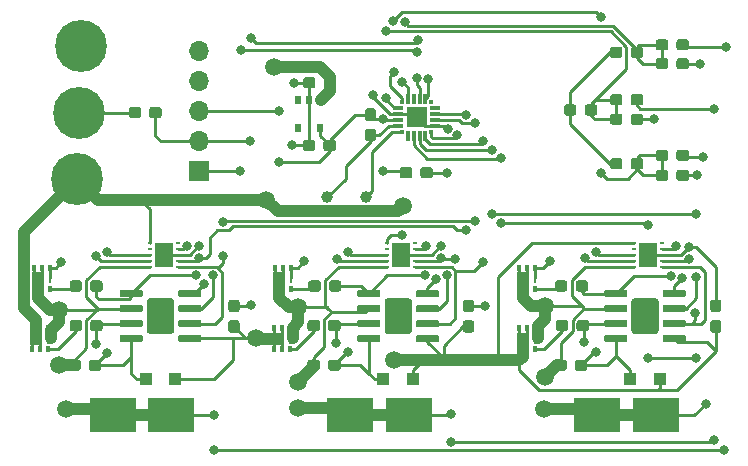
<source format=gtl>
G04 #@! TF.GenerationSoftware,KiCad,Pcbnew,(5.1.5)-3*
G04 #@! TF.CreationDate,2020-05-09T18:25:29-04:00*
G04 #@! TF.ProjectId,motor_arm,6d6f746f-725f-4617-926d-2e6b69636164,rev?*
G04 #@! TF.SameCoordinates,Original*
G04 #@! TF.FileFunction,Copper,L1,Top*
G04 #@! TF.FilePolarity,Positive*
%FSLAX46Y46*%
G04 Gerber Fmt 4.6, Leading zero omitted, Abs format (unit mm)*
G04 Created by KiCad (PCBNEW (5.1.5)-3) date 2020-05-09 18:25:29*
%MOMM*%
%LPD*%
G04 APERTURE LIST*
%ADD10R,0.300000X0.250000*%
%ADD11R,1.600000X2.100000*%
%ADD12C,0.100000*%
%ADD13R,1.050000X1.075000*%
%ADD14R,0.400000X0.500000*%
%ADD15R,0.285000X0.920000*%
%ADD16R,1.800000X1.800000*%
%ADD17R,0.300000X0.900000*%
%ADD18R,0.300000X0.300000*%
%ADD19R,0.900000X0.300000*%
%ADD20R,0.550000X0.800000*%
%ADD21C,1.000000*%
%ADD22O,1.700000X1.700000*%
%ADD23R,1.700000X1.700000*%
%ADD24R,4.000000X3.000000*%
%ADD25C,0.700000*%
%ADD26C,4.400000*%
%ADD27R,1.000000X1.000000*%
%ADD28C,0.800000*%
%ADD29C,1.500000*%
%ADD30C,0.250000*%
%ADD31C,1.000000*%
G04 APERTURE END LIST*
D10*
X95100000Y-77270000D03*
X95100000Y-77770000D03*
X95100000Y-78270000D03*
X95100000Y-78770000D03*
X95100000Y-79270000D03*
X97500000Y-79270000D03*
X97500000Y-78770000D03*
X97500000Y-78270000D03*
X97500000Y-77770000D03*
X97500000Y-77270000D03*
D11*
X96300000Y-78270000D03*
X75400000Y-78270000D03*
D10*
X76600000Y-77270000D03*
X76600000Y-77770000D03*
X76600000Y-78270000D03*
X76600000Y-78770000D03*
X76600000Y-79270000D03*
X74200000Y-79270000D03*
X74200000Y-78770000D03*
X74200000Y-78270000D03*
X74200000Y-77770000D03*
X74200000Y-77270000D03*
D11*
X55300000Y-78270000D03*
D10*
X56500000Y-77270000D03*
X56500000Y-77770000D03*
X56500000Y-78270000D03*
X56500000Y-78770000D03*
X56500000Y-79270000D03*
X54100000Y-79270000D03*
X54100000Y-78770000D03*
X54100000Y-78270000D03*
X54100000Y-77770000D03*
X54100000Y-77270000D03*
G04 #@! TA.AperFunction,SMDPad,CuDef*
D12*
G36*
X95680779Y-64656144D02*
G01*
X95703834Y-64659563D01*
X95726443Y-64665227D01*
X95748387Y-64673079D01*
X95769457Y-64683044D01*
X95789448Y-64695026D01*
X95808168Y-64708910D01*
X95825438Y-64724562D01*
X95841090Y-64741832D01*
X95854974Y-64760552D01*
X95866956Y-64780543D01*
X95876921Y-64801613D01*
X95884773Y-64823557D01*
X95890437Y-64846166D01*
X95893856Y-64869221D01*
X95895000Y-64892500D01*
X95895000Y-65367500D01*
X95893856Y-65390779D01*
X95890437Y-65413834D01*
X95884773Y-65436443D01*
X95876921Y-65458387D01*
X95866956Y-65479457D01*
X95854974Y-65499448D01*
X95841090Y-65518168D01*
X95825438Y-65535438D01*
X95808168Y-65551090D01*
X95789448Y-65564974D01*
X95769457Y-65576956D01*
X95748387Y-65586921D01*
X95726443Y-65594773D01*
X95703834Y-65600437D01*
X95680779Y-65603856D01*
X95657500Y-65605000D01*
X95082500Y-65605000D01*
X95059221Y-65603856D01*
X95036166Y-65600437D01*
X95013557Y-65594773D01*
X94991613Y-65586921D01*
X94970543Y-65576956D01*
X94950552Y-65564974D01*
X94931832Y-65551090D01*
X94914562Y-65535438D01*
X94898910Y-65518168D01*
X94885026Y-65499448D01*
X94873044Y-65479457D01*
X94863079Y-65458387D01*
X94855227Y-65436443D01*
X94849563Y-65413834D01*
X94846144Y-65390779D01*
X94845000Y-65367500D01*
X94845000Y-64892500D01*
X94846144Y-64869221D01*
X94849563Y-64846166D01*
X94855227Y-64823557D01*
X94863079Y-64801613D01*
X94873044Y-64780543D01*
X94885026Y-64760552D01*
X94898910Y-64741832D01*
X94914562Y-64724562D01*
X94931832Y-64708910D01*
X94950552Y-64695026D01*
X94970543Y-64683044D01*
X94991613Y-64673079D01*
X95013557Y-64665227D01*
X95036166Y-64659563D01*
X95059221Y-64656144D01*
X95082500Y-64655000D01*
X95657500Y-64655000D01*
X95680779Y-64656144D01*
G37*
G04 #@! TD.AperFunction*
G04 #@! TA.AperFunction,SMDPad,CuDef*
G36*
X93930779Y-64656144D02*
G01*
X93953834Y-64659563D01*
X93976443Y-64665227D01*
X93998387Y-64673079D01*
X94019457Y-64683044D01*
X94039448Y-64695026D01*
X94058168Y-64708910D01*
X94075438Y-64724562D01*
X94091090Y-64741832D01*
X94104974Y-64760552D01*
X94116956Y-64780543D01*
X94126921Y-64801613D01*
X94134773Y-64823557D01*
X94140437Y-64846166D01*
X94143856Y-64869221D01*
X94145000Y-64892500D01*
X94145000Y-65367500D01*
X94143856Y-65390779D01*
X94140437Y-65413834D01*
X94134773Y-65436443D01*
X94126921Y-65458387D01*
X94116956Y-65479457D01*
X94104974Y-65499448D01*
X94091090Y-65518168D01*
X94075438Y-65535438D01*
X94058168Y-65551090D01*
X94039448Y-65564974D01*
X94019457Y-65576956D01*
X93998387Y-65586921D01*
X93976443Y-65594773D01*
X93953834Y-65600437D01*
X93930779Y-65603856D01*
X93907500Y-65605000D01*
X93332500Y-65605000D01*
X93309221Y-65603856D01*
X93286166Y-65600437D01*
X93263557Y-65594773D01*
X93241613Y-65586921D01*
X93220543Y-65576956D01*
X93200552Y-65564974D01*
X93181832Y-65551090D01*
X93164562Y-65535438D01*
X93148910Y-65518168D01*
X93135026Y-65499448D01*
X93123044Y-65479457D01*
X93113079Y-65458387D01*
X93105227Y-65436443D01*
X93099563Y-65413834D01*
X93096144Y-65390779D01*
X93095000Y-65367500D01*
X93095000Y-64892500D01*
X93096144Y-64869221D01*
X93099563Y-64846166D01*
X93105227Y-64823557D01*
X93113079Y-64801613D01*
X93123044Y-64780543D01*
X93135026Y-64760552D01*
X93148910Y-64741832D01*
X93164562Y-64724562D01*
X93181832Y-64708910D01*
X93200552Y-64695026D01*
X93220543Y-64683044D01*
X93241613Y-64673079D01*
X93263557Y-64665227D01*
X93286166Y-64659563D01*
X93309221Y-64656144D01*
X93332500Y-64655000D01*
X93907500Y-64655000D01*
X93930779Y-64656144D01*
G37*
G04 #@! TD.AperFunction*
G04 #@! TA.AperFunction,SMDPad,CuDef*
G36*
X54910779Y-65736144D02*
G01*
X54933834Y-65739563D01*
X54956443Y-65745227D01*
X54978387Y-65753079D01*
X54999457Y-65763044D01*
X55019448Y-65775026D01*
X55038168Y-65788910D01*
X55055438Y-65804562D01*
X55071090Y-65821832D01*
X55084974Y-65840552D01*
X55096956Y-65860543D01*
X55106921Y-65881613D01*
X55114773Y-65903557D01*
X55120437Y-65926166D01*
X55123856Y-65949221D01*
X55125000Y-65972500D01*
X55125000Y-66447500D01*
X55123856Y-66470779D01*
X55120437Y-66493834D01*
X55114773Y-66516443D01*
X55106921Y-66538387D01*
X55096956Y-66559457D01*
X55084974Y-66579448D01*
X55071090Y-66598168D01*
X55055438Y-66615438D01*
X55038168Y-66631090D01*
X55019448Y-66644974D01*
X54999457Y-66656956D01*
X54978387Y-66666921D01*
X54956443Y-66674773D01*
X54933834Y-66680437D01*
X54910779Y-66683856D01*
X54887500Y-66685000D01*
X54312500Y-66685000D01*
X54289221Y-66683856D01*
X54266166Y-66680437D01*
X54243557Y-66674773D01*
X54221613Y-66666921D01*
X54200543Y-66656956D01*
X54180552Y-66644974D01*
X54161832Y-66631090D01*
X54144562Y-66615438D01*
X54128910Y-66598168D01*
X54115026Y-66579448D01*
X54103044Y-66559457D01*
X54093079Y-66538387D01*
X54085227Y-66516443D01*
X54079563Y-66493834D01*
X54076144Y-66470779D01*
X54075000Y-66447500D01*
X54075000Y-65972500D01*
X54076144Y-65949221D01*
X54079563Y-65926166D01*
X54085227Y-65903557D01*
X54093079Y-65881613D01*
X54103044Y-65860543D01*
X54115026Y-65840552D01*
X54128910Y-65821832D01*
X54144562Y-65804562D01*
X54161832Y-65788910D01*
X54180552Y-65775026D01*
X54200543Y-65763044D01*
X54221613Y-65753079D01*
X54243557Y-65745227D01*
X54266166Y-65739563D01*
X54289221Y-65736144D01*
X54312500Y-65735000D01*
X54887500Y-65735000D01*
X54910779Y-65736144D01*
G37*
G04 #@! TD.AperFunction*
G04 #@! TA.AperFunction,SMDPad,CuDef*
G36*
X53160779Y-65736144D02*
G01*
X53183834Y-65739563D01*
X53206443Y-65745227D01*
X53228387Y-65753079D01*
X53249457Y-65763044D01*
X53269448Y-65775026D01*
X53288168Y-65788910D01*
X53305438Y-65804562D01*
X53321090Y-65821832D01*
X53334974Y-65840552D01*
X53346956Y-65860543D01*
X53356921Y-65881613D01*
X53364773Y-65903557D01*
X53370437Y-65926166D01*
X53373856Y-65949221D01*
X53375000Y-65972500D01*
X53375000Y-66447500D01*
X53373856Y-66470779D01*
X53370437Y-66493834D01*
X53364773Y-66516443D01*
X53356921Y-66538387D01*
X53346956Y-66559457D01*
X53334974Y-66579448D01*
X53321090Y-66598168D01*
X53305438Y-66615438D01*
X53288168Y-66631090D01*
X53269448Y-66644974D01*
X53249457Y-66656956D01*
X53228387Y-66666921D01*
X53206443Y-66674773D01*
X53183834Y-66680437D01*
X53160779Y-66683856D01*
X53137500Y-66685000D01*
X52562500Y-66685000D01*
X52539221Y-66683856D01*
X52516166Y-66680437D01*
X52493557Y-66674773D01*
X52471613Y-66666921D01*
X52450543Y-66656956D01*
X52430552Y-66644974D01*
X52411832Y-66631090D01*
X52394562Y-66615438D01*
X52378910Y-66598168D01*
X52365026Y-66579448D01*
X52353044Y-66559457D01*
X52343079Y-66538387D01*
X52335227Y-66516443D01*
X52329563Y-66493834D01*
X52326144Y-66470779D01*
X52325000Y-66447500D01*
X52325000Y-65972500D01*
X52326144Y-65949221D01*
X52329563Y-65926166D01*
X52335227Y-65903557D01*
X52343079Y-65881613D01*
X52353044Y-65860543D01*
X52365026Y-65840552D01*
X52378910Y-65821832D01*
X52394562Y-65804562D01*
X52411832Y-65788910D01*
X52430552Y-65775026D01*
X52450543Y-65763044D01*
X52471613Y-65753079D01*
X52493557Y-65745227D01*
X52516166Y-65739563D01*
X52539221Y-65736144D01*
X52562500Y-65735000D01*
X53137500Y-65735000D01*
X53160779Y-65736144D01*
G37*
G04 #@! TD.AperFunction*
G04 #@! TA.AperFunction,SMDPad,CuDef*
G36*
X91010779Y-80426144D02*
G01*
X91033834Y-80429563D01*
X91056443Y-80435227D01*
X91078387Y-80443079D01*
X91099457Y-80453044D01*
X91119448Y-80465026D01*
X91138168Y-80478910D01*
X91155438Y-80494562D01*
X91171090Y-80511832D01*
X91184974Y-80530552D01*
X91196956Y-80550543D01*
X91206921Y-80571613D01*
X91214773Y-80593557D01*
X91220437Y-80616166D01*
X91223856Y-80639221D01*
X91225000Y-80662500D01*
X91225000Y-81137500D01*
X91223856Y-81160779D01*
X91220437Y-81183834D01*
X91214773Y-81206443D01*
X91206921Y-81228387D01*
X91196956Y-81249457D01*
X91184974Y-81269448D01*
X91171090Y-81288168D01*
X91155438Y-81305438D01*
X91138168Y-81321090D01*
X91119448Y-81334974D01*
X91099457Y-81346956D01*
X91078387Y-81356921D01*
X91056443Y-81364773D01*
X91033834Y-81370437D01*
X91010779Y-81373856D01*
X90987500Y-81375000D01*
X90412500Y-81375000D01*
X90389221Y-81373856D01*
X90366166Y-81370437D01*
X90343557Y-81364773D01*
X90321613Y-81356921D01*
X90300543Y-81346956D01*
X90280552Y-81334974D01*
X90261832Y-81321090D01*
X90244562Y-81305438D01*
X90228910Y-81288168D01*
X90215026Y-81269448D01*
X90203044Y-81249457D01*
X90193079Y-81228387D01*
X90185227Y-81206443D01*
X90179563Y-81183834D01*
X90176144Y-81160779D01*
X90175000Y-81137500D01*
X90175000Y-80662500D01*
X90176144Y-80639221D01*
X90179563Y-80616166D01*
X90185227Y-80593557D01*
X90193079Y-80571613D01*
X90203044Y-80550543D01*
X90215026Y-80530552D01*
X90228910Y-80511832D01*
X90244562Y-80494562D01*
X90261832Y-80478910D01*
X90280552Y-80465026D01*
X90300543Y-80453044D01*
X90321613Y-80443079D01*
X90343557Y-80435227D01*
X90366166Y-80429563D01*
X90389221Y-80426144D01*
X90412500Y-80425000D01*
X90987500Y-80425000D01*
X91010779Y-80426144D01*
G37*
G04 #@! TD.AperFunction*
G04 #@! TA.AperFunction,SMDPad,CuDef*
G36*
X89260779Y-80426144D02*
G01*
X89283834Y-80429563D01*
X89306443Y-80435227D01*
X89328387Y-80443079D01*
X89349457Y-80453044D01*
X89369448Y-80465026D01*
X89388168Y-80478910D01*
X89405438Y-80494562D01*
X89421090Y-80511832D01*
X89434974Y-80530552D01*
X89446956Y-80550543D01*
X89456921Y-80571613D01*
X89464773Y-80593557D01*
X89470437Y-80616166D01*
X89473856Y-80639221D01*
X89475000Y-80662500D01*
X89475000Y-81137500D01*
X89473856Y-81160779D01*
X89470437Y-81183834D01*
X89464773Y-81206443D01*
X89456921Y-81228387D01*
X89446956Y-81249457D01*
X89434974Y-81269448D01*
X89421090Y-81288168D01*
X89405438Y-81305438D01*
X89388168Y-81321090D01*
X89369448Y-81334974D01*
X89349457Y-81346956D01*
X89328387Y-81356921D01*
X89306443Y-81364773D01*
X89283834Y-81370437D01*
X89260779Y-81373856D01*
X89237500Y-81375000D01*
X88662500Y-81375000D01*
X88639221Y-81373856D01*
X88616166Y-81370437D01*
X88593557Y-81364773D01*
X88571613Y-81356921D01*
X88550543Y-81346956D01*
X88530552Y-81334974D01*
X88511832Y-81321090D01*
X88494562Y-81305438D01*
X88478910Y-81288168D01*
X88465026Y-81269448D01*
X88453044Y-81249457D01*
X88443079Y-81228387D01*
X88435227Y-81206443D01*
X88429563Y-81183834D01*
X88426144Y-81160779D01*
X88425000Y-81137500D01*
X88425000Y-80662500D01*
X88426144Y-80639221D01*
X88429563Y-80616166D01*
X88435227Y-80593557D01*
X88443079Y-80571613D01*
X88453044Y-80550543D01*
X88465026Y-80530552D01*
X88478910Y-80511832D01*
X88494562Y-80494562D01*
X88511832Y-80478910D01*
X88530552Y-80465026D01*
X88550543Y-80453044D01*
X88571613Y-80443079D01*
X88593557Y-80435227D01*
X88616166Y-80429563D01*
X88639221Y-80426144D01*
X88662500Y-80425000D01*
X89237500Y-80425000D01*
X89260779Y-80426144D01*
G37*
G04 #@! TD.AperFunction*
G04 #@! TA.AperFunction,SMDPad,CuDef*
G36*
X91085779Y-83776144D02*
G01*
X91108834Y-83779563D01*
X91131443Y-83785227D01*
X91153387Y-83793079D01*
X91174457Y-83803044D01*
X91194448Y-83815026D01*
X91213168Y-83828910D01*
X91230438Y-83844562D01*
X91246090Y-83861832D01*
X91259974Y-83880552D01*
X91271956Y-83900543D01*
X91281921Y-83921613D01*
X91289773Y-83943557D01*
X91295437Y-83966166D01*
X91298856Y-83989221D01*
X91300000Y-84012500D01*
X91300000Y-84487500D01*
X91298856Y-84510779D01*
X91295437Y-84533834D01*
X91289773Y-84556443D01*
X91281921Y-84578387D01*
X91271956Y-84599457D01*
X91259974Y-84619448D01*
X91246090Y-84638168D01*
X91230438Y-84655438D01*
X91213168Y-84671090D01*
X91194448Y-84684974D01*
X91174457Y-84696956D01*
X91153387Y-84706921D01*
X91131443Y-84714773D01*
X91108834Y-84720437D01*
X91085779Y-84723856D01*
X91062500Y-84725000D01*
X90487500Y-84725000D01*
X90464221Y-84723856D01*
X90441166Y-84720437D01*
X90418557Y-84714773D01*
X90396613Y-84706921D01*
X90375543Y-84696956D01*
X90355552Y-84684974D01*
X90336832Y-84671090D01*
X90319562Y-84655438D01*
X90303910Y-84638168D01*
X90290026Y-84619448D01*
X90278044Y-84599457D01*
X90268079Y-84578387D01*
X90260227Y-84556443D01*
X90254563Y-84533834D01*
X90251144Y-84510779D01*
X90250000Y-84487500D01*
X90250000Y-84012500D01*
X90251144Y-83989221D01*
X90254563Y-83966166D01*
X90260227Y-83943557D01*
X90268079Y-83921613D01*
X90278044Y-83900543D01*
X90290026Y-83880552D01*
X90303910Y-83861832D01*
X90319562Y-83844562D01*
X90336832Y-83828910D01*
X90355552Y-83815026D01*
X90375543Y-83803044D01*
X90396613Y-83793079D01*
X90418557Y-83785227D01*
X90441166Y-83779563D01*
X90464221Y-83776144D01*
X90487500Y-83775000D01*
X91062500Y-83775000D01*
X91085779Y-83776144D01*
G37*
G04 #@! TD.AperFunction*
G04 #@! TA.AperFunction,SMDPad,CuDef*
G36*
X89335779Y-83776144D02*
G01*
X89358834Y-83779563D01*
X89381443Y-83785227D01*
X89403387Y-83793079D01*
X89424457Y-83803044D01*
X89444448Y-83815026D01*
X89463168Y-83828910D01*
X89480438Y-83844562D01*
X89496090Y-83861832D01*
X89509974Y-83880552D01*
X89521956Y-83900543D01*
X89531921Y-83921613D01*
X89539773Y-83943557D01*
X89545437Y-83966166D01*
X89548856Y-83989221D01*
X89550000Y-84012500D01*
X89550000Y-84487500D01*
X89548856Y-84510779D01*
X89545437Y-84533834D01*
X89539773Y-84556443D01*
X89531921Y-84578387D01*
X89521956Y-84599457D01*
X89509974Y-84619448D01*
X89496090Y-84638168D01*
X89480438Y-84655438D01*
X89463168Y-84671090D01*
X89444448Y-84684974D01*
X89424457Y-84696956D01*
X89403387Y-84706921D01*
X89381443Y-84714773D01*
X89358834Y-84720437D01*
X89335779Y-84723856D01*
X89312500Y-84725000D01*
X88737500Y-84725000D01*
X88714221Y-84723856D01*
X88691166Y-84720437D01*
X88668557Y-84714773D01*
X88646613Y-84706921D01*
X88625543Y-84696956D01*
X88605552Y-84684974D01*
X88586832Y-84671090D01*
X88569562Y-84655438D01*
X88553910Y-84638168D01*
X88540026Y-84619448D01*
X88528044Y-84599457D01*
X88518079Y-84578387D01*
X88510227Y-84556443D01*
X88504563Y-84533834D01*
X88501144Y-84510779D01*
X88500000Y-84487500D01*
X88500000Y-84012500D01*
X88501144Y-83989221D01*
X88504563Y-83966166D01*
X88510227Y-83943557D01*
X88518079Y-83921613D01*
X88528044Y-83900543D01*
X88540026Y-83880552D01*
X88553910Y-83861832D01*
X88569562Y-83844562D01*
X88586832Y-83828910D01*
X88605552Y-83815026D01*
X88625543Y-83803044D01*
X88646613Y-83793079D01*
X88668557Y-83785227D01*
X88691166Y-83779563D01*
X88714221Y-83776144D01*
X88737500Y-83775000D01*
X89312500Y-83775000D01*
X89335779Y-83776144D01*
G37*
G04 #@! TD.AperFunction*
G04 #@! TA.AperFunction,SMDPad,CuDef*
G36*
X70135779Y-80426144D02*
G01*
X70158834Y-80429563D01*
X70181443Y-80435227D01*
X70203387Y-80443079D01*
X70224457Y-80453044D01*
X70244448Y-80465026D01*
X70263168Y-80478910D01*
X70280438Y-80494562D01*
X70296090Y-80511832D01*
X70309974Y-80530552D01*
X70321956Y-80550543D01*
X70331921Y-80571613D01*
X70339773Y-80593557D01*
X70345437Y-80616166D01*
X70348856Y-80639221D01*
X70350000Y-80662500D01*
X70350000Y-81137500D01*
X70348856Y-81160779D01*
X70345437Y-81183834D01*
X70339773Y-81206443D01*
X70331921Y-81228387D01*
X70321956Y-81249457D01*
X70309974Y-81269448D01*
X70296090Y-81288168D01*
X70280438Y-81305438D01*
X70263168Y-81321090D01*
X70244448Y-81334974D01*
X70224457Y-81346956D01*
X70203387Y-81356921D01*
X70181443Y-81364773D01*
X70158834Y-81370437D01*
X70135779Y-81373856D01*
X70112500Y-81375000D01*
X69537500Y-81375000D01*
X69514221Y-81373856D01*
X69491166Y-81370437D01*
X69468557Y-81364773D01*
X69446613Y-81356921D01*
X69425543Y-81346956D01*
X69405552Y-81334974D01*
X69386832Y-81321090D01*
X69369562Y-81305438D01*
X69353910Y-81288168D01*
X69340026Y-81269448D01*
X69328044Y-81249457D01*
X69318079Y-81228387D01*
X69310227Y-81206443D01*
X69304563Y-81183834D01*
X69301144Y-81160779D01*
X69300000Y-81137500D01*
X69300000Y-80662500D01*
X69301144Y-80639221D01*
X69304563Y-80616166D01*
X69310227Y-80593557D01*
X69318079Y-80571613D01*
X69328044Y-80550543D01*
X69340026Y-80530552D01*
X69353910Y-80511832D01*
X69369562Y-80494562D01*
X69386832Y-80478910D01*
X69405552Y-80465026D01*
X69425543Y-80453044D01*
X69446613Y-80443079D01*
X69468557Y-80435227D01*
X69491166Y-80429563D01*
X69514221Y-80426144D01*
X69537500Y-80425000D01*
X70112500Y-80425000D01*
X70135779Y-80426144D01*
G37*
G04 #@! TD.AperFunction*
G04 #@! TA.AperFunction,SMDPad,CuDef*
G36*
X68385779Y-80426144D02*
G01*
X68408834Y-80429563D01*
X68431443Y-80435227D01*
X68453387Y-80443079D01*
X68474457Y-80453044D01*
X68494448Y-80465026D01*
X68513168Y-80478910D01*
X68530438Y-80494562D01*
X68546090Y-80511832D01*
X68559974Y-80530552D01*
X68571956Y-80550543D01*
X68581921Y-80571613D01*
X68589773Y-80593557D01*
X68595437Y-80616166D01*
X68598856Y-80639221D01*
X68600000Y-80662500D01*
X68600000Y-81137500D01*
X68598856Y-81160779D01*
X68595437Y-81183834D01*
X68589773Y-81206443D01*
X68581921Y-81228387D01*
X68571956Y-81249457D01*
X68559974Y-81269448D01*
X68546090Y-81288168D01*
X68530438Y-81305438D01*
X68513168Y-81321090D01*
X68494448Y-81334974D01*
X68474457Y-81346956D01*
X68453387Y-81356921D01*
X68431443Y-81364773D01*
X68408834Y-81370437D01*
X68385779Y-81373856D01*
X68362500Y-81375000D01*
X67787500Y-81375000D01*
X67764221Y-81373856D01*
X67741166Y-81370437D01*
X67718557Y-81364773D01*
X67696613Y-81356921D01*
X67675543Y-81346956D01*
X67655552Y-81334974D01*
X67636832Y-81321090D01*
X67619562Y-81305438D01*
X67603910Y-81288168D01*
X67590026Y-81269448D01*
X67578044Y-81249457D01*
X67568079Y-81228387D01*
X67560227Y-81206443D01*
X67554563Y-81183834D01*
X67551144Y-81160779D01*
X67550000Y-81137500D01*
X67550000Y-80662500D01*
X67551144Y-80639221D01*
X67554563Y-80616166D01*
X67560227Y-80593557D01*
X67568079Y-80571613D01*
X67578044Y-80550543D01*
X67590026Y-80530552D01*
X67603910Y-80511832D01*
X67619562Y-80494562D01*
X67636832Y-80478910D01*
X67655552Y-80465026D01*
X67675543Y-80453044D01*
X67696613Y-80443079D01*
X67718557Y-80435227D01*
X67741166Y-80429563D01*
X67764221Y-80426144D01*
X67787500Y-80425000D01*
X68362500Y-80425000D01*
X68385779Y-80426144D01*
G37*
G04 #@! TD.AperFunction*
G04 #@! TA.AperFunction,SMDPad,CuDef*
G36*
X70060779Y-83776144D02*
G01*
X70083834Y-83779563D01*
X70106443Y-83785227D01*
X70128387Y-83793079D01*
X70149457Y-83803044D01*
X70169448Y-83815026D01*
X70188168Y-83828910D01*
X70205438Y-83844562D01*
X70221090Y-83861832D01*
X70234974Y-83880552D01*
X70246956Y-83900543D01*
X70256921Y-83921613D01*
X70264773Y-83943557D01*
X70270437Y-83966166D01*
X70273856Y-83989221D01*
X70275000Y-84012500D01*
X70275000Y-84487500D01*
X70273856Y-84510779D01*
X70270437Y-84533834D01*
X70264773Y-84556443D01*
X70256921Y-84578387D01*
X70246956Y-84599457D01*
X70234974Y-84619448D01*
X70221090Y-84638168D01*
X70205438Y-84655438D01*
X70188168Y-84671090D01*
X70169448Y-84684974D01*
X70149457Y-84696956D01*
X70128387Y-84706921D01*
X70106443Y-84714773D01*
X70083834Y-84720437D01*
X70060779Y-84723856D01*
X70037500Y-84725000D01*
X69462500Y-84725000D01*
X69439221Y-84723856D01*
X69416166Y-84720437D01*
X69393557Y-84714773D01*
X69371613Y-84706921D01*
X69350543Y-84696956D01*
X69330552Y-84684974D01*
X69311832Y-84671090D01*
X69294562Y-84655438D01*
X69278910Y-84638168D01*
X69265026Y-84619448D01*
X69253044Y-84599457D01*
X69243079Y-84578387D01*
X69235227Y-84556443D01*
X69229563Y-84533834D01*
X69226144Y-84510779D01*
X69225000Y-84487500D01*
X69225000Y-84012500D01*
X69226144Y-83989221D01*
X69229563Y-83966166D01*
X69235227Y-83943557D01*
X69243079Y-83921613D01*
X69253044Y-83900543D01*
X69265026Y-83880552D01*
X69278910Y-83861832D01*
X69294562Y-83844562D01*
X69311832Y-83828910D01*
X69330552Y-83815026D01*
X69350543Y-83803044D01*
X69371613Y-83793079D01*
X69393557Y-83785227D01*
X69416166Y-83779563D01*
X69439221Y-83776144D01*
X69462500Y-83775000D01*
X70037500Y-83775000D01*
X70060779Y-83776144D01*
G37*
G04 #@! TD.AperFunction*
G04 #@! TA.AperFunction,SMDPad,CuDef*
G36*
X68310779Y-83776144D02*
G01*
X68333834Y-83779563D01*
X68356443Y-83785227D01*
X68378387Y-83793079D01*
X68399457Y-83803044D01*
X68419448Y-83815026D01*
X68438168Y-83828910D01*
X68455438Y-83844562D01*
X68471090Y-83861832D01*
X68484974Y-83880552D01*
X68496956Y-83900543D01*
X68506921Y-83921613D01*
X68514773Y-83943557D01*
X68520437Y-83966166D01*
X68523856Y-83989221D01*
X68525000Y-84012500D01*
X68525000Y-84487500D01*
X68523856Y-84510779D01*
X68520437Y-84533834D01*
X68514773Y-84556443D01*
X68506921Y-84578387D01*
X68496956Y-84599457D01*
X68484974Y-84619448D01*
X68471090Y-84638168D01*
X68455438Y-84655438D01*
X68438168Y-84671090D01*
X68419448Y-84684974D01*
X68399457Y-84696956D01*
X68378387Y-84706921D01*
X68356443Y-84714773D01*
X68333834Y-84720437D01*
X68310779Y-84723856D01*
X68287500Y-84725000D01*
X67712500Y-84725000D01*
X67689221Y-84723856D01*
X67666166Y-84720437D01*
X67643557Y-84714773D01*
X67621613Y-84706921D01*
X67600543Y-84696956D01*
X67580552Y-84684974D01*
X67561832Y-84671090D01*
X67544562Y-84655438D01*
X67528910Y-84638168D01*
X67515026Y-84619448D01*
X67503044Y-84599457D01*
X67493079Y-84578387D01*
X67485227Y-84556443D01*
X67479563Y-84533834D01*
X67476144Y-84510779D01*
X67475000Y-84487500D01*
X67475000Y-84012500D01*
X67476144Y-83989221D01*
X67479563Y-83966166D01*
X67485227Y-83943557D01*
X67493079Y-83921613D01*
X67503044Y-83900543D01*
X67515026Y-83880552D01*
X67528910Y-83861832D01*
X67544562Y-83844562D01*
X67561832Y-83828910D01*
X67580552Y-83815026D01*
X67600543Y-83803044D01*
X67621613Y-83793079D01*
X67643557Y-83785227D01*
X67666166Y-83779563D01*
X67689221Y-83776144D01*
X67712500Y-83775000D01*
X68287500Y-83775000D01*
X68310779Y-83776144D01*
G37*
G04 #@! TD.AperFunction*
G04 #@! TA.AperFunction,SMDPad,CuDef*
G36*
X73070779Y-65861144D02*
G01*
X73093834Y-65864563D01*
X73116443Y-65870227D01*
X73138387Y-65878079D01*
X73159457Y-65888044D01*
X73179448Y-65900026D01*
X73198168Y-65913910D01*
X73215438Y-65929562D01*
X73231090Y-65946832D01*
X73244974Y-65965552D01*
X73256956Y-65985543D01*
X73266921Y-66006613D01*
X73274773Y-66028557D01*
X73280437Y-66051166D01*
X73283856Y-66074221D01*
X73285000Y-66097500D01*
X73285000Y-66672500D01*
X73283856Y-66695779D01*
X73280437Y-66718834D01*
X73274773Y-66741443D01*
X73266921Y-66763387D01*
X73256956Y-66784457D01*
X73244974Y-66804448D01*
X73231090Y-66823168D01*
X73215438Y-66840438D01*
X73198168Y-66856090D01*
X73179448Y-66869974D01*
X73159457Y-66881956D01*
X73138387Y-66891921D01*
X73116443Y-66899773D01*
X73093834Y-66905437D01*
X73070779Y-66908856D01*
X73047500Y-66910000D01*
X72572500Y-66910000D01*
X72549221Y-66908856D01*
X72526166Y-66905437D01*
X72503557Y-66899773D01*
X72481613Y-66891921D01*
X72460543Y-66881956D01*
X72440552Y-66869974D01*
X72421832Y-66856090D01*
X72404562Y-66840438D01*
X72388910Y-66823168D01*
X72375026Y-66804448D01*
X72363044Y-66784457D01*
X72353079Y-66763387D01*
X72345227Y-66741443D01*
X72339563Y-66718834D01*
X72336144Y-66695779D01*
X72335000Y-66672500D01*
X72335000Y-66097500D01*
X72336144Y-66074221D01*
X72339563Y-66051166D01*
X72345227Y-66028557D01*
X72353079Y-66006613D01*
X72363044Y-65985543D01*
X72375026Y-65965552D01*
X72388910Y-65946832D01*
X72404562Y-65929562D01*
X72421832Y-65913910D01*
X72440552Y-65900026D01*
X72460543Y-65888044D01*
X72481613Y-65878079D01*
X72503557Y-65870227D01*
X72526166Y-65864563D01*
X72549221Y-65861144D01*
X72572500Y-65860000D01*
X73047500Y-65860000D01*
X73070779Y-65861144D01*
G37*
G04 #@! TD.AperFunction*
G04 #@! TA.AperFunction,SMDPad,CuDef*
G36*
X73070779Y-67611144D02*
G01*
X73093834Y-67614563D01*
X73116443Y-67620227D01*
X73138387Y-67628079D01*
X73159457Y-67638044D01*
X73179448Y-67650026D01*
X73198168Y-67663910D01*
X73215438Y-67679562D01*
X73231090Y-67696832D01*
X73244974Y-67715552D01*
X73256956Y-67735543D01*
X73266921Y-67756613D01*
X73274773Y-67778557D01*
X73280437Y-67801166D01*
X73283856Y-67824221D01*
X73285000Y-67847500D01*
X73285000Y-68422500D01*
X73283856Y-68445779D01*
X73280437Y-68468834D01*
X73274773Y-68491443D01*
X73266921Y-68513387D01*
X73256956Y-68534457D01*
X73244974Y-68554448D01*
X73231090Y-68573168D01*
X73215438Y-68590438D01*
X73198168Y-68606090D01*
X73179448Y-68619974D01*
X73159457Y-68631956D01*
X73138387Y-68641921D01*
X73116443Y-68649773D01*
X73093834Y-68655437D01*
X73070779Y-68658856D01*
X73047500Y-68660000D01*
X72572500Y-68660000D01*
X72549221Y-68658856D01*
X72526166Y-68655437D01*
X72503557Y-68649773D01*
X72481613Y-68641921D01*
X72460543Y-68631956D01*
X72440552Y-68619974D01*
X72421832Y-68606090D01*
X72404562Y-68590438D01*
X72388910Y-68573168D01*
X72375026Y-68554448D01*
X72363044Y-68534457D01*
X72353079Y-68513387D01*
X72345227Y-68491443D01*
X72339563Y-68468834D01*
X72336144Y-68445779D01*
X72335000Y-68422500D01*
X72335000Y-67847500D01*
X72336144Y-67824221D01*
X72339563Y-67801166D01*
X72345227Y-67778557D01*
X72353079Y-67756613D01*
X72363044Y-67735543D01*
X72375026Y-67715552D01*
X72388910Y-67696832D01*
X72404562Y-67679562D01*
X72421832Y-67663910D01*
X72440552Y-67650026D01*
X72460543Y-67638044D01*
X72481613Y-67628079D01*
X72503557Y-67620227D01*
X72526166Y-67614563D01*
X72549221Y-67611144D01*
X72572500Y-67610000D01*
X73047500Y-67610000D01*
X73070779Y-67611144D01*
G37*
G04 #@! TD.AperFunction*
G04 #@! TA.AperFunction,SMDPad,CuDef*
G36*
X97800779Y-61606144D02*
G01*
X97823834Y-61609563D01*
X97846443Y-61615227D01*
X97868387Y-61623079D01*
X97889457Y-61633044D01*
X97909448Y-61645026D01*
X97928168Y-61658910D01*
X97945438Y-61674562D01*
X97961090Y-61691832D01*
X97974974Y-61710552D01*
X97986956Y-61730543D01*
X97996921Y-61751613D01*
X98004773Y-61773557D01*
X98010437Y-61796166D01*
X98013856Y-61819221D01*
X98015000Y-61842500D01*
X98015000Y-62317500D01*
X98013856Y-62340779D01*
X98010437Y-62363834D01*
X98004773Y-62386443D01*
X97996921Y-62408387D01*
X97986956Y-62429457D01*
X97974974Y-62449448D01*
X97961090Y-62468168D01*
X97945438Y-62485438D01*
X97928168Y-62501090D01*
X97909448Y-62514974D01*
X97889457Y-62526956D01*
X97868387Y-62536921D01*
X97846443Y-62544773D01*
X97823834Y-62550437D01*
X97800779Y-62553856D01*
X97777500Y-62555000D01*
X97202500Y-62555000D01*
X97179221Y-62553856D01*
X97156166Y-62550437D01*
X97133557Y-62544773D01*
X97111613Y-62536921D01*
X97090543Y-62526956D01*
X97070552Y-62514974D01*
X97051832Y-62501090D01*
X97034562Y-62485438D01*
X97018910Y-62468168D01*
X97005026Y-62449448D01*
X96993044Y-62429457D01*
X96983079Y-62408387D01*
X96975227Y-62386443D01*
X96969563Y-62363834D01*
X96966144Y-62340779D01*
X96965000Y-62317500D01*
X96965000Y-61842500D01*
X96966144Y-61819221D01*
X96969563Y-61796166D01*
X96975227Y-61773557D01*
X96983079Y-61751613D01*
X96993044Y-61730543D01*
X97005026Y-61710552D01*
X97018910Y-61691832D01*
X97034562Y-61674562D01*
X97051832Y-61658910D01*
X97070552Y-61645026D01*
X97090543Y-61633044D01*
X97111613Y-61623079D01*
X97133557Y-61615227D01*
X97156166Y-61609563D01*
X97179221Y-61606144D01*
X97202500Y-61605000D01*
X97777500Y-61605000D01*
X97800779Y-61606144D01*
G37*
G04 #@! TD.AperFunction*
G04 #@! TA.AperFunction,SMDPad,CuDef*
G36*
X99550779Y-61606144D02*
G01*
X99573834Y-61609563D01*
X99596443Y-61615227D01*
X99618387Y-61623079D01*
X99639457Y-61633044D01*
X99659448Y-61645026D01*
X99678168Y-61658910D01*
X99695438Y-61674562D01*
X99711090Y-61691832D01*
X99724974Y-61710552D01*
X99736956Y-61730543D01*
X99746921Y-61751613D01*
X99754773Y-61773557D01*
X99760437Y-61796166D01*
X99763856Y-61819221D01*
X99765000Y-61842500D01*
X99765000Y-62317500D01*
X99763856Y-62340779D01*
X99760437Y-62363834D01*
X99754773Y-62386443D01*
X99746921Y-62408387D01*
X99736956Y-62429457D01*
X99724974Y-62449448D01*
X99711090Y-62468168D01*
X99695438Y-62485438D01*
X99678168Y-62501090D01*
X99659448Y-62514974D01*
X99639457Y-62526956D01*
X99618387Y-62536921D01*
X99596443Y-62544773D01*
X99573834Y-62550437D01*
X99550779Y-62553856D01*
X99527500Y-62555000D01*
X98952500Y-62555000D01*
X98929221Y-62553856D01*
X98906166Y-62550437D01*
X98883557Y-62544773D01*
X98861613Y-62536921D01*
X98840543Y-62526956D01*
X98820552Y-62514974D01*
X98801832Y-62501090D01*
X98784562Y-62485438D01*
X98768910Y-62468168D01*
X98755026Y-62449448D01*
X98743044Y-62429457D01*
X98733079Y-62408387D01*
X98725227Y-62386443D01*
X98719563Y-62363834D01*
X98716144Y-62340779D01*
X98715000Y-62317500D01*
X98715000Y-61842500D01*
X98716144Y-61819221D01*
X98719563Y-61796166D01*
X98725227Y-61773557D01*
X98733079Y-61751613D01*
X98743044Y-61730543D01*
X98755026Y-61710552D01*
X98768910Y-61691832D01*
X98784562Y-61674562D01*
X98801832Y-61658910D01*
X98820552Y-61645026D01*
X98840543Y-61633044D01*
X98861613Y-61623079D01*
X98883557Y-61615227D01*
X98906166Y-61609563D01*
X98929221Y-61606144D01*
X98952500Y-61605000D01*
X99527500Y-61605000D01*
X99550779Y-61606144D01*
G37*
G04 #@! TD.AperFunction*
G04 #@! TA.AperFunction,SMDPad,CuDef*
G36*
X93930779Y-66306144D02*
G01*
X93953834Y-66309563D01*
X93976443Y-66315227D01*
X93998387Y-66323079D01*
X94019457Y-66333044D01*
X94039448Y-66345026D01*
X94058168Y-66358910D01*
X94075438Y-66374562D01*
X94091090Y-66391832D01*
X94104974Y-66410552D01*
X94116956Y-66430543D01*
X94126921Y-66451613D01*
X94134773Y-66473557D01*
X94140437Y-66496166D01*
X94143856Y-66519221D01*
X94145000Y-66542500D01*
X94145000Y-67017500D01*
X94143856Y-67040779D01*
X94140437Y-67063834D01*
X94134773Y-67086443D01*
X94126921Y-67108387D01*
X94116956Y-67129457D01*
X94104974Y-67149448D01*
X94091090Y-67168168D01*
X94075438Y-67185438D01*
X94058168Y-67201090D01*
X94039448Y-67214974D01*
X94019457Y-67226956D01*
X93998387Y-67236921D01*
X93976443Y-67244773D01*
X93953834Y-67250437D01*
X93930779Y-67253856D01*
X93907500Y-67255000D01*
X93332500Y-67255000D01*
X93309221Y-67253856D01*
X93286166Y-67250437D01*
X93263557Y-67244773D01*
X93241613Y-67236921D01*
X93220543Y-67226956D01*
X93200552Y-67214974D01*
X93181832Y-67201090D01*
X93164562Y-67185438D01*
X93148910Y-67168168D01*
X93135026Y-67149448D01*
X93123044Y-67129457D01*
X93113079Y-67108387D01*
X93105227Y-67086443D01*
X93099563Y-67063834D01*
X93096144Y-67040779D01*
X93095000Y-67017500D01*
X93095000Y-66542500D01*
X93096144Y-66519221D01*
X93099563Y-66496166D01*
X93105227Y-66473557D01*
X93113079Y-66451613D01*
X93123044Y-66430543D01*
X93135026Y-66410552D01*
X93148910Y-66391832D01*
X93164562Y-66374562D01*
X93181832Y-66358910D01*
X93200552Y-66345026D01*
X93220543Y-66333044D01*
X93241613Y-66323079D01*
X93263557Y-66315227D01*
X93286166Y-66309563D01*
X93309221Y-66306144D01*
X93332500Y-66305000D01*
X93907500Y-66305000D01*
X93930779Y-66306144D01*
G37*
G04 #@! TD.AperFunction*
G04 #@! TA.AperFunction,SMDPad,CuDef*
G36*
X95680779Y-66306144D02*
G01*
X95703834Y-66309563D01*
X95726443Y-66315227D01*
X95748387Y-66323079D01*
X95769457Y-66333044D01*
X95789448Y-66345026D01*
X95808168Y-66358910D01*
X95825438Y-66374562D01*
X95841090Y-66391832D01*
X95854974Y-66410552D01*
X95866956Y-66430543D01*
X95876921Y-66451613D01*
X95884773Y-66473557D01*
X95890437Y-66496166D01*
X95893856Y-66519221D01*
X95895000Y-66542500D01*
X95895000Y-67017500D01*
X95893856Y-67040779D01*
X95890437Y-67063834D01*
X95884773Y-67086443D01*
X95876921Y-67108387D01*
X95866956Y-67129457D01*
X95854974Y-67149448D01*
X95841090Y-67168168D01*
X95825438Y-67185438D01*
X95808168Y-67201090D01*
X95789448Y-67214974D01*
X95769457Y-67226956D01*
X95748387Y-67236921D01*
X95726443Y-67244773D01*
X95703834Y-67250437D01*
X95680779Y-67253856D01*
X95657500Y-67255000D01*
X95082500Y-67255000D01*
X95059221Y-67253856D01*
X95036166Y-67250437D01*
X95013557Y-67244773D01*
X94991613Y-67236921D01*
X94970543Y-67226956D01*
X94950552Y-67214974D01*
X94931832Y-67201090D01*
X94914562Y-67185438D01*
X94898910Y-67168168D01*
X94885026Y-67149448D01*
X94873044Y-67129457D01*
X94863079Y-67108387D01*
X94855227Y-67086443D01*
X94849563Y-67063834D01*
X94846144Y-67040779D01*
X94845000Y-67017500D01*
X94845000Y-66542500D01*
X94846144Y-66519221D01*
X94849563Y-66496166D01*
X94855227Y-66473557D01*
X94863079Y-66451613D01*
X94873044Y-66430543D01*
X94885026Y-66410552D01*
X94898910Y-66391832D01*
X94914562Y-66374562D01*
X94931832Y-66358910D01*
X94950552Y-66345026D01*
X94970543Y-66333044D01*
X94991613Y-66323079D01*
X95013557Y-66315227D01*
X95036166Y-66309563D01*
X95059221Y-66306144D01*
X95082500Y-66305000D01*
X95657500Y-66305000D01*
X95680779Y-66306144D01*
G37*
G04 #@! TD.AperFunction*
G04 #@! TA.AperFunction,SMDPad,CuDef*
G36*
X97800779Y-71056144D02*
G01*
X97823834Y-71059563D01*
X97846443Y-71065227D01*
X97868387Y-71073079D01*
X97889457Y-71083044D01*
X97909448Y-71095026D01*
X97928168Y-71108910D01*
X97945438Y-71124562D01*
X97961090Y-71141832D01*
X97974974Y-71160552D01*
X97986956Y-71180543D01*
X97996921Y-71201613D01*
X98004773Y-71223557D01*
X98010437Y-71246166D01*
X98013856Y-71269221D01*
X98015000Y-71292500D01*
X98015000Y-71767500D01*
X98013856Y-71790779D01*
X98010437Y-71813834D01*
X98004773Y-71836443D01*
X97996921Y-71858387D01*
X97986956Y-71879457D01*
X97974974Y-71899448D01*
X97961090Y-71918168D01*
X97945438Y-71935438D01*
X97928168Y-71951090D01*
X97909448Y-71964974D01*
X97889457Y-71976956D01*
X97868387Y-71986921D01*
X97846443Y-71994773D01*
X97823834Y-72000437D01*
X97800779Y-72003856D01*
X97777500Y-72005000D01*
X97202500Y-72005000D01*
X97179221Y-72003856D01*
X97156166Y-72000437D01*
X97133557Y-71994773D01*
X97111613Y-71986921D01*
X97090543Y-71976956D01*
X97070552Y-71964974D01*
X97051832Y-71951090D01*
X97034562Y-71935438D01*
X97018910Y-71918168D01*
X97005026Y-71899448D01*
X96993044Y-71879457D01*
X96983079Y-71858387D01*
X96975227Y-71836443D01*
X96969563Y-71813834D01*
X96966144Y-71790779D01*
X96965000Y-71767500D01*
X96965000Y-71292500D01*
X96966144Y-71269221D01*
X96969563Y-71246166D01*
X96975227Y-71223557D01*
X96983079Y-71201613D01*
X96993044Y-71180543D01*
X97005026Y-71160552D01*
X97018910Y-71141832D01*
X97034562Y-71124562D01*
X97051832Y-71108910D01*
X97070552Y-71095026D01*
X97090543Y-71083044D01*
X97111613Y-71073079D01*
X97133557Y-71065227D01*
X97156166Y-71059563D01*
X97179221Y-71056144D01*
X97202500Y-71055000D01*
X97777500Y-71055000D01*
X97800779Y-71056144D01*
G37*
G04 #@! TD.AperFunction*
G04 #@! TA.AperFunction,SMDPad,CuDef*
G36*
X99550779Y-71056144D02*
G01*
X99573834Y-71059563D01*
X99596443Y-71065227D01*
X99618387Y-71073079D01*
X99639457Y-71083044D01*
X99659448Y-71095026D01*
X99678168Y-71108910D01*
X99695438Y-71124562D01*
X99711090Y-71141832D01*
X99724974Y-71160552D01*
X99736956Y-71180543D01*
X99746921Y-71201613D01*
X99754773Y-71223557D01*
X99760437Y-71246166D01*
X99763856Y-71269221D01*
X99765000Y-71292500D01*
X99765000Y-71767500D01*
X99763856Y-71790779D01*
X99760437Y-71813834D01*
X99754773Y-71836443D01*
X99746921Y-71858387D01*
X99736956Y-71879457D01*
X99724974Y-71899448D01*
X99711090Y-71918168D01*
X99695438Y-71935438D01*
X99678168Y-71951090D01*
X99659448Y-71964974D01*
X99639457Y-71976956D01*
X99618387Y-71986921D01*
X99596443Y-71994773D01*
X99573834Y-72000437D01*
X99550779Y-72003856D01*
X99527500Y-72005000D01*
X98952500Y-72005000D01*
X98929221Y-72003856D01*
X98906166Y-72000437D01*
X98883557Y-71994773D01*
X98861613Y-71986921D01*
X98840543Y-71976956D01*
X98820552Y-71964974D01*
X98801832Y-71951090D01*
X98784562Y-71935438D01*
X98768910Y-71918168D01*
X98755026Y-71899448D01*
X98743044Y-71879457D01*
X98733079Y-71858387D01*
X98725227Y-71836443D01*
X98719563Y-71813834D01*
X98716144Y-71790779D01*
X98715000Y-71767500D01*
X98715000Y-71292500D01*
X98716144Y-71269221D01*
X98719563Y-71246166D01*
X98725227Y-71223557D01*
X98733079Y-71201613D01*
X98743044Y-71180543D01*
X98755026Y-71160552D01*
X98768910Y-71141832D01*
X98784562Y-71124562D01*
X98801832Y-71108910D01*
X98820552Y-71095026D01*
X98840543Y-71083044D01*
X98861613Y-71073079D01*
X98883557Y-71065227D01*
X98906166Y-71059563D01*
X98929221Y-71056144D01*
X98952500Y-71055000D01*
X99527500Y-71055000D01*
X99550779Y-71056144D01*
G37*
G04 #@! TD.AperFunction*
G04 #@! TA.AperFunction,SMDPad,CuDef*
G36*
X99550779Y-69356144D02*
G01*
X99573834Y-69359563D01*
X99596443Y-69365227D01*
X99618387Y-69373079D01*
X99639457Y-69383044D01*
X99659448Y-69395026D01*
X99678168Y-69408910D01*
X99695438Y-69424562D01*
X99711090Y-69441832D01*
X99724974Y-69460552D01*
X99736956Y-69480543D01*
X99746921Y-69501613D01*
X99754773Y-69523557D01*
X99760437Y-69546166D01*
X99763856Y-69569221D01*
X99765000Y-69592500D01*
X99765000Y-70067500D01*
X99763856Y-70090779D01*
X99760437Y-70113834D01*
X99754773Y-70136443D01*
X99746921Y-70158387D01*
X99736956Y-70179457D01*
X99724974Y-70199448D01*
X99711090Y-70218168D01*
X99695438Y-70235438D01*
X99678168Y-70251090D01*
X99659448Y-70264974D01*
X99639457Y-70276956D01*
X99618387Y-70286921D01*
X99596443Y-70294773D01*
X99573834Y-70300437D01*
X99550779Y-70303856D01*
X99527500Y-70305000D01*
X98952500Y-70305000D01*
X98929221Y-70303856D01*
X98906166Y-70300437D01*
X98883557Y-70294773D01*
X98861613Y-70286921D01*
X98840543Y-70276956D01*
X98820552Y-70264974D01*
X98801832Y-70251090D01*
X98784562Y-70235438D01*
X98768910Y-70218168D01*
X98755026Y-70199448D01*
X98743044Y-70179457D01*
X98733079Y-70158387D01*
X98725227Y-70136443D01*
X98719563Y-70113834D01*
X98716144Y-70090779D01*
X98715000Y-70067500D01*
X98715000Y-69592500D01*
X98716144Y-69569221D01*
X98719563Y-69546166D01*
X98725227Y-69523557D01*
X98733079Y-69501613D01*
X98743044Y-69480543D01*
X98755026Y-69460552D01*
X98768910Y-69441832D01*
X98784562Y-69424562D01*
X98801832Y-69408910D01*
X98820552Y-69395026D01*
X98840543Y-69383044D01*
X98861613Y-69373079D01*
X98883557Y-69365227D01*
X98906166Y-69359563D01*
X98929221Y-69356144D01*
X98952500Y-69355000D01*
X99527500Y-69355000D01*
X99550779Y-69356144D01*
G37*
G04 #@! TD.AperFunction*
G04 #@! TA.AperFunction,SMDPad,CuDef*
G36*
X97800779Y-69356144D02*
G01*
X97823834Y-69359563D01*
X97846443Y-69365227D01*
X97868387Y-69373079D01*
X97889457Y-69383044D01*
X97909448Y-69395026D01*
X97928168Y-69408910D01*
X97945438Y-69424562D01*
X97961090Y-69441832D01*
X97974974Y-69460552D01*
X97986956Y-69480543D01*
X97996921Y-69501613D01*
X98004773Y-69523557D01*
X98010437Y-69546166D01*
X98013856Y-69569221D01*
X98015000Y-69592500D01*
X98015000Y-70067500D01*
X98013856Y-70090779D01*
X98010437Y-70113834D01*
X98004773Y-70136443D01*
X97996921Y-70158387D01*
X97986956Y-70179457D01*
X97974974Y-70199448D01*
X97961090Y-70218168D01*
X97945438Y-70235438D01*
X97928168Y-70251090D01*
X97909448Y-70264974D01*
X97889457Y-70276956D01*
X97868387Y-70286921D01*
X97846443Y-70294773D01*
X97823834Y-70300437D01*
X97800779Y-70303856D01*
X97777500Y-70305000D01*
X97202500Y-70305000D01*
X97179221Y-70303856D01*
X97156166Y-70300437D01*
X97133557Y-70294773D01*
X97111613Y-70286921D01*
X97090543Y-70276956D01*
X97070552Y-70264974D01*
X97051832Y-70251090D01*
X97034562Y-70235438D01*
X97018910Y-70218168D01*
X97005026Y-70199448D01*
X96993044Y-70179457D01*
X96983079Y-70158387D01*
X96975227Y-70136443D01*
X96969563Y-70113834D01*
X96966144Y-70090779D01*
X96965000Y-70067500D01*
X96965000Y-69592500D01*
X96966144Y-69569221D01*
X96969563Y-69546166D01*
X96975227Y-69523557D01*
X96983079Y-69501613D01*
X96993044Y-69480543D01*
X97005026Y-69460552D01*
X97018910Y-69441832D01*
X97034562Y-69424562D01*
X97051832Y-69408910D01*
X97070552Y-69395026D01*
X97090543Y-69383044D01*
X97111613Y-69373079D01*
X97133557Y-69365227D01*
X97156166Y-69359563D01*
X97179221Y-69356144D01*
X97202500Y-69355000D01*
X97777500Y-69355000D01*
X97800779Y-69356144D01*
G37*
G04 #@! TD.AperFunction*
G04 #@! TA.AperFunction,SMDPad,CuDef*
G36*
X99550779Y-60006144D02*
G01*
X99573834Y-60009563D01*
X99596443Y-60015227D01*
X99618387Y-60023079D01*
X99639457Y-60033044D01*
X99659448Y-60045026D01*
X99678168Y-60058910D01*
X99695438Y-60074562D01*
X99711090Y-60091832D01*
X99724974Y-60110552D01*
X99736956Y-60130543D01*
X99746921Y-60151613D01*
X99754773Y-60173557D01*
X99760437Y-60196166D01*
X99763856Y-60219221D01*
X99765000Y-60242500D01*
X99765000Y-60717500D01*
X99763856Y-60740779D01*
X99760437Y-60763834D01*
X99754773Y-60786443D01*
X99746921Y-60808387D01*
X99736956Y-60829457D01*
X99724974Y-60849448D01*
X99711090Y-60868168D01*
X99695438Y-60885438D01*
X99678168Y-60901090D01*
X99659448Y-60914974D01*
X99639457Y-60926956D01*
X99618387Y-60936921D01*
X99596443Y-60944773D01*
X99573834Y-60950437D01*
X99550779Y-60953856D01*
X99527500Y-60955000D01*
X98952500Y-60955000D01*
X98929221Y-60953856D01*
X98906166Y-60950437D01*
X98883557Y-60944773D01*
X98861613Y-60936921D01*
X98840543Y-60926956D01*
X98820552Y-60914974D01*
X98801832Y-60901090D01*
X98784562Y-60885438D01*
X98768910Y-60868168D01*
X98755026Y-60849448D01*
X98743044Y-60829457D01*
X98733079Y-60808387D01*
X98725227Y-60786443D01*
X98719563Y-60763834D01*
X98716144Y-60740779D01*
X98715000Y-60717500D01*
X98715000Y-60242500D01*
X98716144Y-60219221D01*
X98719563Y-60196166D01*
X98725227Y-60173557D01*
X98733079Y-60151613D01*
X98743044Y-60130543D01*
X98755026Y-60110552D01*
X98768910Y-60091832D01*
X98784562Y-60074562D01*
X98801832Y-60058910D01*
X98820552Y-60045026D01*
X98840543Y-60033044D01*
X98861613Y-60023079D01*
X98883557Y-60015227D01*
X98906166Y-60009563D01*
X98929221Y-60006144D01*
X98952500Y-60005000D01*
X99527500Y-60005000D01*
X99550779Y-60006144D01*
G37*
G04 #@! TD.AperFunction*
G04 #@! TA.AperFunction,SMDPad,CuDef*
G36*
X97800779Y-60006144D02*
G01*
X97823834Y-60009563D01*
X97846443Y-60015227D01*
X97868387Y-60023079D01*
X97889457Y-60033044D01*
X97909448Y-60045026D01*
X97928168Y-60058910D01*
X97945438Y-60074562D01*
X97961090Y-60091832D01*
X97974974Y-60110552D01*
X97986956Y-60130543D01*
X97996921Y-60151613D01*
X98004773Y-60173557D01*
X98010437Y-60196166D01*
X98013856Y-60219221D01*
X98015000Y-60242500D01*
X98015000Y-60717500D01*
X98013856Y-60740779D01*
X98010437Y-60763834D01*
X98004773Y-60786443D01*
X97996921Y-60808387D01*
X97986956Y-60829457D01*
X97974974Y-60849448D01*
X97961090Y-60868168D01*
X97945438Y-60885438D01*
X97928168Y-60901090D01*
X97909448Y-60914974D01*
X97889457Y-60926956D01*
X97868387Y-60936921D01*
X97846443Y-60944773D01*
X97823834Y-60950437D01*
X97800779Y-60953856D01*
X97777500Y-60955000D01*
X97202500Y-60955000D01*
X97179221Y-60953856D01*
X97156166Y-60950437D01*
X97133557Y-60944773D01*
X97111613Y-60936921D01*
X97090543Y-60926956D01*
X97070552Y-60914974D01*
X97051832Y-60901090D01*
X97034562Y-60885438D01*
X97018910Y-60868168D01*
X97005026Y-60849448D01*
X96993044Y-60829457D01*
X96983079Y-60808387D01*
X96975227Y-60786443D01*
X96969563Y-60763834D01*
X96966144Y-60740779D01*
X96965000Y-60717500D01*
X96965000Y-60242500D01*
X96966144Y-60219221D01*
X96969563Y-60196166D01*
X96975227Y-60173557D01*
X96983079Y-60151613D01*
X96993044Y-60130543D01*
X97005026Y-60110552D01*
X97018910Y-60091832D01*
X97034562Y-60074562D01*
X97051832Y-60058910D01*
X97070552Y-60045026D01*
X97090543Y-60033044D01*
X97111613Y-60023079D01*
X97133557Y-60015227D01*
X97156166Y-60009563D01*
X97179221Y-60006144D01*
X97202500Y-60005000D01*
X97777500Y-60005000D01*
X97800779Y-60006144D01*
G37*
G04 #@! TD.AperFunction*
G04 #@! TA.AperFunction,SMDPad,CuDef*
G36*
X49910779Y-80426144D02*
G01*
X49933834Y-80429563D01*
X49956443Y-80435227D01*
X49978387Y-80443079D01*
X49999457Y-80453044D01*
X50019448Y-80465026D01*
X50038168Y-80478910D01*
X50055438Y-80494562D01*
X50071090Y-80511832D01*
X50084974Y-80530552D01*
X50096956Y-80550543D01*
X50106921Y-80571613D01*
X50114773Y-80593557D01*
X50120437Y-80616166D01*
X50123856Y-80639221D01*
X50125000Y-80662500D01*
X50125000Y-81137500D01*
X50123856Y-81160779D01*
X50120437Y-81183834D01*
X50114773Y-81206443D01*
X50106921Y-81228387D01*
X50096956Y-81249457D01*
X50084974Y-81269448D01*
X50071090Y-81288168D01*
X50055438Y-81305438D01*
X50038168Y-81321090D01*
X50019448Y-81334974D01*
X49999457Y-81346956D01*
X49978387Y-81356921D01*
X49956443Y-81364773D01*
X49933834Y-81370437D01*
X49910779Y-81373856D01*
X49887500Y-81375000D01*
X49312500Y-81375000D01*
X49289221Y-81373856D01*
X49266166Y-81370437D01*
X49243557Y-81364773D01*
X49221613Y-81356921D01*
X49200543Y-81346956D01*
X49180552Y-81334974D01*
X49161832Y-81321090D01*
X49144562Y-81305438D01*
X49128910Y-81288168D01*
X49115026Y-81269448D01*
X49103044Y-81249457D01*
X49093079Y-81228387D01*
X49085227Y-81206443D01*
X49079563Y-81183834D01*
X49076144Y-81160779D01*
X49075000Y-81137500D01*
X49075000Y-80662500D01*
X49076144Y-80639221D01*
X49079563Y-80616166D01*
X49085227Y-80593557D01*
X49093079Y-80571613D01*
X49103044Y-80550543D01*
X49115026Y-80530552D01*
X49128910Y-80511832D01*
X49144562Y-80494562D01*
X49161832Y-80478910D01*
X49180552Y-80465026D01*
X49200543Y-80453044D01*
X49221613Y-80443079D01*
X49243557Y-80435227D01*
X49266166Y-80429563D01*
X49289221Y-80426144D01*
X49312500Y-80425000D01*
X49887500Y-80425000D01*
X49910779Y-80426144D01*
G37*
G04 #@! TD.AperFunction*
G04 #@! TA.AperFunction,SMDPad,CuDef*
G36*
X48160779Y-80426144D02*
G01*
X48183834Y-80429563D01*
X48206443Y-80435227D01*
X48228387Y-80443079D01*
X48249457Y-80453044D01*
X48269448Y-80465026D01*
X48288168Y-80478910D01*
X48305438Y-80494562D01*
X48321090Y-80511832D01*
X48334974Y-80530552D01*
X48346956Y-80550543D01*
X48356921Y-80571613D01*
X48364773Y-80593557D01*
X48370437Y-80616166D01*
X48373856Y-80639221D01*
X48375000Y-80662500D01*
X48375000Y-81137500D01*
X48373856Y-81160779D01*
X48370437Y-81183834D01*
X48364773Y-81206443D01*
X48356921Y-81228387D01*
X48346956Y-81249457D01*
X48334974Y-81269448D01*
X48321090Y-81288168D01*
X48305438Y-81305438D01*
X48288168Y-81321090D01*
X48269448Y-81334974D01*
X48249457Y-81346956D01*
X48228387Y-81356921D01*
X48206443Y-81364773D01*
X48183834Y-81370437D01*
X48160779Y-81373856D01*
X48137500Y-81375000D01*
X47562500Y-81375000D01*
X47539221Y-81373856D01*
X47516166Y-81370437D01*
X47493557Y-81364773D01*
X47471613Y-81356921D01*
X47450543Y-81346956D01*
X47430552Y-81334974D01*
X47411832Y-81321090D01*
X47394562Y-81305438D01*
X47378910Y-81288168D01*
X47365026Y-81269448D01*
X47353044Y-81249457D01*
X47343079Y-81228387D01*
X47335227Y-81206443D01*
X47329563Y-81183834D01*
X47326144Y-81160779D01*
X47325000Y-81137500D01*
X47325000Y-80662500D01*
X47326144Y-80639221D01*
X47329563Y-80616166D01*
X47335227Y-80593557D01*
X47343079Y-80571613D01*
X47353044Y-80550543D01*
X47365026Y-80530552D01*
X47378910Y-80511832D01*
X47394562Y-80494562D01*
X47411832Y-80478910D01*
X47430552Y-80465026D01*
X47450543Y-80453044D01*
X47471613Y-80443079D01*
X47493557Y-80435227D01*
X47516166Y-80429563D01*
X47539221Y-80426144D01*
X47562500Y-80425000D01*
X48137500Y-80425000D01*
X48160779Y-80426144D01*
G37*
G04 #@! TD.AperFunction*
G04 #@! TA.AperFunction,SMDPad,CuDef*
G36*
X93930779Y-60636144D02*
G01*
X93953834Y-60639563D01*
X93976443Y-60645227D01*
X93998387Y-60653079D01*
X94019457Y-60663044D01*
X94039448Y-60675026D01*
X94058168Y-60688910D01*
X94075438Y-60704562D01*
X94091090Y-60721832D01*
X94104974Y-60740552D01*
X94116956Y-60760543D01*
X94126921Y-60781613D01*
X94134773Y-60803557D01*
X94140437Y-60826166D01*
X94143856Y-60849221D01*
X94145000Y-60872500D01*
X94145000Y-61347500D01*
X94143856Y-61370779D01*
X94140437Y-61393834D01*
X94134773Y-61416443D01*
X94126921Y-61438387D01*
X94116956Y-61459457D01*
X94104974Y-61479448D01*
X94091090Y-61498168D01*
X94075438Y-61515438D01*
X94058168Y-61531090D01*
X94039448Y-61544974D01*
X94019457Y-61556956D01*
X93998387Y-61566921D01*
X93976443Y-61574773D01*
X93953834Y-61580437D01*
X93930779Y-61583856D01*
X93907500Y-61585000D01*
X93332500Y-61585000D01*
X93309221Y-61583856D01*
X93286166Y-61580437D01*
X93263557Y-61574773D01*
X93241613Y-61566921D01*
X93220543Y-61556956D01*
X93200552Y-61544974D01*
X93181832Y-61531090D01*
X93164562Y-61515438D01*
X93148910Y-61498168D01*
X93135026Y-61479448D01*
X93123044Y-61459457D01*
X93113079Y-61438387D01*
X93105227Y-61416443D01*
X93099563Y-61393834D01*
X93096144Y-61370779D01*
X93095000Y-61347500D01*
X93095000Y-60872500D01*
X93096144Y-60849221D01*
X93099563Y-60826166D01*
X93105227Y-60803557D01*
X93113079Y-60781613D01*
X93123044Y-60760543D01*
X93135026Y-60740552D01*
X93148910Y-60721832D01*
X93164562Y-60704562D01*
X93181832Y-60688910D01*
X93200552Y-60675026D01*
X93220543Y-60663044D01*
X93241613Y-60653079D01*
X93263557Y-60645227D01*
X93286166Y-60639563D01*
X93309221Y-60636144D01*
X93332500Y-60635000D01*
X93907500Y-60635000D01*
X93930779Y-60636144D01*
G37*
G04 #@! TD.AperFunction*
G04 #@! TA.AperFunction,SMDPad,CuDef*
G36*
X95680779Y-60636144D02*
G01*
X95703834Y-60639563D01*
X95726443Y-60645227D01*
X95748387Y-60653079D01*
X95769457Y-60663044D01*
X95789448Y-60675026D01*
X95808168Y-60688910D01*
X95825438Y-60704562D01*
X95841090Y-60721832D01*
X95854974Y-60740552D01*
X95866956Y-60760543D01*
X95876921Y-60781613D01*
X95884773Y-60803557D01*
X95890437Y-60826166D01*
X95893856Y-60849221D01*
X95895000Y-60872500D01*
X95895000Y-61347500D01*
X95893856Y-61370779D01*
X95890437Y-61393834D01*
X95884773Y-61416443D01*
X95876921Y-61438387D01*
X95866956Y-61459457D01*
X95854974Y-61479448D01*
X95841090Y-61498168D01*
X95825438Y-61515438D01*
X95808168Y-61531090D01*
X95789448Y-61544974D01*
X95769457Y-61556956D01*
X95748387Y-61566921D01*
X95726443Y-61574773D01*
X95703834Y-61580437D01*
X95680779Y-61583856D01*
X95657500Y-61585000D01*
X95082500Y-61585000D01*
X95059221Y-61583856D01*
X95036166Y-61580437D01*
X95013557Y-61574773D01*
X94991613Y-61566921D01*
X94970543Y-61556956D01*
X94950552Y-61544974D01*
X94931832Y-61531090D01*
X94914562Y-61515438D01*
X94898910Y-61498168D01*
X94885026Y-61479448D01*
X94873044Y-61459457D01*
X94863079Y-61438387D01*
X94855227Y-61416443D01*
X94849563Y-61393834D01*
X94846144Y-61370779D01*
X94845000Y-61347500D01*
X94845000Y-60872500D01*
X94846144Y-60849221D01*
X94849563Y-60826166D01*
X94855227Y-60803557D01*
X94863079Y-60781613D01*
X94873044Y-60760543D01*
X94885026Y-60740552D01*
X94898910Y-60721832D01*
X94914562Y-60704562D01*
X94931832Y-60688910D01*
X94950552Y-60675026D01*
X94970543Y-60663044D01*
X94991613Y-60653079D01*
X95013557Y-60645227D01*
X95036166Y-60639563D01*
X95059221Y-60636144D01*
X95082500Y-60635000D01*
X95657500Y-60635000D01*
X95680779Y-60636144D01*
G37*
G04 #@! TD.AperFunction*
G04 #@! TA.AperFunction,SMDPad,CuDef*
G36*
X90035779Y-65526144D02*
G01*
X90058834Y-65529563D01*
X90081443Y-65535227D01*
X90103387Y-65543079D01*
X90124457Y-65553044D01*
X90144448Y-65565026D01*
X90163168Y-65578910D01*
X90180438Y-65594562D01*
X90196090Y-65611832D01*
X90209974Y-65630552D01*
X90221956Y-65650543D01*
X90231921Y-65671613D01*
X90239773Y-65693557D01*
X90245437Y-65716166D01*
X90248856Y-65739221D01*
X90250000Y-65762500D01*
X90250000Y-66237500D01*
X90248856Y-66260779D01*
X90245437Y-66283834D01*
X90239773Y-66306443D01*
X90231921Y-66328387D01*
X90221956Y-66349457D01*
X90209974Y-66369448D01*
X90196090Y-66388168D01*
X90180438Y-66405438D01*
X90163168Y-66421090D01*
X90144448Y-66434974D01*
X90124457Y-66446956D01*
X90103387Y-66456921D01*
X90081443Y-66464773D01*
X90058834Y-66470437D01*
X90035779Y-66473856D01*
X90012500Y-66475000D01*
X89437500Y-66475000D01*
X89414221Y-66473856D01*
X89391166Y-66470437D01*
X89368557Y-66464773D01*
X89346613Y-66456921D01*
X89325543Y-66446956D01*
X89305552Y-66434974D01*
X89286832Y-66421090D01*
X89269562Y-66405438D01*
X89253910Y-66388168D01*
X89240026Y-66369448D01*
X89228044Y-66349457D01*
X89218079Y-66328387D01*
X89210227Y-66306443D01*
X89204563Y-66283834D01*
X89201144Y-66260779D01*
X89200000Y-66237500D01*
X89200000Y-65762500D01*
X89201144Y-65739221D01*
X89204563Y-65716166D01*
X89210227Y-65693557D01*
X89218079Y-65671613D01*
X89228044Y-65650543D01*
X89240026Y-65630552D01*
X89253910Y-65611832D01*
X89269562Y-65594562D01*
X89286832Y-65578910D01*
X89305552Y-65565026D01*
X89325543Y-65553044D01*
X89346613Y-65543079D01*
X89368557Y-65535227D01*
X89391166Y-65529563D01*
X89414221Y-65526144D01*
X89437500Y-65525000D01*
X90012500Y-65525000D01*
X90035779Y-65526144D01*
G37*
G04 #@! TD.AperFunction*
G04 #@! TA.AperFunction,SMDPad,CuDef*
G36*
X91785779Y-65526144D02*
G01*
X91808834Y-65529563D01*
X91831443Y-65535227D01*
X91853387Y-65543079D01*
X91874457Y-65553044D01*
X91894448Y-65565026D01*
X91913168Y-65578910D01*
X91930438Y-65594562D01*
X91946090Y-65611832D01*
X91959974Y-65630552D01*
X91971956Y-65650543D01*
X91981921Y-65671613D01*
X91989773Y-65693557D01*
X91995437Y-65716166D01*
X91998856Y-65739221D01*
X92000000Y-65762500D01*
X92000000Y-66237500D01*
X91998856Y-66260779D01*
X91995437Y-66283834D01*
X91989773Y-66306443D01*
X91981921Y-66328387D01*
X91971956Y-66349457D01*
X91959974Y-66369448D01*
X91946090Y-66388168D01*
X91930438Y-66405438D01*
X91913168Y-66421090D01*
X91894448Y-66434974D01*
X91874457Y-66446956D01*
X91853387Y-66456921D01*
X91831443Y-66464773D01*
X91808834Y-66470437D01*
X91785779Y-66473856D01*
X91762500Y-66475000D01*
X91187500Y-66475000D01*
X91164221Y-66473856D01*
X91141166Y-66470437D01*
X91118557Y-66464773D01*
X91096613Y-66456921D01*
X91075543Y-66446956D01*
X91055552Y-66434974D01*
X91036832Y-66421090D01*
X91019562Y-66405438D01*
X91003910Y-66388168D01*
X90990026Y-66369448D01*
X90978044Y-66349457D01*
X90968079Y-66328387D01*
X90960227Y-66306443D01*
X90954563Y-66283834D01*
X90951144Y-66260779D01*
X90950000Y-66237500D01*
X90950000Y-65762500D01*
X90951144Y-65739221D01*
X90954563Y-65716166D01*
X90960227Y-65693557D01*
X90968079Y-65671613D01*
X90978044Y-65650543D01*
X90990026Y-65630552D01*
X91003910Y-65611832D01*
X91019562Y-65594562D01*
X91036832Y-65578910D01*
X91055552Y-65565026D01*
X91075543Y-65553044D01*
X91096613Y-65543079D01*
X91118557Y-65535227D01*
X91141166Y-65529563D01*
X91164221Y-65526144D01*
X91187500Y-65525000D01*
X91762500Y-65525000D01*
X91785779Y-65526144D01*
G37*
G04 #@! TD.AperFunction*
G04 #@! TA.AperFunction,SMDPad,CuDef*
G36*
X93930779Y-70076144D02*
G01*
X93953834Y-70079563D01*
X93976443Y-70085227D01*
X93998387Y-70093079D01*
X94019457Y-70103044D01*
X94039448Y-70115026D01*
X94058168Y-70128910D01*
X94075438Y-70144562D01*
X94091090Y-70161832D01*
X94104974Y-70180552D01*
X94116956Y-70200543D01*
X94126921Y-70221613D01*
X94134773Y-70243557D01*
X94140437Y-70266166D01*
X94143856Y-70289221D01*
X94145000Y-70312500D01*
X94145000Y-70787500D01*
X94143856Y-70810779D01*
X94140437Y-70833834D01*
X94134773Y-70856443D01*
X94126921Y-70878387D01*
X94116956Y-70899457D01*
X94104974Y-70919448D01*
X94091090Y-70938168D01*
X94075438Y-70955438D01*
X94058168Y-70971090D01*
X94039448Y-70984974D01*
X94019457Y-70996956D01*
X93998387Y-71006921D01*
X93976443Y-71014773D01*
X93953834Y-71020437D01*
X93930779Y-71023856D01*
X93907500Y-71025000D01*
X93332500Y-71025000D01*
X93309221Y-71023856D01*
X93286166Y-71020437D01*
X93263557Y-71014773D01*
X93241613Y-71006921D01*
X93220543Y-70996956D01*
X93200552Y-70984974D01*
X93181832Y-70971090D01*
X93164562Y-70955438D01*
X93148910Y-70938168D01*
X93135026Y-70919448D01*
X93123044Y-70899457D01*
X93113079Y-70878387D01*
X93105227Y-70856443D01*
X93099563Y-70833834D01*
X93096144Y-70810779D01*
X93095000Y-70787500D01*
X93095000Y-70312500D01*
X93096144Y-70289221D01*
X93099563Y-70266166D01*
X93105227Y-70243557D01*
X93113079Y-70221613D01*
X93123044Y-70200543D01*
X93135026Y-70180552D01*
X93148910Y-70161832D01*
X93164562Y-70144562D01*
X93181832Y-70128910D01*
X93200552Y-70115026D01*
X93220543Y-70103044D01*
X93241613Y-70093079D01*
X93263557Y-70085227D01*
X93286166Y-70079563D01*
X93309221Y-70076144D01*
X93332500Y-70075000D01*
X93907500Y-70075000D01*
X93930779Y-70076144D01*
G37*
G04 #@! TD.AperFunction*
G04 #@! TA.AperFunction,SMDPad,CuDef*
G36*
X95680779Y-70076144D02*
G01*
X95703834Y-70079563D01*
X95726443Y-70085227D01*
X95748387Y-70093079D01*
X95769457Y-70103044D01*
X95789448Y-70115026D01*
X95808168Y-70128910D01*
X95825438Y-70144562D01*
X95841090Y-70161832D01*
X95854974Y-70180552D01*
X95866956Y-70200543D01*
X95876921Y-70221613D01*
X95884773Y-70243557D01*
X95890437Y-70266166D01*
X95893856Y-70289221D01*
X95895000Y-70312500D01*
X95895000Y-70787500D01*
X95893856Y-70810779D01*
X95890437Y-70833834D01*
X95884773Y-70856443D01*
X95876921Y-70878387D01*
X95866956Y-70899457D01*
X95854974Y-70919448D01*
X95841090Y-70938168D01*
X95825438Y-70955438D01*
X95808168Y-70971090D01*
X95789448Y-70984974D01*
X95769457Y-70996956D01*
X95748387Y-71006921D01*
X95726443Y-71014773D01*
X95703834Y-71020437D01*
X95680779Y-71023856D01*
X95657500Y-71025000D01*
X95082500Y-71025000D01*
X95059221Y-71023856D01*
X95036166Y-71020437D01*
X95013557Y-71014773D01*
X94991613Y-71006921D01*
X94970543Y-70996956D01*
X94950552Y-70984974D01*
X94931832Y-70971090D01*
X94914562Y-70955438D01*
X94898910Y-70938168D01*
X94885026Y-70919448D01*
X94873044Y-70899457D01*
X94863079Y-70878387D01*
X94855227Y-70856443D01*
X94849563Y-70833834D01*
X94846144Y-70810779D01*
X94845000Y-70787500D01*
X94845000Y-70312500D01*
X94846144Y-70289221D01*
X94849563Y-70266166D01*
X94855227Y-70243557D01*
X94863079Y-70221613D01*
X94873044Y-70200543D01*
X94885026Y-70180552D01*
X94898910Y-70161832D01*
X94914562Y-70144562D01*
X94931832Y-70128910D01*
X94950552Y-70115026D01*
X94970543Y-70103044D01*
X94991613Y-70093079D01*
X95013557Y-70085227D01*
X95036166Y-70079563D01*
X95059221Y-70076144D01*
X95082500Y-70075000D01*
X95657500Y-70075000D01*
X95680779Y-70076144D01*
G37*
G04 #@! TD.AperFunction*
G04 #@! TA.AperFunction,SMDPad,CuDef*
G36*
X49910779Y-83776144D02*
G01*
X49933834Y-83779563D01*
X49956443Y-83785227D01*
X49978387Y-83793079D01*
X49999457Y-83803044D01*
X50019448Y-83815026D01*
X50038168Y-83828910D01*
X50055438Y-83844562D01*
X50071090Y-83861832D01*
X50084974Y-83880552D01*
X50096956Y-83900543D01*
X50106921Y-83921613D01*
X50114773Y-83943557D01*
X50120437Y-83966166D01*
X50123856Y-83989221D01*
X50125000Y-84012500D01*
X50125000Y-84487500D01*
X50123856Y-84510779D01*
X50120437Y-84533834D01*
X50114773Y-84556443D01*
X50106921Y-84578387D01*
X50096956Y-84599457D01*
X50084974Y-84619448D01*
X50071090Y-84638168D01*
X50055438Y-84655438D01*
X50038168Y-84671090D01*
X50019448Y-84684974D01*
X49999457Y-84696956D01*
X49978387Y-84706921D01*
X49956443Y-84714773D01*
X49933834Y-84720437D01*
X49910779Y-84723856D01*
X49887500Y-84725000D01*
X49312500Y-84725000D01*
X49289221Y-84723856D01*
X49266166Y-84720437D01*
X49243557Y-84714773D01*
X49221613Y-84706921D01*
X49200543Y-84696956D01*
X49180552Y-84684974D01*
X49161832Y-84671090D01*
X49144562Y-84655438D01*
X49128910Y-84638168D01*
X49115026Y-84619448D01*
X49103044Y-84599457D01*
X49093079Y-84578387D01*
X49085227Y-84556443D01*
X49079563Y-84533834D01*
X49076144Y-84510779D01*
X49075000Y-84487500D01*
X49075000Y-84012500D01*
X49076144Y-83989221D01*
X49079563Y-83966166D01*
X49085227Y-83943557D01*
X49093079Y-83921613D01*
X49103044Y-83900543D01*
X49115026Y-83880552D01*
X49128910Y-83861832D01*
X49144562Y-83844562D01*
X49161832Y-83828910D01*
X49180552Y-83815026D01*
X49200543Y-83803044D01*
X49221613Y-83793079D01*
X49243557Y-83785227D01*
X49266166Y-83779563D01*
X49289221Y-83776144D01*
X49312500Y-83775000D01*
X49887500Y-83775000D01*
X49910779Y-83776144D01*
G37*
G04 #@! TD.AperFunction*
G04 #@! TA.AperFunction,SMDPad,CuDef*
G36*
X48160779Y-83776144D02*
G01*
X48183834Y-83779563D01*
X48206443Y-83785227D01*
X48228387Y-83793079D01*
X48249457Y-83803044D01*
X48269448Y-83815026D01*
X48288168Y-83828910D01*
X48305438Y-83844562D01*
X48321090Y-83861832D01*
X48334974Y-83880552D01*
X48346956Y-83900543D01*
X48356921Y-83921613D01*
X48364773Y-83943557D01*
X48370437Y-83966166D01*
X48373856Y-83989221D01*
X48375000Y-84012500D01*
X48375000Y-84487500D01*
X48373856Y-84510779D01*
X48370437Y-84533834D01*
X48364773Y-84556443D01*
X48356921Y-84578387D01*
X48346956Y-84599457D01*
X48334974Y-84619448D01*
X48321090Y-84638168D01*
X48305438Y-84655438D01*
X48288168Y-84671090D01*
X48269448Y-84684974D01*
X48249457Y-84696956D01*
X48228387Y-84706921D01*
X48206443Y-84714773D01*
X48183834Y-84720437D01*
X48160779Y-84723856D01*
X48137500Y-84725000D01*
X47562500Y-84725000D01*
X47539221Y-84723856D01*
X47516166Y-84720437D01*
X47493557Y-84714773D01*
X47471613Y-84706921D01*
X47450543Y-84696956D01*
X47430552Y-84684974D01*
X47411832Y-84671090D01*
X47394562Y-84655438D01*
X47378910Y-84638168D01*
X47365026Y-84619448D01*
X47353044Y-84599457D01*
X47343079Y-84578387D01*
X47335227Y-84556443D01*
X47329563Y-84533834D01*
X47326144Y-84510779D01*
X47325000Y-84487500D01*
X47325000Y-84012500D01*
X47326144Y-83989221D01*
X47329563Y-83966166D01*
X47335227Y-83943557D01*
X47343079Y-83921613D01*
X47353044Y-83900543D01*
X47365026Y-83880552D01*
X47378910Y-83861832D01*
X47394562Y-83844562D01*
X47411832Y-83828910D01*
X47430552Y-83815026D01*
X47450543Y-83803044D01*
X47471613Y-83793079D01*
X47493557Y-83785227D01*
X47516166Y-83779563D01*
X47539221Y-83776144D01*
X47562500Y-83775000D01*
X48137500Y-83775000D01*
X48160779Y-83776144D01*
G37*
G04 #@! TD.AperFunction*
G04 #@! TA.AperFunction,SMDPad,CuDef*
G36*
X89210779Y-87126144D02*
G01*
X89233834Y-87129563D01*
X89256443Y-87135227D01*
X89278387Y-87143079D01*
X89299457Y-87153044D01*
X89319448Y-87165026D01*
X89338168Y-87178910D01*
X89355438Y-87194562D01*
X89371090Y-87211832D01*
X89384974Y-87230552D01*
X89396956Y-87250543D01*
X89406921Y-87271613D01*
X89414773Y-87293557D01*
X89420437Y-87316166D01*
X89423856Y-87339221D01*
X89425000Y-87362500D01*
X89425000Y-87837500D01*
X89423856Y-87860779D01*
X89420437Y-87883834D01*
X89414773Y-87906443D01*
X89406921Y-87928387D01*
X89396956Y-87949457D01*
X89384974Y-87969448D01*
X89371090Y-87988168D01*
X89355438Y-88005438D01*
X89338168Y-88021090D01*
X89319448Y-88034974D01*
X89299457Y-88046956D01*
X89278387Y-88056921D01*
X89256443Y-88064773D01*
X89233834Y-88070437D01*
X89210779Y-88073856D01*
X89187500Y-88075000D01*
X88612500Y-88075000D01*
X88589221Y-88073856D01*
X88566166Y-88070437D01*
X88543557Y-88064773D01*
X88521613Y-88056921D01*
X88500543Y-88046956D01*
X88480552Y-88034974D01*
X88461832Y-88021090D01*
X88444562Y-88005438D01*
X88428910Y-87988168D01*
X88415026Y-87969448D01*
X88403044Y-87949457D01*
X88393079Y-87928387D01*
X88385227Y-87906443D01*
X88379563Y-87883834D01*
X88376144Y-87860779D01*
X88375000Y-87837500D01*
X88375000Y-87362500D01*
X88376144Y-87339221D01*
X88379563Y-87316166D01*
X88385227Y-87293557D01*
X88393079Y-87271613D01*
X88403044Y-87250543D01*
X88415026Y-87230552D01*
X88428910Y-87211832D01*
X88444562Y-87194562D01*
X88461832Y-87178910D01*
X88480552Y-87165026D01*
X88500543Y-87153044D01*
X88521613Y-87143079D01*
X88543557Y-87135227D01*
X88566166Y-87129563D01*
X88589221Y-87126144D01*
X88612500Y-87125000D01*
X89187500Y-87125000D01*
X89210779Y-87126144D01*
G37*
G04 #@! TD.AperFunction*
G04 #@! TA.AperFunction,SMDPad,CuDef*
G36*
X90960779Y-87126144D02*
G01*
X90983834Y-87129563D01*
X91006443Y-87135227D01*
X91028387Y-87143079D01*
X91049457Y-87153044D01*
X91069448Y-87165026D01*
X91088168Y-87178910D01*
X91105438Y-87194562D01*
X91121090Y-87211832D01*
X91134974Y-87230552D01*
X91146956Y-87250543D01*
X91156921Y-87271613D01*
X91164773Y-87293557D01*
X91170437Y-87316166D01*
X91173856Y-87339221D01*
X91175000Y-87362500D01*
X91175000Y-87837500D01*
X91173856Y-87860779D01*
X91170437Y-87883834D01*
X91164773Y-87906443D01*
X91156921Y-87928387D01*
X91146956Y-87949457D01*
X91134974Y-87969448D01*
X91121090Y-87988168D01*
X91105438Y-88005438D01*
X91088168Y-88021090D01*
X91069448Y-88034974D01*
X91049457Y-88046956D01*
X91028387Y-88056921D01*
X91006443Y-88064773D01*
X90983834Y-88070437D01*
X90960779Y-88073856D01*
X90937500Y-88075000D01*
X90362500Y-88075000D01*
X90339221Y-88073856D01*
X90316166Y-88070437D01*
X90293557Y-88064773D01*
X90271613Y-88056921D01*
X90250543Y-88046956D01*
X90230552Y-88034974D01*
X90211832Y-88021090D01*
X90194562Y-88005438D01*
X90178910Y-87988168D01*
X90165026Y-87969448D01*
X90153044Y-87949457D01*
X90143079Y-87928387D01*
X90135227Y-87906443D01*
X90129563Y-87883834D01*
X90126144Y-87860779D01*
X90125000Y-87837500D01*
X90125000Y-87362500D01*
X90126144Y-87339221D01*
X90129563Y-87316166D01*
X90135227Y-87293557D01*
X90143079Y-87271613D01*
X90153044Y-87250543D01*
X90165026Y-87230552D01*
X90178910Y-87211832D01*
X90194562Y-87194562D01*
X90211832Y-87178910D01*
X90230552Y-87165026D01*
X90250543Y-87153044D01*
X90271613Y-87143079D01*
X90293557Y-87135227D01*
X90316166Y-87129563D01*
X90339221Y-87126144D01*
X90362500Y-87125000D01*
X90937500Y-87125000D01*
X90960779Y-87126144D01*
G37*
G04 #@! TD.AperFunction*
G04 #@! TA.AperFunction,SMDPad,CuDef*
G36*
X102310779Y-83801144D02*
G01*
X102333834Y-83804563D01*
X102356443Y-83810227D01*
X102378387Y-83818079D01*
X102399457Y-83828044D01*
X102419448Y-83840026D01*
X102438168Y-83853910D01*
X102455438Y-83869562D01*
X102471090Y-83886832D01*
X102484974Y-83905552D01*
X102496956Y-83925543D01*
X102506921Y-83946613D01*
X102514773Y-83968557D01*
X102520437Y-83991166D01*
X102523856Y-84014221D01*
X102525000Y-84037500D01*
X102525000Y-84612500D01*
X102523856Y-84635779D01*
X102520437Y-84658834D01*
X102514773Y-84681443D01*
X102506921Y-84703387D01*
X102496956Y-84724457D01*
X102484974Y-84744448D01*
X102471090Y-84763168D01*
X102455438Y-84780438D01*
X102438168Y-84796090D01*
X102419448Y-84809974D01*
X102399457Y-84821956D01*
X102378387Y-84831921D01*
X102356443Y-84839773D01*
X102333834Y-84845437D01*
X102310779Y-84848856D01*
X102287500Y-84850000D01*
X101812500Y-84850000D01*
X101789221Y-84848856D01*
X101766166Y-84845437D01*
X101743557Y-84839773D01*
X101721613Y-84831921D01*
X101700543Y-84821956D01*
X101680552Y-84809974D01*
X101661832Y-84796090D01*
X101644562Y-84780438D01*
X101628910Y-84763168D01*
X101615026Y-84744448D01*
X101603044Y-84724457D01*
X101593079Y-84703387D01*
X101585227Y-84681443D01*
X101579563Y-84658834D01*
X101576144Y-84635779D01*
X101575000Y-84612500D01*
X101575000Y-84037500D01*
X101576144Y-84014221D01*
X101579563Y-83991166D01*
X101585227Y-83968557D01*
X101593079Y-83946613D01*
X101603044Y-83925543D01*
X101615026Y-83905552D01*
X101628910Y-83886832D01*
X101644562Y-83869562D01*
X101661832Y-83853910D01*
X101680552Y-83840026D01*
X101700543Y-83828044D01*
X101721613Y-83818079D01*
X101743557Y-83810227D01*
X101766166Y-83804563D01*
X101789221Y-83801144D01*
X101812500Y-83800000D01*
X102287500Y-83800000D01*
X102310779Y-83801144D01*
G37*
G04 #@! TD.AperFunction*
G04 #@! TA.AperFunction,SMDPad,CuDef*
G36*
X102310779Y-82051144D02*
G01*
X102333834Y-82054563D01*
X102356443Y-82060227D01*
X102378387Y-82068079D01*
X102399457Y-82078044D01*
X102419448Y-82090026D01*
X102438168Y-82103910D01*
X102455438Y-82119562D01*
X102471090Y-82136832D01*
X102484974Y-82155552D01*
X102496956Y-82175543D01*
X102506921Y-82196613D01*
X102514773Y-82218557D01*
X102520437Y-82241166D01*
X102523856Y-82264221D01*
X102525000Y-82287500D01*
X102525000Y-82862500D01*
X102523856Y-82885779D01*
X102520437Y-82908834D01*
X102514773Y-82931443D01*
X102506921Y-82953387D01*
X102496956Y-82974457D01*
X102484974Y-82994448D01*
X102471090Y-83013168D01*
X102455438Y-83030438D01*
X102438168Y-83046090D01*
X102419448Y-83059974D01*
X102399457Y-83071956D01*
X102378387Y-83081921D01*
X102356443Y-83089773D01*
X102333834Y-83095437D01*
X102310779Y-83098856D01*
X102287500Y-83100000D01*
X101812500Y-83100000D01*
X101789221Y-83098856D01*
X101766166Y-83095437D01*
X101743557Y-83089773D01*
X101721613Y-83081921D01*
X101700543Y-83071956D01*
X101680552Y-83059974D01*
X101661832Y-83046090D01*
X101644562Y-83030438D01*
X101628910Y-83013168D01*
X101615026Y-82994448D01*
X101603044Y-82974457D01*
X101593079Y-82953387D01*
X101585227Y-82931443D01*
X101579563Y-82908834D01*
X101576144Y-82885779D01*
X101575000Y-82862500D01*
X101575000Y-82287500D01*
X101576144Y-82264221D01*
X101579563Y-82241166D01*
X101585227Y-82218557D01*
X101593079Y-82196613D01*
X101603044Y-82175543D01*
X101615026Y-82155552D01*
X101628910Y-82136832D01*
X101644562Y-82119562D01*
X101661832Y-82103910D01*
X101680552Y-82090026D01*
X101700543Y-82078044D01*
X101721613Y-82068079D01*
X101743557Y-82060227D01*
X101766166Y-82054563D01*
X101789221Y-82051144D01*
X101812500Y-82050000D01*
X102287500Y-82050000D01*
X102310779Y-82051144D01*
G37*
G04 #@! TD.AperFunction*
G04 #@! TA.AperFunction,SMDPad,CuDef*
G36*
X77870779Y-70836144D02*
G01*
X77893834Y-70839563D01*
X77916443Y-70845227D01*
X77938387Y-70853079D01*
X77959457Y-70863044D01*
X77979448Y-70875026D01*
X77998168Y-70888910D01*
X78015438Y-70904562D01*
X78031090Y-70921832D01*
X78044974Y-70940552D01*
X78056956Y-70960543D01*
X78066921Y-70981613D01*
X78074773Y-71003557D01*
X78080437Y-71026166D01*
X78083856Y-71049221D01*
X78085000Y-71072500D01*
X78085000Y-71547500D01*
X78083856Y-71570779D01*
X78080437Y-71593834D01*
X78074773Y-71616443D01*
X78066921Y-71638387D01*
X78056956Y-71659457D01*
X78044974Y-71679448D01*
X78031090Y-71698168D01*
X78015438Y-71715438D01*
X77998168Y-71731090D01*
X77979448Y-71744974D01*
X77959457Y-71756956D01*
X77938387Y-71766921D01*
X77916443Y-71774773D01*
X77893834Y-71780437D01*
X77870779Y-71783856D01*
X77847500Y-71785000D01*
X77272500Y-71785000D01*
X77249221Y-71783856D01*
X77226166Y-71780437D01*
X77203557Y-71774773D01*
X77181613Y-71766921D01*
X77160543Y-71756956D01*
X77140552Y-71744974D01*
X77121832Y-71731090D01*
X77104562Y-71715438D01*
X77088910Y-71698168D01*
X77075026Y-71679448D01*
X77063044Y-71659457D01*
X77053079Y-71638387D01*
X77045227Y-71616443D01*
X77039563Y-71593834D01*
X77036144Y-71570779D01*
X77035000Y-71547500D01*
X77035000Y-71072500D01*
X77036144Y-71049221D01*
X77039563Y-71026166D01*
X77045227Y-71003557D01*
X77053079Y-70981613D01*
X77063044Y-70960543D01*
X77075026Y-70940552D01*
X77088910Y-70921832D01*
X77104562Y-70904562D01*
X77121832Y-70888910D01*
X77140552Y-70875026D01*
X77160543Y-70863044D01*
X77181613Y-70853079D01*
X77203557Y-70845227D01*
X77226166Y-70839563D01*
X77249221Y-70836144D01*
X77272500Y-70835000D01*
X77847500Y-70835000D01*
X77870779Y-70836144D01*
G37*
G04 #@! TD.AperFunction*
G04 #@! TA.AperFunction,SMDPad,CuDef*
G36*
X76120779Y-70836144D02*
G01*
X76143834Y-70839563D01*
X76166443Y-70845227D01*
X76188387Y-70853079D01*
X76209457Y-70863044D01*
X76229448Y-70875026D01*
X76248168Y-70888910D01*
X76265438Y-70904562D01*
X76281090Y-70921832D01*
X76294974Y-70940552D01*
X76306956Y-70960543D01*
X76316921Y-70981613D01*
X76324773Y-71003557D01*
X76330437Y-71026166D01*
X76333856Y-71049221D01*
X76335000Y-71072500D01*
X76335000Y-71547500D01*
X76333856Y-71570779D01*
X76330437Y-71593834D01*
X76324773Y-71616443D01*
X76316921Y-71638387D01*
X76306956Y-71659457D01*
X76294974Y-71679448D01*
X76281090Y-71698168D01*
X76265438Y-71715438D01*
X76248168Y-71731090D01*
X76229448Y-71744974D01*
X76209457Y-71756956D01*
X76188387Y-71766921D01*
X76166443Y-71774773D01*
X76143834Y-71780437D01*
X76120779Y-71783856D01*
X76097500Y-71785000D01*
X75522500Y-71785000D01*
X75499221Y-71783856D01*
X75476166Y-71780437D01*
X75453557Y-71774773D01*
X75431613Y-71766921D01*
X75410543Y-71756956D01*
X75390552Y-71744974D01*
X75371832Y-71731090D01*
X75354562Y-71715438D01*
X75338910Y-71698168D01*
X75325026Y-71679448D01*
X75313044Y-71659457D01*
X75303079Y-71638387D01*
X75295227Y-71616443D01*
X75289563Y-71593834D01*
X75286144Y-71570779D01*
X75285000Y-71547500D01*
X75285000Y-71072500D01*
X75286144Y-71049221D01*
X75289563Y-71026166D01*
X75295227Y-71003557D01*
X75303079Y-70981613D01*
X75313044Y-70960543D01*
X75325026Y-70940552D01*
X75338910Y-70921832D01*
X75354562Y-70904562D01*
X75371832Y-70888910D01*
X75390552Y-70875026D01*
X75410543Y-70863044D01*
X75431613Y-70853079D01*
X75453557Y-70845227D01*
X75476166Y-70839563D01*
X75499221Y-70836144D01*
X75522500Y-70835000D01*
X76097500Y-70835000D01*
X76120779Y-70836144D01*
G37*
G04 #@! TD.AperFunction*
G04 #@! TA.AperFunction,SMDPad,CuDef*
G36*
X68310779Y-87126144D02*
G01*
X68333834Y-87129563D01*
X68356443Y-87135227D01*
X68378387Y-87143079D01*
X68399457Y-87153044D01*
X68419448Y-87165026D01*
X68438168Y-87178910D01*
X68455438Y-87194562D01*
X68471090Y-87211832D01*
X68484974Y-87230552D01*
X68496956Y-87250543D01*
X68506921Y-87271613D01*
X68514773Y-87293557D01*
X68520437Y-87316166D01*
X68523856Y-87339221D01*
X68525000Y-87362500D01*
X68525000Y-87837500D01*
X68523856Y-87860779D01*
X68520437Y-87883834D01*
X68514773Y-87906443D01*
X68506921Y-87928387D01*
X68496956Y-87949457D01*
X68484974Y-87969448D01*
X68471090Y-87988168D01*
X68455438Y-88005438D01*
X68438168Y-88021090D01*
X68419448Y-88034974D01*
X68399457Y-88046956D01*
X68378387Y-88056921D01*
X68356443Y-88064773D01*
X68333834Y-88070437D01*
X68310779Y-88073856D01*
X68287500Y-88075000D01*
X67712500Y-88075000D01*
X67689221Y-88073856D01*
X67666166Y-88070437D01*
X67643557Y-88064773D01*
X67621613Y-88056921D01*
X67600543Y-88046956D01*
X67580552Y-88034974D01*
X67561832Y-88021090D01*
X67544562Y-88005438D01*
X67528910Y-87988168D01*
X67515026Y-87969448D01*
X67503044Y-87949457D01*
X67493079Y-87928387D01*
X67485227Y-87906443D01*
X67479563Y-87883834D01*
X67476144Y-87860779D01*
X67475000Y-87837500D01*
X67475000Y-87362500D01*
X67476144Y-87339221D01*
X67479563Y-87316166D01*
X67485227Y-87293557D01*
X67493079Y-87271613D01*
X67503044Y-87250543D01*
X67515026Y-87230552D01*
X67528910Y-87211832D01*
X67544562Y-87194562D01*
X67561832Y-87178910D01*
X67580552Y-87165026D01*
X67600543Y-87153044D01*
X67621613Y-87143079D01*
X67643557Y-87135227D01*
X67666166Y-87129563D01*
X67689221Y-87126144D01*
X67712500Y-87125000D01*
X68287500Y-87125000D01*
X68310779Y-87126144D01*
G37*
G04 #@! TD.AperFunction*
G04 #@! TA.AperFunction,SMDPad,CuDef*
G36*
X70060779Y-87126144D02*
G01*
X70083834Y-87129563D01*
X70106443Y-87135227D01*
X70128387Y-87143079D01*
X70149457Y-87153044D01*
X70169448Y-87165026D01*
X70188168Y-87178910D01*
X70205438Y-87194562D01*
X70221090Y-87211832D01*
X70234974Y-87230552D01*
X70246956Y-87250543D01*
X70256921Y-87271613D01*
X70264773Y-87293557D01*
X70270437Y-87316166D01*
X70273856Y-87339221D01*
X70275000Y-87362500D01*
X70275000Y-87837500D01*
X70273856Y-87860779D01*
X70270437Y-87883834D01*
X70264773Y-87906443D01*
X70256921Y-87928387D01*
X70246956Y-87949457D01*
X70234974Y-87969448D01*
X70221090Y-87988168D01*
X70205438Y-88005438D01*
X70188168Y-88021090D01*
X70169448Y-88034974D01*
X70149457Y-88046956D01*
X70128387Y-88056921D01*
X70106443Y-88064773D01*
X70083834Y-88070437D01*
X70060779Y-88073856D01*
X70037500Y-88075000D01*
X69462500Y-88075000D01*
X69439221Y-88073856D01*
X69416166Y-88070437D01*
X69393557Y-88064773D01*
X69371613Y-88056921D01*
X69350543Y-88046956D01*
X69330552Y-88034974D01*
X69311832Y-88021090D01*
X69294562Y-88005438D01*
X69278910Y-87988168D01*
X69265026Y-87969448D01*
X69253044Y-87949457D01*
X69243079Y-87928387D01*
X69235227Y-87906443D01*
X69229563Y-87883834D01*
X69226144Y-87860779D01*
X69225000Y-87837500D01*
X69225000Y-87362500D01*
X69226144Y-87339221D01*
X69229563Y-87316166D01*
X69235227Y-87293557D01*
X69243079Y-87271613D01*
X69253044Y-87250543D01*
X69265026Y-87230552D01*
X69278910Y-87211832D01*
X69294562Y-87194562D01*
X69311832Y-87178910D01*
X69330552Y-87165026D01*
X69350543Y-87153044D01*
X69371613Y-87143079D01*
X69393557Y-87135227D01*
X69416166Y-87129563D01*
X69439221Y-87126144D01*
X69462500Y-87125000D01*
X70037500Y-87125000D01*
X70060779Y-87126144D01*
G37*
G04 #@! TD.AperFunction*
G04 #@! TA.AperFunction,SMDPad,CuDef*
G36*
X81360779Y-82051144D02*
G01*
X81383834Y-82054563D01*
X81406443Y-82060227D01*
X81428387Y-82068079D01*
X81449457Y-82078044D01*
X81469448Y-82090026D01*
X81488168Y-82103910D01*
X81505438Y-82119562D01*
X81521090Y-82136832D01*
X81534974Y-82155552D01*
X81546956Y-82175543D01*
X81556921Y-82196613D01*
X81564773Y-82218557D01*
X81570437Y-82241166D01*
X81573856Y-82264221D01*
X81575000Y-82287500D01*
X81575000Y-82862500D01*
X81573856Y-82885779D01*
X81570437Y-82908834D01*
X81564773Y-82931443D01*
X81556921Y-82953387D01*
X81546956Y-82974457D01*
X81534974Y-82994448D01*
X81521090Y-83013168D01*
X81505438Y-83030438D01*
X81488168Y-83046090D01*
X81469448Y-83059974D01*
X81449457Y-83071956D01*
X81428387Y-83081921D01*
X81406443Y-83089773D01*
X81383834Y-83095437D01*
X81360779Y-83098856D01*
X81337500Y-83100000D01*
X80862500Y-83100000D01*
X80839221Y-83098856D01*
X80816166Y-83095437D01*
X80793557Y-83089773D01*
X80771613Y-83081921D01*
X80750543Y-83071956D01*
X80730552Y-83059974D01*
X80711832Y-83046090D01*
X80694562Y-83030438D01*
X80678910Y-83013168D01*
X80665026Y-82994448D01*
X80653044Y-82974457D01*
X80643079Y-82953387D01*
X80635227Y-82931443D01*
X80629563Y-82908834D01*
X80626144Y-82885779D01*
X80625000Y-82862500D01*
X80625000Y-82287500D01*
X80626144Y-82264221D01*
X80629563Y-82241166D01*
X80635227Y-82218557D01*
X80643079Y-82196613D01*
X80653044Y-82175543D01*
X80665026Y-82155552D01*
X80678910Y-82136832D01*
X80694562Y-82119562D01*
X80711832Y-82103910D01*
X80730552Y-82090026D01*
X80750543Y-82078044D01*
X80771613Y-82068079D01*
X80793557Y-82060227D01*
X80816166Y-82054563D01*
X80839221Y-82051144D01*
X80862500Y-82050000D01*
X81337500Y-82050000D01*
X81360779Y-82051144D01*
G37*
G04 #@! TD.AperFunction*
G04 #@! TA.AperFunction,SMDPad,CuDef*
G36*
X81360779Y-83801144D02*
G01*
X81383834Y-83804563D01*
X81406443Y-83810227D01*
X81428387Y-83818079D01*
X81449457Y-83828044D01*
X81469448Y-83840026D01*
X81488168Y-83853910D01*
X81505438Y-83869562D01*
X81521090Y-83886832D01*
X81534974Y-83905552D01*
X81546956Y-83925543D01*
X81556921Y-83946613D01*
X81564773Y-83968557D01*
X81570437Y-83991166D01*
X81573856Y-84014221D01*
X81575000Y-84037500D01*
X81575000Y-84612500D01*
X81573856Y-84635779D01*
X81570437Y-84658834D01*
X81564773Y-84681443D01*
X81556921Y-84703387D01*
X81546956Y-84724457D01*
X81534974Y-84744448D01*
X81521090Y-84763168D01*
X81505438Y-84780438D01*
X81488168Y-84796090D01*
X81469448Y-84809974D01*
X81449457Y-84821956D01*
X81428387Y-84831921D01*
X81406443Y-84839773D01*
X81383834Y-84845437D01*
X81360779Y-84848856D01*
X81337500Y-84850000D01*
X80862500Y-84850000D01*
X80839221Y-84848856D01*
X80816166Y-84845437D01*
X80793557Y-84839773D01*
X80771613Y-84831921D01*
X80750543Y-84821956D01*
X80730552Y-84809974D01*
X80711832Y-84796090D01*
X80694562Y-84780438D01*
X80678910Y-84763168D01*
X80665026Y-84744448D01*
X80653044Y-84724457D01*
X80643079Y-84703387D01*
X80635227Y-84681443D01*
X80629563Y-84658834D01*
X80626144Y-84635779D01*
X80625000Y-84612500D01*
X80625000Y-84037500D01*
X80626144Y-84014221D01*
X80629563Y-83991166D01*
X80635227Y-83968557D01*
X80643079Y-83946613D01*
X80653044Y-83925543D01*
X80665026Y-83905552D01*
X80678910Y-83886832D01*
X80694562Y-83869562D01*
X80711832Y-83853910D01*
X80730552Y-83840026D01*
X80750543Y-83828044D01*
X80771613Y-83818079D01*
X80793557Y-83810227D01*
X80816166Y-83804563D01*
X80839221Y-83801144D01*
X80862500Y-83800000D01*
X81337500Y-83800000D01*
X81360779Y-83801144D01*
G37*
G04 #@! TD.AperFunction*
G04 #@! TA.AperFunction,SMDPad,CuDef*
G36*
X48060779Y-87126144D02*
G01*
X48083834Y-87129563D01*
X48106443Y-87135227D01*
X48128387Y-87143079D01*
X48149457Y-87153044D01*
X48169448Y-87165026D01*
X48188168Y-87178910D01*
X48205438Y-87194562D01*
X48221090Y-87211832D01*
X48234974Y-87230552D01*
X48246956Y-87250543D01*
X48256921Y-87271613D01*
X48264773Y-87293557D01*
X48270437Y-87316166D01*
X48273856Y-87339221D01*
X48275000Y-87362500D01*
X48275000Y-87837500D01*
X48273856Y-87860779D01*
X48270437Y-87883834D01*
X48264773Y-87906443D01*
X48256921Y-87928387D01*
X48246956Y-87949457D01*
X48234974Y-87969448D01*
X48221090Y-87988168D01*
X48205438Y-88005438D01*
X48188168Y-88021090D01*
X48169448Y-88034974D01*
X48149457Y-88046956D01*
X48128387Y-88056921D01*
X48106443Y-88064773D01*
X48083834Y-88070437D01*
X48060779Y-88073856D01*
X48037500Y-88075000D01*
X47462500Y-88075000D01*
X47439221Y-88073856D01*
X47416166Y-88070437D01*
X47393557Y-88064773D01*
X47371613Y-88056921D01*
X47350543Y-88046956D01*
X47330552Y-88034974D01*
X47311832Y-88021090D01*
X47294562Y-88005438D01*
X47278910Y-87988168D01*
X47265026Y-87969448D01*
X47253044Y-87949457D01*
X47243079Y-87928387D01*
X47235227Y-87906443D01*
X47229563Y-87883834D01*
X47226144Y-87860779D01*
X47225000Y-87837500D01*
X47225000Y-87362500D01*
X47226144Y-87339221D01*
X47229563Y-87316166D01*
X47235227Y-87293557D01*
X47243079Y-87271613D01*
X47253044Y-87250543D01*
X47265026Y-87230552D01*
X47278910Y-87211832D01*
X47294562Y-87194562D01*
X47311832Y-87178910D01*
X47330552Y-87165026D01*
X47350543Y-87153044D01*
X47371613Y-87143079D01*
X47393557Y-87135227D01*
X47416166Y-87129563D01*
X47439221Y-87126144D01*
X47462500Y-87125000D01*
X48037500Y-87125000D01*
X48060779Y-87126144D01*
G37*
G04 #@! TD.AperFunction*
G04 #@! TA.AperFunction,SMDPad,CuDef*
G36*
X49810779Y-87126144D02*
G01*
X49833834Y-87129563D01*
X49856443Y-87135227D01*
X49878387Y-87143079D01*
X49899457Y-87153044D01*
X49919448Y-87165026D01*
X49938168Y-87178910D01*
X49955438Y-87194562D01*
X49971090Y-87211832D01*
X49984974Y-87230552D01*
X49996956Y-87250543D01*
X50006921Y-87271613D01*
X50014773Y-87293557D01*
X50020437Y-87316166D01*
X50023856Y-87339221D01*
X50025000Y-87362500D01*
X50025000Y-87837500D01*
X50023856Y-87860779D01*
X50020437Y-87883834D01*
X50014773Y-87906443D01*
X50006921Y-87928387D01*
X49996956Y-87949457D01*
X49984974Y-87969448D01*
X49971090Y-87988168D01*
X49955438Y-88005438D01*
X49938168Y-88021090D01*
X49919448Y-88034974D01*
X49899457Y-88046956D01*
X49878387Y-88056921D01*
X49856443Y-88064773D01*
X49833834Y-88070437D01*
X49810779Y-88073856D01*
X49787500Y-88075000D01*
X49212500Y-88075000D01*
X49189221Y-88073856D01*
X49166166Y-88070437D01*
X49143557Y-88064773D01*
X49121613Y-88056921D01*
X49100543Y-88046956D01*
X49080552Y-88034974D01*
X49061832Y-88021090D01*
X49044562Y-88005438D01*
X49028910Y-87988168D01*
X49015026Y-87969448D01*
X49003044Y-87949457D01*
X48993079Y-87928387D01*
X48985227Y-87906443D01*
X48979563Y-87883834D01*
X48976144Y-87860779D01*
X48975000Y-87837500D01*
X48975000Y-87362500D01*
X48976144Y-87339221D01*
X48979563Y-87316166D01*
X48985227Y-87293557D01*
X48993079Y-87271613D01*
X49003044Y-87250543D01*
X49015026Y-87230552D01*
X49028910Y-87211832D01*
X49044562Y-87194562D01*
X49061832Y-87178910D01*
X49080552Y-87165026D01*
X49100543Y-87153044D01*
X49121613Y-87143079D01*
X49143557Y-87135227D01*
X49166166Y-87129563D01*
X49189221Y-87126144D01*
X49212500Y-87125000D01*
X49787500Y-87125000D01*
X49810779Y-87126144D01*
G37*
G04 #@! TD.AperFunction*
G04 #@! TA.AperFunction,SMDPad,CuDef*
G36*
X61510779Y-82051144D02*
G01*
X61533834Y-82054563D01*
X61556443Y-82060227D01*
X61578387Y-82068079D01*
X61599457Y-82078044D01*
X61619448Y-82090026D01*
X61638168Y-82103910D01*
X61655438Y-82119562D01*
X61671090Y-82136832D01*
X61684974Y-82155552D01*
X61696956Y-82175543D01*
X61706921Y-82196613D01*
X61714773Y-82218557D01*
X61720437Y-82241166D01*
X61723856Y-82264221D01*
X61725000Y-82287500D01*
X61725000Y-82862500D01*
X61723856Y-82885779D01*
X61720437Y-82908834D01*
X61714773Y-82931443D01*
X61706921Y-82953387D01*
X61696956Y-82974457D01*
X61684974Y-82994448D01*
X61671090Y-83013168D01*
X61655438Y-83030438D01*
X61638168Y-83046090D01*
X61619448Y-83059974D01*
X61599457Y-83071956D01*
X61578387Y-83081921D01*
X61556443Y-83089773D01*
X61533834Y-83095437D01*
X61510779Y-83098856D01*
X61487500Y-83100000D01*
X61012500Y-83100000D01*
X60989221Y-83098856D01*
X60966166Y-83095437D01*
X60943557Y-83089773D01*
X60921613Y-83081921D01*
X60900543Y-83071956D01*
X60880552Y-83059974D01*
X60861832Y-83046090D01*
X60844562Y-83030438D01*
X60828910Y-83013168D01*
X60815026Y-82994448D01*
X60803044Y-82974457D01*
X60793079Y-82953387D01*
X60785227Y-82931443D01*
X60779563Y-82908834D01*
X60776144Y-82885779D01*
X60775000Y-82862500D01*
X60775000Y-82287500D01*
X60776144Y-82264221D01*
X60779563Y-82241166D01*
X60785227Y-82218557D01*
X60793079Y-82196613D01*
X60803044Y-82175543D01*
X60815026Y-82155552D01*
X60828910Y-82136832D01*
X60844562Y-82119562D01*
X60861832Y-82103910D01*
X60880552Y-82090026D01*
X60900543Y-82078044D01*
X60921613Y-82068079D01*
X60943557Y-82060227D01*
X60966166Y-82054563D01*
X60989221Y-82051144D01*
X61012500Y-82050000D01*
X61487500Y-82050000D01*
X61510779Y-82051144D01*
G37*
G04 #@! TD.AperFunction*
G04 #@! TA.AperFunction,SMDPad,CuDef*
G36*
X61510779Y-83801144D02*
G01*
X61533834Y-83804563D01*
X61556443Y-83810227D01*
X61578387Y-83818079D01*
X61599457Y-83828044D01*
X61619448Y-83840026D01*
X61638168Y-83853910D01*
X61655438Y-83869562D01*
X61671090Y-83886832D01*
X61684974Y-83905552D01*
X61696956Y-83925543D01*
X61706921Y-83946613D01*
X61714773Y-83968557D01*
X61720437Y-83991166D01*
X61723856Y-84014221D01*
X61725000Y-84037500D01*
X61725000Y-84612500D01*
X61723856Y-84635779D01*
X61720437Y-84658834D01*
X61714773Y-84681443D01*
X61706921Y-84703387D01*
X61696956Y-84724457D01*
X61684974Y-84744448D01*
X61671090Y-84763168D01*
X61655438Y-84780438D01*
X61638168Y-84796090D01*
X61619448Y-84809974D01*
X61599457Y-84821956D01*
X61578387Y-84831921D01*
X61556443Y-84839773D01*
X61533834Y-84845437D01*
X61510779Y-84848856D01*
X61487500Y-84850000D01*
X61012500Y-84850000D01*
X60989221Y-84848856D01*
X60966166Y-84845437D01*
X60943557Y-84839773D01*
X60921613Y-84831921D01*
X60900543Y-84821956D01*
X60880552Y-84809974D01*
X60861832Y-84796090D01*
X60844562Y-84780438D01*
X60828910Y-84763168D01*
X60815026Y-84744448D01*
X60803044Y-84724457D01*
X60793079Y-84703387D01*
X60785227Y-84681443D01*
X60779563Y-84658834D01*
X60776144Y-84635779D01*
X60775000Y-84612500D01*
X60775000Y-84037500D01*
X60776144Y-84014221D01*
X60779563Y-83991166D01*
X60785227Y-83968557D01*
X60793079Y-83946613D01*
X60803044Y-83925543D01*
X60815026Y-83905552D01*
X60828910Y-83886832D01*
X60844562Y-83869562D01*
X60861832Y-83853910D01*
X60880552Y-83840026D01*
X60900543Y-83828044D01*
X60921613Y-83818079D01*
X60943557Y-83810227D01*
X60966166Y-83804563D01*
X60989221Y-83801144D01*
X61012500Y-83800000D01*
X61487500Y-83800000D01*
X61510779Y-83801144D01*
G37*
G04 #@! TD.AperFunction*
G04 #@! TA.AperFunction,SMDPad,CuDef*
G36*
X67910779Y-68526144D02*
G01*
X67933834Y-68529563D01*
X67956443Y-68535227D01*
X67978387Y-68543079D01*
X67999457Y-68553044D01*
X68019448Y-68565026D01*
X68038168Y-68578910D01*
X68055438Y-68594562D01*
X68071090Y-68611832D01*
X68084974Y-68630552D01*
X68096956Y-68650543D01*
X68106921Y-68671613D01*
X68114773Y-68693557D01*
X68120437Y-68716166D01*
X68123856Y-68739221D01*
X68125000Y-68762500D01*
X68125000Y-69237500D01*
X68123856Y-69260779D01*
X68120437Y-69283834D01*
X68114773Y-69306443D01*
X68106921Y-69328387D01*
X68096956Y-69349457D01*
X68084974Y-69369448D01*
X68071090Y-69388168D01*
X68055438Y-69405438D01*
X68038168Y-69421090D01*
X68019448Y-69434974D01*
X67999457Y-69446956D01*
X67978387Y-69456921D01*
X67956443Y-69464773D01*
X67933834Y-69470437D01*
X67910779Y-69473856D01*
X67887500Y-69475000D01*
X67312500Y-69475000D01*
X67289221Y-69473856D01*
X67266166Y-69470437D01*
X67243557Y-69464773D01*
X67221613Y-69456921D01*
X67200543Y-69446956D01*
X67180552Y-69434974D01*
X67161832Y-69421090D01*
X67144562Y-69405438D01*
X67128910Y-69388168D01*
X67115026Y-69369448D01*
X67103044Y-69349457D01*
X67093079Y-69328387D01*
X67085227Y-69306443D01*
X67079563Y-69283834D01*
X67076144Y-69260779D01*
X67075000Y-69237500D01*
X67075000Y-68762500D01*
X67076144Y-68739221D01*
X67079563Y-68716166D01*
X67085227Y-68693557D01*
X67093079Y-68671613D01*
X67103044Y-68650543D01*
X67115026Y-68630552D01*
X67128910Y-68611832D01*
X67144562Y-68594562D01*
X67161832Y-68578910D01*
X67180552Y-68565026D01*
X67200543Y-68553044D01*
X67221613Y-68543079D01*
X67243557Y-68535227D01*
X67266166Y-68529563D01*
X67289221Y-68526144D01*
X67312500Y-68525000D01*
X67887500Y-68525000D01*
X67910779Y-68526144D01*
G37*
G04 #@! TD.AperFunction*
G04 #@! TA.AperFunction,SMDPad,CuDef*
G36*
X69660779Y-68526144D02*
G01*
X69683834Y-68529563D01*
X69706443Y-68535227D01*
X69728387Y-68543079D01*
X69749457Y-68553044D01*
X69769448Y-68565026D01*
X69788168Y-68578910D01*
X69805438Y-68594562D01*
X69821090Y-68611832D01*
X69834974Y-68630552D01*
X69846956Y-68650543D01*
X69856921Y-68671613D01*
X69864773Y-68693557D01*
X69870437Y-68716166D01*
X69873856Y-68739221D01*
X69875000Y-68762500D01*
X69875000Y-69237500D01*
X69873856Y-69260779D01*
X69870437Y-69283834D01*
X69864773Y-69306443D01*
X69856921Y-69328387D01*
X69846956Y-69349457D01*
X69834974Y-69369448D01*
X69821090Y-69388168D01*
X69805438Y-69405438D01*
X69788168Y-69421090D01*
X69769448Y-69434974D01*
X69749457Y-69446956D01*
X69728387Y-69456921D01*
X69706443Y-69464773D01*
X69683834Y-69470437D01*
X69660779Y-69473856D01*
X69637500Y-69475000D01*
X69062500Y-69475000D01*
X69039221Y-69473856D01*
X69016166Y-69470437D01*
X68993557Y-69464773D01*
X68971613Y-69456921D01*
X68950543Y-69446956D01*
X68930552Y-69434974D01*
X68911832Y-69421090D01*
X68894562Y-69405438D01*
X68878910Y-69388168D01*
X68865026Y-69369448D01*
X68853044Y-69349457D01*
X68843079Y-69328387D01*
X68835227Y-69306443D01*
X68829563Y-69283834D01*
X68826144Y-69260779D01*
X68825000Y-69237500D01*
X68825000Y-68762500D01*
X68826144Y-68739221D01*
X68829563Y-68716166D01*
X68835227Y-68693557D01*
X68843079Y-68671613D01*
X68853044Y-68650543D01*
X68865026Y-68630552D01*
X68878910Y-68611832D01*
X68894562Y-68594562D01*
X68911832Y-68578910D01*
X68930552Y-68565026D01*
X68950543Y-68553044D01*
X68971613Y-68543079D01*
X68993557Y-68535227D01*
X69016166Y-68529563D01*
X69039221Y-68526144D01*
X69062500Y-68525000D01*
X69637500Y-68525000D01*
X69660779Y-68526144D01*
G37*
G04 #@! TD.AperFunction*
G04 #@! TA.AperFunction,SMDPad,CuDef*
G36*
X67935779Y-63226144D02*
G01*
X67958834Y-63229563D01*
X67981443Y-63235227D01*
X68003387Y-63243079D01*
X68024457Y-63253044D01*
X68044448Y-63265026D01*
X68063168Y-63278910D01*
X68080438Y-63294562D01*
X68096090Y-63311832D01*
X68109974Y-63330552D01*
X68121956Y-63350543D01*
X68131921Y-63371613D01*
X68139773Y-63393557D01*
X68145437Y-63416166D01*
X68148856Y-63439221D01*
X68150000Y-63462500D01*
X68150000Y-63937500D01*
X68148856Y-63960779D01*
X68145437Y-63983834D01*
X68139773Y-64006443D01*
X68131921Y-64028387D01*
X68121956Y-64049457D01*
X68109974Y-64069448D01*
X68096090Y-64088168D01*
X68080438Y-64105438D01*
X68063168Y-64121090D01*
X68044448Y-64134974D01*
X68024457Y-64146956D01*
X68003387Y-64156921D01*
X67981443Y-64164773D01*
X67958834Y-64170437D01*
X67935779Y-64173856D01*
X67912500Y-64175000D01*
X67337500Y-64175000D01*
X67314221Y-64173856D01*
X67291166Y-64170437D01*
X67268557Y-64164773D01*
X67246613Y-64156921D01*
X67225543Y-64146956D01*
X67205552Y-64134974D01*
X67186832Y-64121090D01*
X67169562Y-64105438D01*
X67153910Y-64088168D01*
X67140026Y-64069448D01*
X67128044Y-64049457D01*
X67118079Y-64028387D01*
X67110227Y-64006443D01*
X67104563Y-63983834D01*
X67101144Y-63960779D01*
X67100000Y-63937500D01*
X67100000Y-63462500D01*
X67101144Y-63439221D01*
X67104563Y-63416166D01*
X67110227Y-63393557D01*
X67118079Y-63371613D01*
X67128044Y-63350543D01*
X67140026Y-63330552D01*
X67153910Y-63311832D01*
X67169562Y-63294562D01*
X67186832Y-63278910D01*
X67205552Y-63265026D01*
X67225543Y-63253044D01*
X67246613Y-63243079D01*
X67268557Y-63235227D01*
X67291166Y-63229563D01*
X67314221Y-63226144D01*
X67337500Y-63225000D01*
X67912500Y-63225000D01*
X67935779Y-63226144D01*
G37*
G04 #@! TD.AperFunction*
G04 #@! TA.AperFunction,SMDPad,CuDef*
G36*
X69685779Y-63226144D02*
G01*
X69708834Y-63229563D01*
X69731443Y-63235227D01*
X69753387Y-63243079D01*
X69774457Y-63253044D01*
X69794448Y-63265026D01*
X69813168Y-63278910D01*
X69830438Y-63294562D01*
X69846090Y-63311832D01*
X69859974Y-63330552D01*
X69871956Y-63350543D01*
X69881921Y-63371613D01*
X69889773Y-63393557D01*
X69895437Y-63416166D01*
X69898856Y-63439221D01*
X69900000Y-63462500D01*
X69900000Y-63937500D01*
X69898856Y-63960779D01*
X69895437Y-63983834D01*
X69889773Y-64006443D01*
X69881921Y-64028387D01*
X69871956Y-64049457D01*
X69859974Y-64069448D01*
X69846090Y-64088168D01*
X69830438Y-64105438D01*
X69813168Y-64121090D01*
X69794448Y-64134974D01*
X69774457Y-64146956D01*
X69753387Y-64156921D01*
X69731443Y-64164773D01*
X69708834Y-64170437D01*
X69685779Y-64173856D01*
X69662500Y-64175000D01*
X69087500Y-64175000D01*
X69064221Y-64173856D01*
X69041166Y-64170437D01*
X69018557Y-64164773D01*
X68996613Y-64156921D01*
X68975543Y-64146956D01*
X68955552Y-64134974D01*
X68936832Y-64121090D01*
X68919562Y-64105438D01*
X68903910Y-64088168D01*
X68890026Y-64069448D01*
X68878044Y-64049457D01*
X68868079Y-64028387D01*
X68860227Y-64006443D01*
X68854563Y-63983834D01*
X68851144Y-63960779D01*
X68850000Y-63937500D01*
X68850000Y-63462500D01*
X68851144Y-63439221D01*
X68854563Y-63416166D01*
X68860227Y-63393557D01*
X68868079Y-63371613D01*
X68878044Y-63350543D01*
X68890026Y-63330552D01*
X68903910Y-63311832D01*
X68919562Y-63294562D01*
X68936832Y-63278910D01*
X68955552Y-63265026D01*
X68975543Y-63253044D01*
X68996613Y-63243079D01*
X69018557Y-63235227D01*
X69041166Y-63229563D01*
X69064221Y-63226144D01*
X69087500Y-63225000D01*
X69662500Y-63225000D01*
X69685779Y-63226144D01*
G37*
G04 #@! TD.AperFunction*
D13*
X85725000Y-80250000D03*
D14*
X85400000Y-81150000D03*
X86050000Y-81150000D03*
X86700000Y-81150000D03*
X86700000Y-79350000D03*
X86050000Y-79350000D03*
X85400000Y-79350000D03*
D15*
X86700000Y-80250000D03*
D13*
X85725000Y-85350000D03*
D14*
X85400000Y-86250000D03*
X86050000Y-86250000D03*
X86700000Y-86250000D03*
X86700000Y-84450000D03*
X86050000Y-84450000D03*
X85400000Y-84450000D03*
D15*
X86700000Y-85350000D03*
G04 #@! TA.AperFunction,SMDPad,CuDef*
D12*
G36*
X94414703Y-85055722D02*
G01*
X94429264Y-85057882D01*
X94443543Y-85061459D01*
X94457403Y-85066418D01*
X94470710Y-85072712D01*
X94483336Y-85080280D01*
X94495159Y-85089048D01*
X94506066Y-85098934D01*
X94515952Y-85109841D01*
X94524720Y-85121664D01*
X94532288Y-85134290D01*
X94538582Y-85147597D01*
X94543541Y-85161457D01*
X94547118Y-85175736D01*
X94549278Y-85190297D01*
X94550000Y-85205000D01*
X94550000Y-85505000D01*
X94549278Y-85519703D01*
X94547118Y-85534264D01*
X94543541Y-85548543D01*
X94538582Y-85562403D01*
X94532288Y-85575710D01*
X94524720Y-85588336D01*
X94515952Y-85600159D01*
X94506066Y-85611066D01*
X94495159Y-85620952D01*
X94483336Y-85629720D01*
X94470710Y-85637288D01*
X94457403Y-85643582D01*
X94443543Y-85648541D01*
X94429264Y-85652118D01*
X94414703Y-85654278D01*
X94400000Y-85655000D01*
X92750000Y-85655000D01*
X92735297Y-85654278D01*
X92720736Y-85652118D01*
X92706457Y-85648541D01*
X92692597Y-85643582D01*
X92679290Y-85637288D01*
X92666664Y-85629720D01*
X92654841Y-85620952D01*
X92643934Y-85611066D01*
X92634048Y-85600159D01*
X92625280Y-85588336D01*
X92617712Y-85575710D01*
X92611418Y-85562403D01*
X92606459Y-85548543D01*
X92602882Y-85534264D01*
X92600722Y-85519703D01*
X92600000Y-85505000D01*
X92600000Y-85205000D01*
X92600722Y-85190297D01*
X92602882Y-85175736D01*
X92606459Y-85161457D01*
X92611418Y-85147597D01*
X92617712Y-85134290D01*
X92625280Y-85121664D01*
X92634048Y-85109841D01*
X92643934Y-85098934D01*
X92654841Y-85089048D01*
X92666664Y-85080280D01*
X92679290Y-85072712D01*
X92692597Y-85066418D01*
X92706457Y-85061459D01*
X92720736Y-85057882D01*
X92735297Y-85055722D01*
X92750000Y-85055000D01*
X94400000Y-85055000D01*
X94414703Y-85055722D01*
G37*
G04 #@! TD.AperFunction*
G04 #@! TA.AperFunction,SMDPad,CuDef*
G36*
X94414703Y-83785722D02*
G01*
X94429264Y-83787882D01*
X94443543Y-83791459D01*
X94457403Y-83796418D01*
X94470710Y-83802712D01*
X94483336Y-83810280D01*
X94495159Y-83819048D01*
X94506066Y-83828934D01*
X94515952Y-83839841D01*
X94524720Y-83851664D01*
X94532288Y-83864290D01*
X94538582Y-83877597D01*
X94543541Y-83891457D01*
X94547118Y-83905736D01*
X94549278Y-83920297D01*
X94550000Y-83935000D01*
X94550000Y-84235000D01*
X94549278Y-84249703D01*
X94547118Y-84264264D01*
X94543541Y-84278543D01*
X94538582Y-84292403D01*
X94532288Y-84305710D01*
X94524720Y-84318336D01*
X94515952Y-84330159D01*
X94506066Y-84341066D01*
X94495159Y-84350952D01*
X94483336Y-84359720D01*
X94470710Y-84367288D01*
X94457403Y-84373582D01*
X94443543Y-84378541D01*
X94429264Y-84382118D01*
X94414703Y-84384278D01*
X94400000Y-84385000D01*
X92750000Y-84385000D01*
X92735297Y-84384278D01*
X92720736Y-84382118D01*
X92706457Y-84378541D01*
X92692597Y-84373582D01*
X92679290Y-84367288D01*
X92666664Y-84359720D01*
X92654841Y-84350952D01*
X92643934Y-84341066D01*
X92634048Y-84330159D01*
X92625280Y-84318336D01*
X92617712Y-84305710D01*
X92611418Y-84292403D01*
X92606459Y-84278543D01*
X92602882Y-84264264D01*
X92600722Y-84249703D01*
X92600000Y-84235000D01*
X92600000Y-83935000D01*
X92600722Y-83920297D01*
X92602882Y-83905736D01*
X92606459Y-83891457D01*
X92611418Y-83877597D01*
X92617712Y-83864290D01*
X92625280Y-83851664D01*
X92634048Y-83839841D01*
X92643934Y-83828934D01*
X92654841Y-83819048D01*
X92666664Y-83810280D01*
X92679290Y-83802712D01*
X92692597Y-83796418D01*
X92706457Y-83791459D01*
X92720736Y-83787882D01*
X92735297Y-83785722D01*
X92750000Y-83785000D01*
X94400000Y-83785000D01*
X94414703Y-83785722D01*
G37*
G04 #@! TD.AperFunction*
G04 #@! TA.AperFunction,SMDPad,CuDef*
G36*
X94414703Y-82515722D02*
G01*
X94429264Y-82517882D01*
X94443543Y-82521459D01*
X94457403Y-82526418D01*
X94470710Y-82532712D01*
X94483336Y-82540280D01*
X94495159Y-82549048D01*
X94506066Y-82558934D01*
X94515952Y-82569841D01*
X94524720Y-82581664D01*
X94532288Y-82594290D01*
X94538582Y-82607597D01*
X94543541Y-82621457D01*
X94547118Y-82635736D01*
X94549278Y-82650297D01*
X94550000Y-82665000D01*
X94550000Y-82965000D01*
X94549278Y-82979703D01*
X94547118Y-82994264D01*
X94543541Y-83008543D01*
X94538582Y-83022403D01*
X94532288Y-83035710D01*
X94524720Y-83048336D01*
X94515952Y-83060159D01*
X94506066Y-83071066D01*
X94495159Y-83080952D01*
X94483336Y-83089720D01*
X94470710Y-83097288D01*
X94457403Y-83103582D01*
X94443543Y-83108541D01*
X94429264Y-83112118D01*
X94414703Y-83114278D01*
X94400000Y-83115000D01*
X92750000Y-83115000D01*
X92735297Y-83114278D01*
X92720736Y-83112118D01*
X92706457Y-83108541D01*
X92692597Y-83103582D01*
X92679290Y-83097288D01*
X92666664Y-83089720D01*
X92654841Y-83080952D01*
X92643934Y-83071066D01*
X92634048Y-83060159D01*
X92625280Y-83048336D01*
X92617712Y-83035710D01*
X92611418Y-83022403D01*
X92606459Y-83008543D01*
X92602882Y-82994264D01*
X92600722Y-82979703D01*
X92600000Y-82965000D01*
X92600000Y-82665000D01*
X92600722Y-82650297D01*
X92602882Y-82635736D01*
X92606459Y-82621457D01*
X92611418Y-82607597D01*
X92617712Y-82594290D01*
X92625280Y-82581664D01*
X92634048Y-82569841D01*
X92643934Y-82558934D01*
X92654841Y-82549048D01*
X92666664Y-82540280D01*
X92679290Y-82532712D01*
X92692597Y-82526418D01*
X92706457Y-82521459D01*
X92720736Y-82517882D01*
X92735297Y-82515722D01*
X92750000Y-82515000D01*
X94400000Y-82515000D01*
X94414703Y-82515722D01*
G37*
G04 #@! TD.AperFunction*
G04 #@! TA.AperFunction,SMDPad,CuDef*
G36*
X94414703Y-81245722D02*
G01*
X94429264Y-81247882D01*
X94443543Y-81251459D01*
X94457403Y-81256418D01*
X94470710Y-81262712D01*
X94483336Y-81270280D01*
X94495159Y-81279048D01*
X94506066Y-81288934D01*
X94515952Y-81299841D01*
X94524720Y-81311664D01*
X94532288Y-81324290D01*
X94538582Y-81337597D01*
X94543541Y-81351457D01*
X94547118Y-81365736D01*
X94549278Y-81380297D01*
X94550000Y-81395000D01*
X94550000Y-81695000D01*
X94549278Y-81709703D01*
X94547118Y-81724264D01*
X94543541Y-81738543D01*
X94538582Y-81752403D01*
X94532288Y-81765710D01*
X94524720Y-81778336D01*
X94515952Y-81790159D01*
X94506066Y-81801066D01*
X94495159Y-81810952D01*
X94483336Y-81819720D01*
X94470710Y-81827288D01*
X94457403Y-81833582D01*
X94443543Y-81838541D01*
X94429264Y-81842118D01*
X94414703Y-81844278D01*
X94400000Y-81845000D01*
X92750000Y-81845000D01*
X92735297Y-81844278D01*
X92720736Y-81842118D01*
X92706457Y-81838541D01*
X92692597Y-81833582D01*
X92679290Y-81827288D01*
X92666664Y-81819720D01*
X92654841Y-81810952D01*
X92643934Y-81801066D01*
X92634048Y-81790159D01*
X92625280Y-81778336D01*
X92617712Y-81765710D01*
X92611418Y-81752403D01*
X92606459Y-81738543D01*
X92602882Y-81724264D01*
X92600722Y-81709703D01*
X92600000Y-81695000D01*
X92600000Y-81395000D01*
X92600722Y-81380297D01*
X92602882Y-81365736D01*
X92606459Y-81351457D01*
X92611418Y-81337597D01*
X92617712Y-81324290D01*
X92625280Y-81311664D01*
X92634048Y-81299841D01*
X92643934Y-81288934D01*
X92654841Y-81279048D01*
X92666664Y-81270280D01*
X92679290Y-81262712D01*
X92692597Y-81256418D01*
X92706457Y-81251459D01*
X92720736Y-81247882D01*
X92735297Y-81245722D01*
X92750000Y-81245000D01*
X94400000Y-81245000D01*
X94414703Y-81245722D01*
G37*
G04 #@! TD.AperFunction*
G04 #@! TA.AperFunction,SMDPad,CuDef*
G36*
X99364703Y-81245722D02*
G01*
X99379264Y-81247882D01*
X99393543Y-81251459D01*
X99407403Y-81256418D01*
X99420710Y-81262712D01*
X99433336Y-81270280D01*
X99445159Y-81279048D01*
X99456066Y-81288934D01*
X99465952Y-81299841D01*
X99474720Y-81311664D01*
X99482288Y-81324290D01*
X99488582Y-81337597D01*
X99493541Y-81351457D01*
X99497118Y-81365736D01*
X99499278Y-81380297D01*
X99500000Y-81395000D01*
X99500000Y-81695000D01*
X99499278Y-81709703D01*
X99497118Y-81724264D01*
X99493541Y-81738543D01*
X99488582Y-81752403D01*
X99482288Y-81765710D01*
X99474720Y-81778336D01*
X99465952Y-81790159D01*
X99456066Y-81801066D01*
X99445159Y-81810952D01*
X99433336Y-81819720D01*
X99420710Y-81827288D01*
X99407403Y-81833582D01*
X99393543Y-81838541D01*
X99379264Y-81842118D01*
X99364703Y-81844278D01*
X99350000Y-81845000D01*
X97700000Y-81845000D01*
X97685297Y-81844278D01*
X97670736Y-81842118D01*
X97656457Y-81838541D01*
X97642597Y-81833582D01*
X97629290Y-81827288D01*
X97616664Y-81819720D01*
X97604841Y-81810952D01*
X97593934Y-81801066D01*
X97584048Y-81790159D01*
X97575280Y-81778336D01*
X97567712Y-81765710D01*
X97561418Y-81752403D01*
X97556459Y-81738543D01*
X97552882Y-81724264D01*
X97550722Y-81709703D01*
X97550000Y-81695000D01*
X97550000Y-81395000D01*
X97550722Y-81380297D01*
X97552882Y-81365736D01*
X97556459Y-81351457D01*
X97561418Y-81337597D01*
X97567712Y-81324290D01*
X97575280Y-81311664D01*
X97584048Y-81299841D01*
X97593934Y-81288934D01*
X97604841Y-81279048D01*
X97616664Y-81270280D01*
X97629290Y-81262712D01*
X97642597Y-81256418D01*
X97656457Y-81251459D01*
X97670736Y-81247882D01*
X97685297Y-81245722D01*
X97700000Y-81245000D01*
X99350000Y-81245000D01*
X99364703Y-81245722D01*
G37*
G04 #@! TD.AperFunction*
G04 #@! TA.AperFunction,SMDPad,CuDef*
G36*
X99364703Y-82515722D02*
G01*
X99379264Y-82517882D01*
X99393543Y-82521459D01*
X99407403Y-82526418D01*
X99420710Y-82532712D01*
X99433336Y-82540280D01*
X99445159Y-82549048D01*
X99456066Y-82558934D01*
X99465952Y-82569841D01*
X99474720Y-82581664D01*
X99482288Y-82594290D01*
X99488582Y-82607597D01*
X99493541Y-82621457D01*
X99497118Y-82635736D01*
X99499278Y-82650297D01*
X99500000Y-82665000D01*
X99500000Y-82965000D01*
X99499278Y-82979703D01*
X99497118Y-82994264D01*
X99493541Y-83008543D01*
X99488582Y-83022403D01*
X99482288Y-83035710D01*
X99474720Y-83048336D01*
X99465952Y-83060159D01*
X99456066Y-83071066D01*
X99445159Y-83080952D01*
X99433336Y-83089720D01*
X99420710Y-83097288D01*
X99407403Y-83103582D01*
X99393543Y-83108541D01*
X99379264Y-83112118D01*
X99364703Y-83114278D01*
X99350000Y-83115000D01*
X97700000Y-83115000D01*
X97685297Y-83114278D01*
X97670736Y-83112118D01*
X97656457Y-83108541D01*
X97642597Y-83103582D01*
X97629290Y-83097288D01*
X97616664Y-83089720D01*
X97604841Y-83080952D01*
X97593934Y-83071066D01*
X97584048Y-83060159D01*
X97575280Y-83048336D01*
X97567712Y-83035710D01*
X97561418Y-83022403D01*
X97556459Y-83008543D01*
X97552882Y-82994264D01*
X97550722Y-82979703D01*
X97550000Y-82965000D01*
X97550000Y-82665000D01*
X97550722Y-82650297D01*
X97552882Y-82635736D01*
X97556459Y-82621457D01*
X97561418Y-82607597D01*
X97567712Y-82594290D01*
X97575280Y-82581664D01*
X97584048Y-82569841D01*
X97593934Y-82558934D01*
X97604841Y-82549048D01*
X97616664Y-82540280D01*
X97629290Y-82532712D01*
X97642597Y-82526418D01*
X97656457Y-82521459D01*
X97670736Y-82517882D01*
X97685297Y-82515722D01*
X97700000Y-82515000D01*
X99350000Y-82515000D01*
X99364703Y-82515722D01*
G37*
G04 #@! TD.AperFunction*
G04 #@! TA.AperFunction,SMDPad,CuDef*
G36*
X99364703Y-83785722D02*
G01*
X99379264Y-83787882D01*
X99393543Y-83791459D01*
X99407403Y-83796418D01*
X99420710Y-83802712D01*
X99433336Y-83810280D01*
X99445159Y-83819048D01*
X99456066Y-83828934D01*
X99465952Y-83839841D01*
X99474720Y-83851664D01*
X99482288Y-83864290D01*
X99488582Y-83877597D01*
X99493541Y-83891457D01*
X99497118Y-83905736D01*
X99499278Y-83920297D01*
X99500000Y-83935000D01*
X99500000Y-84235000D01*
X99499278Y-84249703D01*
X99497118Y-84264264D01*
X99493541Y-84278543D01*
X99488582Y-84292403D01*
X99482288Y-84305710D01*
X99474720Y-84318336D01*
X99465952Y-84330159D01*
X99456066Y-84341066D01*
X99445159Y-84350952D01*
X99433336Y-84359720D01*
X99420710Y-84367288D01*
X99407403Y-84373582D01*
X99393543Y-84378541D01*
X99379264Y-84382118D01*
X99364703Y-84384278D01*
X99350000Y-84385000D01*
X97700000Y-84385000D01*
X97685297Y-84384278D01*
X97670736Y-84382118D01*
X97656457Y-84378541D01*
X97642597Y-84373582D01*
X97629290Y-84367288D01*
X97616664Y-84359720D01*
X97604841Y-84350952D01*
X97593934Y-84341066D01*
X97584048Y-84330159D01*
X97575280Y-84318336D01*
X97567712Y-84305710D01*
X97561418Y-84292403D01*
X97556459Y-84278543D01*
X97552882Y-84264264D01*
X97550722Y-84249703D01*
X97550000Y-84235000D01*
X97550000Y-83935000D01*
X97550722Y-83920297D01*
X97552882Y-83905736D01*
X97556459Y-83891457D01*
X97561418Y-83877597D01*
X97567712Y-83864290D01*
X97575280Y-83851664D01*
X97584048Y-83839841D01*
X97593934Y-83828934D01*
X97604841Y-83819048D01*
X97616664Y-83810280D01*
X97629290Y-83802712D01*
X97642597Y-83796418D01*
X97656457Y-83791459D01*
X97670736Y-83787882D01*
X97685297Y-83785722D01*
X97700000Y-83785000D01*
X99350000Y-83785000D01*
X99364703Y-83785722D01*
G37*
G04 #@! TD.AperFunction*
G04 #@! TA.AperFunction,SMDPad,CuDef*
G36*
X99364703Y-85055722D02*
G01*
X99379264Y-85057882D01*
X99393543Y-85061459D01*
X99407403Y-85066418D01*
X99420710Y-85072712D01*
X99433336Y-85080280D01*
X99445159Y-85089048D01*
X99456066Y-85098934D01*
X99465952Y-85109841D01*
X99474720Y-85121664D01*
X99482288Y-85134290D01*
X99488582Y-85147597D01*
X99493541Y-85161457D01*
X99497118Y-85175736D01*
X99499278Y-85190297D01*
X99500000Y-85205000D01*
X99500000Y-85505000D01*
X99499278Y-85519703D01*
X99497118Y-85534264D01*
X99493541Y-85548543D01*
X99488582Y-85562403D01*
X99482288Y-85575710D01*
X99474720Y-85588336D01*
X99465952Y-85600159D01*
X99456066Y-85611066D01*
X99445159Y-85620952D01*
X99433336Y-85629720D01*
X99420710Y-85637288D01*
X99407403Y-85643582D01*
X99393543Y-85648541D01*
X99379264Y-85652118D01*
X99364703Y-85654278D01*
X99350000Y-85655000D01*
X97700000Y-85655000D01*
X97685297Y-85654278D01*
X97670736Y-85652118D01*
X97656457Y-85648541D01*
X97642597Y-85643582D01*
X97629290Y-85637288D01*
X97616664Y-85629720D01*
X97604841Y-85620952D01*
X97593934Y-85611066D01*
X97584048Y-85600159D01*
X97575280Y-85588336D01*
X97567712Y-85575710D01*
X97561418Y-85562403D01*
X97556459Y-85548543D01*
X97552882Y-85534264D01*
X97550722Y-85519703D01*
X97550000Y-85505000D01*
X97550000Y-85205000D01*
X97550722Y-85190297D01*
X97552882Y-85175736D01*
X97556459Y-85161457D01*
X97561418Y-85147597D01*
X97567712Y-85134290D01*
X97575280Y-85121664D01*
X97584048Y-85109841D01*
X97593934Y-85098934D01*
X97604841Y-85089048D01*
X97616664Y-85080280D01*
X97629290Y-85072712D01*
X97642597Y-85066418D01*
X97656457Y-85061459D01*
X97670736Y-85057882D01*
X97685297Y-85055722D01*
X97700000Y-85055000D01*
X99350000Y-85055000D01*
X99364703Y-85055722D01*
G37*
G04 #@! TD.AperFunction*
G04 #@! TA.AperFunction,SMDPad,CuDef*
G36*
X96969505Y-81951204D02*
G01*
X96993773Y-81954804D01*
X97017572Y-81960765D01*
X97040671Y-81969030D01*
X97062850Y-81979520D01*
X97083893Y-81992132D01*
X97103599Y-82006747D01*
X97121777Y-82023223D01*
X97138253Y-82041401D01*
X97152868Y-82061107D01*
X97165480Y-82082150D01*
X97175970Y-82104329D01*
X97184235Y-82127428D01*
X97190196Y-82151227D01*
X97193796Y-82175495D01*
X97195000Y-82199999D01*
X97195000Y-84700001D01*
X97193796Y-84724505D01*
X97190196Y-84748773D01*
X97184235Y-84772572D01*
X97175970Y-84795671D01*
X97165480Y-84817850D01*
X97152868Y-84838893D01*
X97138253Y-84858599D01*
X97121777Y-84876777D01*
X97103599Y-84893253D01*
X97083893Y-84907868D01*
X97062850Y-84920480D01*
X97040671Y-84930970D01*
X97017572Y-84939235D01*
X96993773Y-84945196D01*
X96969505Y-84948796D01*
X96945001Y-84950000D01*
X95154999Y-84950000D01*
X95130495Y-84948796D01*
X95106227Y-84945196D01*
X95082428Y-84939235D01*
X95059329Y-84930970D01*
X95037150Y-84920480D01*
X95016107Y-84907868D01*
X94996401Y-84893253D01*
X94978223Y-84876777D01*
X94961747Y-84858599D01*
X94947132Y-84838893D01*
X94934520Y-84817850D01*
X94924030Y-84795671D01*
X94915765Y-84772572D01*
X94909804Y-84748773D01*
X94906204Y-84724505D01*
X94905000Y-84700001D01*
X94905000Y-82199999D01*
X94906204Y-82175495D01*
X94909804Y-82151227D01*
X94915765Y-82127428D01*
X94924030Y-82104329D01*
X94934520Y-82082150D01*
X94947132Y-82061107D01*
X94961747Y-82041401D01*
X94978223Y-82023223D01*
X94996401Y-82006747D01*
X95016107Y-81992132D01*
X95037150Y-81979520D01*
X95059329Y-81969030D01*
X95082428Y-81960765D01*
X95106227Y-81954804D01*
X95130495Y-81951204D01*
X95154999Y-81950000D01*
X96945001Y-81950000D01*
X96969505Y-81951204D01*
G37*
G04 #@! TD.AperFunction*
D13*
X65075000Y-80250000D03*
D14*
X64750000Y-81150000D03*
X65400000Y-81150000D03*
X66050000Y-81150000D03*
X66050000Y-79350000D03*
X65400000Y-79350000D03*
X64750000Y-79350000D03*
D15*
X66050000Y-80250000D03*
D16*
X76710000Y-66610000D03*
D17*
X75960000Y-65060000D03*
X76460000Y-65060000D03*
X76960000Y-65060000D03*
X77460000Y-65060000D03*
D18*
X77960000Y-65360000D03*
D19*
X78260000Y-65860000D03*
X78260000Y-66360000D03*
X78260000Y-66860000D03*
X78260000Y-67360000D03*
D18*
X77960000Y-67860000D03*
D17*
X77460000Y-68160000D03*
X76960000Y-68160000D03*
X76460000Y-68160000D03*
X75960000Y-68160000D03*
D18*
X75460000Y-67860000D03*
D19*
X75160000Y-67360000D03*
X75160000Y-66860000D03*
X75160000Y-66360000D03*
X75160000Y-65860000D03*
D18*
X75460000Y-65360000D03*
D13*
X65000000Y-85350000D03*
D14*
X64675000Y-86250000D03*
X65325000Y-86250000D03*
X65975000Y-86250000D03*
X65975000Y-84450000D03*
X65325000Y-84450000D03*
X64675000Y-84450000D03*
D15*
X65975000Y-85350000D03*
G04 #@! TA.AperFunction,SMDPad,CuDef*
D12*
G36*
X73514703Y-85055722D02*
G01*
X73529264Y-85057882D01*
X73543543Y-85061459D01*
X73557403Y-85066418D01*
X73570710Y-85072712D01*
X73583336Y-85080280D01*
X73595159Y-85089048D01*
X73606066Y-85098934D01*
X73615952Y-85109841D01*
X73624720Y-85121664D01*
X73632288Y-85134290D01*
X73638582Y-85147597D01*
X73643541Y-85161457D01*
X73647118Y-85175736D01*
X73649278Y-85190297D01*
X73650000Y-85205000D01*
X73650000Y-85505000D01*
X73649278Y-85519703D01*
X73647118Y-85534264D01*
X73643541Y-85548543D01*
X73638582Y-85562403D01*
X73632288Y-85575710D01*
X73624720Y-85588336D01*
X73615952Y-85600159D01*
X73606066Y-85611066D01*
X73595159Y-85620952D01*
X73583336Y-85629720D01*
X73570710Y-85637288D01*
X73557403Y-85643582D01*
X73543543Y-85648541D01*
X73529264Y-85652118D01*
X73514703Y-85654278D01*
X73500000Y-85655000D01*
X71850000Y-85655000D01*
X71835297Y-85654278D01*
X71820736Y-85652118D01*
X71806457Y-85648541D01*
X71792597Y-85643582D01*
X71779290Y-85637288D01*
X71766664Y-85629720D01*
X71754841Y-85620952D01*
X71743934Y-85611066D01*
X71734048Y-85600159D01*
X71725280Y-85588336D01*
X71717712Y-85575710D01*
X71711418Y-85562403D01*
X71706459Y-85548543D01*
X71702882Y-85534264D01*
X71700722Y-85519703D01*
X71700000Y-85505000D01*
X71700000Y-85205000D01*
X71700722Y-85190297D01*
X71702882Y-85175736D01*
X71706459Y-85161457D01*
X71711418Y-85147597D01*
X71717712Y-85134290D01*
X71725280Y-85121664D01*
X71734048Y-85109841D01*
X71743934Y-85098934D01*
X71754841Y-85089048D01*
X71766664Y-85080280D01*
X71779290Y-85072712D01*
X71792597Y-85066418D01*
X71806457Y-85061459D01*
X71820736Y-85057882D01*
X71835297Y-85055722D01*
X71850000Y-85055000D01*
X73500000Y-85055000D01*
X73514703Y-85055722D01*
G37*
G04 #@! TD.AperFunction*
G04 #@! TA.AperFunction,SMDPad,CuDef*
G36*
X73514703Y-83785722D02*
G01*
X73529264Y-83787882D01*
X73543543Y-83791459D01*
X73557403Y-83796418D01*
X73570710Y-83802712D01*
X73583336Y-83810280D01*
X73595159Y-83819048D01*
X73606066Y-83828934D01*
X73615952Y-83839841D01*
X73624720Y-83851664D01*
X73632288Y-83864290D01*
X73638582Y-83877597D01*
X73643541Y-83891457D01*
X73647118Y-83905736D01*
X73649278Y-83920297D01*
X73650000Y-83935000D01*
X73650000Y-84235000D01*
X73649278Y-84249703D01*
X73647118Y-84264264D01*
X73643541Y-84278543D01*
X73638582Y-84292403D01*
X73632288Y-84305710D01*
X73624720Y-84318336D01*
X73615952Y-84330159D01*
X73606066Y-84341066D01*
X73595159Y-84350952D01*
X73583336Y-84359720D01*
X73570710Y-84367288D01*
X73557403Y-84373582D01*
X73543543Y-84378541D01*
X73529264Y-84382118D01*
X73514703Y-84384278D01*
X73500000Y-84385000D01*
X71850000Y-84385000D01*
X71835297Y-84384278D01*
X71820736Y-84382118D01*
X71806457Y-84378541D01*
X71792597Y-84373582D01*
X71779290Y-84367288D01*
X71766664Y-84359720D01*
X71754841Y-84350952D01*
X71743934Y-84341066D01*
X71734048Y-84330159D01*
X71725280Y-84318336D01*
X71717712Y-84305710D01*
X71711418Y-84292403D01*
X71706459Y-84278543D01*
X71702882Y-84264264D01*
X71700722Y-84249703D01*
X71700000Y-84235000D01*
X71700000Y-83935000D01*
X71700722Y-83920297D01*
X71702882Y-83905736D01*
X71706459Y-83891457D01*
X71711418Y-83877597D01*
X71717712Y-83864290D01*
X71725280Y-83851664D01*
X71734048Y-83839841D01*
X71743934Y-83828934D01*
X71754841Y-83819048D01*
X71766664Y-83810280D01*
X71779290Y-83802712D01*
X71792597Y-83796418D01*
X71806457Y-83791459D01*
X71820736Y-83787882D01*
X71835297Y-83785722D01*
X71850000Y-83785000D01*
X73500000Y-83785000D01*
X73514703Y-83785722D01*
G37*
G04 #@! TD.AperFunction*
G04 #@! TA.AperFunction,SMDPad,CuDef*
G36*
X73514703Y-82515722D02*
G01*
X73529264Y-82517882D01*
X73543543Y-82521459D01*
X73557403Y-82526418D01*
X73570710Y-82532712D01*
X73583336Y-82540280D01*
X73595159Y-82549048D01*
X73606066Y-82558934D01*
X73615952Y-82569841D01*
X73624720Y-82581664D01*
X73632288Y-82594290D01*
X73638582Y-82607597D01*
X73643541Y-82621457D01*
X73647118Y-82635736D01*
X73649278Y-82650297D01*
X73650000Y-82665000D01*
X73650000Y-82965000D01*
X73649278Y-82979703D01*
X73647118Y-82994264D01*
X73643541Y-83008543D01*
X73638582Y-83022403D01*
X73632288Y-83035710D01*
X73624720Y-83048336D01*
X73615952Y-83060159D01*
X73606066Y-83071066D01*
X73595159Y-83080952D01*
X73583336Y-83089720D01*
X73570710Y-83097288D01*
X73557403Y-83103582D01*
X73543543Y-83108541D01*
X73529264Y-83112118D01*
X73514703Y-83114278D01*
X73500000Y-83115000D01*
X71850000Y-83115000D01*
X71835297Y-83114278D01*
X71820736Y-83112118D01*
X71806457Y-83108541D01*
X71792597Y-83103582D01*
X71779290Y-83097288D01*
X71766664Y-83089720D01*
X71754841Y-83080952D01*
X71743934Y-83071066D01*
X71734048Y-83060159D01*
X71725280Y-83048336D01*
X71717712Y-83035710D01*
X71711418Y-83022403D01*
X71706459Y-83008543D01*
X71702882Y-82994264D01*
X71700722Y-82979703D01*
X71700000Y-82965000D01*
X71700000Y-82665000D01*
X71700722Y-82650297D01*
X71702882Y-82635736D01*
X71706459Y-82621457D01*
X71711418Y-82607597D01*
X71717712Y-82594290D01*
X71725280Y-82581664D01*
X71734048Y-82569841D01*
X71743934Y-82558934D01*
X71754841Y-82549048D01*
X71766664Y-82540280D01*
X71779290Y-82532712D01*
X71792597Y-82526418D01*
X71806457Y-82521459D01*
X71820736Y-82517882D01*
X71835297Y-82515722D01*
X71850000Y-82515000D01*
X73500000Y-82515000D01*
X73514703Y-82515722D01*
G37*
G04 #@! TD.AperFunction*
G04 #@! TA.AperFunction,SMDPad,CuDef*
G36*
X73514703Y-81245722D02*
G01*
X73529264Y-81247882D01*
X73543543Y-81251459D01*
X73557403Y-81256418D01*
X73570710Y-81262712D01*
X73583336Y-81270280D01*
X73595159Y-81279048D01*
X73606066Y-81288934D01*
X73615952Y-81299841D01*
X73624720Y-81311664D01*
X73632288Y-81324290D01*
X73638582Y-81337597D01*
X73643541Y-81351457D01*
X73647118Y-81365736D01*
X73649278Y-81380297D01*
X73650000Y-81395000D01*
X73650000Y-81695000D01*
X73649278Y-81709703D01*
X73647118Y-81724264D01*
X73643541Y-81738543D01*
X73638582Y-81752403D01*
X73632288Y-81765710D01*
X73624720Y-81778336D01*
X73615952Y-81790159D01*
X73606066Y-81801066D01*
X73595159Y-81810952D01*
X73583336Y-81819720D01*
X73570710Y-81827288D01*
X73557403Y-81833582D01*
X73543543Y-81838541D01*
X73529264Y-81842118D01*
X73514703Y-81844278D01*
X73500000Y-81845000D01*
X71850000Y-81845000D01*
X71835297Y-81844278D01*
X71820736Y-81842118D01*
X71806457Y-81838541D01*
X71792597Y-81833582D01*
X71779290Y-81827288D01*
X71766664Y-81819720D01*
X71754841Y-81810952D01*
X71743934Y-81801066D01*
X71734048Y-81790159D01*
X71725280Y-81778336D01*
X71717712Y-81765710D01*
X71711418Y-81752403D01*
X71706459Y-81738543D01*
X71702882Y-81724264D01*
X71700722Y-81709703D01*
X71700000Y-81695000D01*
X71700000Y-81395000D01*
X71700722Y-81380297D01*
X71702882Y-81365736D01*
X71706459Y-81351457D01*
X71711418Y-81337597D01*
X71717712Y-81324290D01*
X71725280Y-81311664D01*
X71734048Y-81299841D01*
X71743934Y-81288934D01*
X71754841Y-81279048D01*
X71766664Y-81270280D01*
X71779290Y-81262712D01*
X71792597Y-81256418D01*
X71806457Y-81251459D01*
X71820736Y-81247882D01*
X71835297Y-81245722D01*
X71850000Y-81245000D01*
X73500000Y-81245000D01*
X73514703Y-81245722D01*
G37*
G04 #@! TD.AperFunction*
G04 #@! TA.AperFunction,SMDPad,CuDef*
G36*
X78464703Y-81245722D02*
G01*
X78479264Y-81247882D01*
X78493543Y-81251459D01*
X78507403Y-81256418D01*
X78520710Y-81262712D01*
X78533336Y-81270280D01*
X78545159Y-81279048D01*
X78556066Y-81288934D01*
X78565952Y-81299841D01*
X78574720Y-81311664D01*
X78582288Y-81324290D01*
X78588582Y-81337597D01*
X78593541Y-81351457D01*
X78597118Y-81365736D01*
X78599278Y-81380297D01*
X78600000Y-81395000D01*
X78600000Y-81695000D01*
X78599278Y-81709703D01*
X78597118Y-81724264D01*
X78593541Y-81738543D01*
X78588582Y-81752403D01*
X78582288Y-81765710D01*
X78574720Y-81778336D01*
X78565952Y-81790159D01*
X78556066Y-81801066D01*
X78545159Y-81810952D01*
X78533336Y-81819720D01*
X78520710Y-81827288D01*
X78507403Y-81833582D01*
X78493543Y-81838541D01*
X78479264Y-81842118D01*
X78464703Y-81844278D01*
X78450000Y-81845000D01*
X76800000Y-81845000D01*
X76785297Y-81844278D01*
X76770736Y-81842118D01*
X76756457Y-81838541D01*
X76742597Y-81833582D01*
X76729290Y-81827288D01*
X76716664Y-81819720D01*
X76704841Y-81810952D01*
X76693934Y-81801066D01*
X76684048Y-81790159D01*
X76675280Y-81778336D01*
X76667712Y-81765710D01*
X76661418Y-81752403D01*
X76656459Y-81738543D01*
X76652882Y-81724264D01*
X76650722Y-81709703D01*
X76650000Y-81695000D01*
X76650000Y-81395000D01*
X76650722Y-81380297D01*
X76652882Y-81365736D01*
X76656459Y-81351457D01*
X76661418Y-81337597D01*
X76667712Y-81324290D01*
X76675280Y-81311664D01*
X76684048Y-81299841D01*
X76693934Y-81288934D01*
X76704841Y-81279048D01*
X76716664Y-81270280D01*
X76729290Y-81262712D01*
X76742597Y-81256418D01*
X76756457Y-81251459D01*
X76770736Y-81247882D01*
X76785297Y-81245722D01*
X76800000Y-81245000D01*
X78450000Y-81245000D01*
X78464703Y-81245722D01*
G37*
G04 #@! TD.AperFunction*
G04 #@! TA.AperFunction,SMDPad,CuDef*
G36*
X78464703Y-82515722D02*
G01*
X78479264Y-82517882D01*
X78493543Y-82521459D01*
X78507403Y-82526418D01*
X78520710Y-82532712D01*
X78533336Y-82540280D01*
X78545159Y-82549048D01*
X78556066Y-82558934D01*
X78565952Y-82569841D01*
X78574720Y-82581664D01*
X78582288Y-82594290D01*
X78588582Y-82607597D01*
X78593541Y-82621457D01*
X78597118Y-82635736D01*
X78599278Y-82650297D01*
X78600000Y-82665000D01*
X78600000Y-82965000D01*
X78599278Y-82979703D01*
X78597118Y-82994264D01*
X78593541Y-83008543D01*
X78588582Y-83022403D01*
X78582288Y-83035710D01*
X78574720Y-83048336D01*
X78565952Y-83060159D01*
X78556066Y-83071066D01*
X78545159Y-83080952D01*
X78533336Y-83089720D01*
X78520710Y-83097288D01*
X78507403Y-83103582D01*
X78493543Y-83108541D01*
X78479264Y-83112118D01*
X78464703Y-83114278D01*
X78450000Y-83115000D01*
X76800000Y-83115000D01*
X76785297Y-83114278D01*
X76770736Y-83112118D01*
X76756457Y-83108541D01*
X76742597Y-83103582D01*
X76729290Y-83097288D01*
X76716664Y-83089720D01*
X76704841Y-83080952D01*
X76693934Y-83071066D01*
X76684048Y-83060159D01*
X76675280Y-83048336D01*
X76667712Y-83035710D01*
X76661418Y-83022403D01*
X76656459Y-83008543D01*
X76652882Y-82994264D01*
X76650722Y-82979703D01*
X76650000Y-82965000D01*
X76650000Y-82665000D01*
X76650722Y-82650297D01*
X76652882Y-82635736D01*
X76656459Y-82621457D01*
X76661418Y-82607597D01*
X76667712Y-82594290D01*
X76675280Y-82581664D01*
X76684048Y-82569841D01*
X76693934Y-82558934D01*
X76704841Y-82549048D01*
X76716664Y-82540280D01*
X76729290Y-82532712D01*
X76742597Y-82526418D01*
X76756457Y-82521459D01*
X76770736Y-82517882D01*
X76785297Y-82515722D01*
X76800000Y-82515000D01*
X78450000Y-82515000D01*
X78464703Y-82515722D01*
G37*
G04 #@! TD.AperFunction*
G04 #@! TA.AperFunction,SMDPad,CuDef*
G36*
X78464703Y-83785722D02*
G01*
X78479264Y-83787882D01*
X78493543Y-83791459D01*
X78507403Y-83796418D01*
X78520710Y-83802712D01*
X78533336Y-83810280D01*
X78545159Y-83819048D01*
X78556066Y-83828934D01*
X78565952Y-83839841D01*
X78574720Y-83851664D01*
X78582288Y-83864290D01*
X78588582Y-83877597D01*
X78593541Y-83891457D01*
X78597118Y-83905736D01*
X78599278Y-83920297D01*
X78600000Y-83935000D01*
X78600000Y-84235000D01*
X78599278Y-84249703D01*
X78597118Y-84264264D01*
X78593541Y-84278543D01*
X78588582Y-84292403D01*
X78582288Y-84305710D01*
X78574720Y-84318336D01*
X78565952Y-84330159D01*
X78556066Y-84341066D01*
X78545159Y-84350952D01*
X78533336Y-84359720D01*
X78520710Y-84367288D01*
X78507403Y-84373582D01*
X78493543Y-84378541D01*
X78479264Y-84382118D01*
X78464703Y-84384278D01*
X78450000Y-84385000D01*
X76800000Y-84385000D01*
X76785297Y-84384278D01*
X76770736Y-84382118D01*
X76756457Y-84378541D01*
X76742597Y-84373582D01*
X76729290Y-84367288D01*
X76716664Y-84359720D01*
X76704841Y-84350952D01*
X76693934Y-84341066D01*
X76684048Y-84330159D01*
X76675280Y-84318336D01*
X76667712Y-84305710D01*
X76661418Y-84292403D01*
X76656459Y-84278543D01*
X76652882Y-84264264D01*
X76650722Y-84249703D01*
X76650000Y-84235000D01*
X76650000Y-83935000D01*
X76650722Y-83920297D01*
X76652882Y-83905736D01*
X76656459Y-83891457D01*
X76661418Y-83877597D01*
X76667712Y-83864290D01*
X76675280Y-83851664D01*
X76684048Y-83839841D01*
X76693934Y-83828934D01*
X76704841Y-83819048D01*
X76716664Y-83810280D01*
X76729290Y-83802712D01*
X76742597Y-83796418D01*
X76756457Y-83791459D01*
X76770736Y-83787882D01*
X76785297Y-83785722D01*
X76800000Y-83785000D01*
X78450000Y-83785000D01*
X78464703Y-83785722D01*
G37*
G04 #@! TD.AperFunction*
G04 #@! TA.AperFunction,SMDPad,CuDef*
G36*
X78464703Y-85055722D02*
G01*
X78479264Y-85057882D01*
X78493543Y-85061459D01*
X78507403Y-85066418D01*
X78520710Y-85072712D01*
X78533336Y-85080280D01*
X78545159Y-85089048D01*
X78556066Y-85098934D01*
X78565952Y-85109841D01*
X78574720Y-85121664D01*
X78582288Y-85134290D01*
X78588582Y-85147597D01*
X78593541Y-85161457D01*
X78597118Y-85175736D01*
X78599278Y-85190297D01*
X78600000Y-85205000D01*
X78600000Y-85505000D01*
X78599278Y-85519703D01*
X78597118Y-85534264D01*
X78593541Y-85548543D01*
X78588582Y-85562403D01*
X78582288Y-85575710D01*
X78574720Y-85588336D01*
X78565952Y-85600159D01*
X78556066Y-85611066D01*
X78545159Y-85620952D01*
X78533336Y-85629720D01*
X78520710Y-85637288D01*
X78507403Y-85643582D01*
X78493543Y-85648541D01*
X78479264Y-85652118D01*
X78464703Y-85654278D01*
X78450000Y-85655000D01*
X76800000Y-85655000D01*
X76785297Y-85654278D01*
X76770736Y-85652118D01*
X76756457Y-85648541D01*
X76742597Y-85643582D01*
X76729290Y-85637288D01*
X76716664Y-85629720D01*
X76704841Y-85620952D01*
X76693934Y-85611066D01*
X76684048Y-85600159D01*
X76675280Y-85588336D01*
X76667712Y-85575710D01*
X76661418Y-85562403D01*
X76656459Y-85548543D01*
X76652882Y-85534264D01*
X76650722Y-85519703D01*
X76650000Y-85505000D01*
X76650000Y-85205000D01*
X76650722Y-85190297D01*
X76652882Y-85175736D01*
X76656459Y-85161457D01*
X76661418Y-85147597D01*
X76667712Y-85134290D01*
X76675280Y-85121664D01*
X76684048Y-85109841D01*
X76693934Y-85098934D01*
X76704841Y-85089048D01*
X76716664Y-85080280D01*
X76729290Y-85072712D01*
X76742597Y-85066418D01*
X76756457Y-85061459D01*
X76770736Y-85057882D01*
X76785297Y-85055722D01*
X76800000Y-85055000D01*
X78450000Y-85055000D01*
X78464703Y-85055722D01*
G37*
G04 #@! TD.AperFunction*
G04 #@! TA.AperFunction,SMDPad,CuDef*
G36*
X76069505Y-81951204D02*
G01*
X76093773Y-81954804D01*
X76117572Y-81960765D01*
X76140671Y-81969030D01*
X76162850Y-81979520D01*
X76183893Y-81992132D01*
X76203599Y-82006747D01*
X76221777Y-82023223D01*
X76238253Y-82041401D01*
X76252868Y-82061107D01*
X76265480Y-82082150D01*
X76275970Y-82104329D01*
X76284235Y-82127428D01*
X76290196Y-82151227D01*
X76293796Y-82175495D01*
X76295000Y-82199999D01*
X76295000Y-84700001D01*
X76293796Y-84724505D01*
X76290196Y-84748773D01*
X76284235Y-84772572D01*
X76275970Y-84795671D01*
X76265480Y-84817850D01*
X76252868Y-84838893D01*
X76238253Y-84858599D01*
X76221777Y-84876777D01*
X76203599Y-84893253D01*
X76183893Y-84907868D01*
X76162850Y-84920480D01*
X76140671Y-84930970D01*
X76117572Y-84939235D01*
X76093773Y-84945196D01*
X76069505Y-84948796D01*
X76045001Y-84950000D01*
X74254999Y-84950000D01*
X74230495Y-84948796D01*
X74206227Y-84945196D01*
X74182428Y-84939235D01*
X74159329Y-84930970D01*
X74137150Y-84920480D01*
X74116107Y-84907868D01*
X74096401Y-84893253D01*
X74078223Y-84876777D01*
X74061747Y-84858599D01*
X74047132Y-84838893D01*
X74034520Y-84817850D01*
X74024030Y-84795671D01*
X74015765Y-84772572D01*
X74009804Y-84748773D01*
X74006204Y-84724505D01*
X74005000Y-84700001D01*
X74005000Y-82199999D01*
X74006204Y-82175495D01*
X74009804Y-82151227D01*
X74015765Y-82127428D01*
X74024030Y-82104329D01*
X74034520Y-82082150D01*
X74047132Y-82061107D01*
X74061747Y-82041401D01*
X74078223Y-82023223D01*
X74096401Y-82006747D01*
X74116107Y-81992132D01*
X74137150Y-81979520D01*
X74159329Y-81969030D01*
X74182428Y-81960765D01*
X74206227Y-81954804D01*
X74230495Y-81951204D01*
X74254999Y-81950000D01*
X76045001Y-81950000D01*
X76069505Y-81951204D01*
G37*
G04 #@! TD.AperFunction*
D13*
X44675000Y-80250000D03*
D14*
X44350000Y-81150000D03*
X45000000Y-81150000D03*
X45650000Y-81150000D03*
X45650000Y-79350000D03*
X45000000Y-79350000D03*
X44350000Y-79350000D03*
D15*
X45650000Y-80250000D03*
D13*
X44500000Y-85350000D03*
D14*
X44175000Y-86250000D03*
X44825000Y-86250000D03*
X45475000Y-86250000D03*
X45475000Y-84450000D03*
X44825000Y-84450000D03*
X44175000Y-84450000D03*
D15*
X45475000Y-85350000D03*
G04 #@! TA.AperFunction,SMDPad,CuDef*
D12*
G36*
X53394703Y-85055722D02*
G01*
X53409264Y-85057882D01*
X53423543Y-85061459D01*
X53437403Y-85066418D01*
X53450710Y-85072712D01*
X53463336Y-85080280D01*
X53475159Y-85089048D01*
X53486066Y-85098934D01*
X53495952Y-85109841D01*
X53504720Y-85121664D01*
X53512288Y-85134290D01*
X53518582Y-85147597D01*
X53523541Y-85161457D01*
X53527118Y-85175736D01*
X53529278Y-85190297D01*
X53530000Y-85205000D01*
X53530000Y-85505000D01*
X53529278Y-85519703D01*
X53527118Y-85534264D01*
X53523541Y-85548543D01*
X53518582Y-85562403D01*
X53512288Y-85575710D01*
X53504720Y-85588336D01*
X53495952Y-85600159D01*
X53486066Y-85611066D01*
X53475159Y-85620952D01*
X53463336Y-85629720D01*
X53450710Y-85637288D01*
X53437403Y-85643582D01*
X53423543Y-85648541D01*
X53409264Y-85652118D01*
X53394703Y-85654278D01*
X53380000Y-85655000D01*
X51730000Y-85655000D01*
X51715297Y-85654278D01*
X51700736Y-85652118D01*
X51686457Y-85648541D01*
X51672597Y-85643582D01*
X51659290Y-85637288D01*
X51646664Y-85629720D01*
X51634841Y-85620952D01*
X51623934Y-85611066D01*
X51614048Y-85600159D01*
X51605280Y-85588336D01*
X51597712Y-85575710D01*
X51591418Y-85562403D01*
X51586459Y-85548543D01*
X51582882Y-85534264D01*
X51580722Y-85519703D01*
X51580000Y-85505000D01*
X51580000Y-85205000D01*
X51580722Y-85190297D01*
X51582882Y-85175736D01*
X51586459Y-85161457D01*
X51591418Y-85147597D01*
X51597712Y-85134290D01*
X51605280Y-85121664D01*
X51614048Y-85109841D01*
X51623934Y-85098934D01*
X51634841Y-85089048D01*
X51646664Y-85080280D01*
X51659290Y-85072712D01*
X51672597Y-85066418D01*
X51686457Y-85061459D01*
X51700736Y-85057882D01*
X51715297Y-85055722D01*
X51730000Y-85055000D01*
X53380000Y-85055000D01*
X53394703Y-85055722D01*
G37*
G04 #@! TD.AperFunction*
G04 #@! TA.AperFunction,SMDPad,CuDef*
G36*
X53394703Y-83785722D02*
G01*
X53409264Y-83787882D01*
X53423543Y-83791459D01*
X53437403Y-83796418D01*
X53450710Y-83802712D01*
X53463336Y-83810280D01*
X53475159Y-83819048D01*
X53486066Y-83828934D01*
X53495952Y-83839841D01*
X53504720Y-83851664D01*
X53512288Y-83864290D01*
X53518582Y-83877597D01*
X53523541Y-83891457D01*
X53527118Y-83905736D01*
X53529278Y-83920297D01*
X53530000Y-83935000D01*
X53530000Y-84235000D01*
X53529278Y-84249703D01*
X53527118Y-84264264D01*
X53523541Y-84278543D01*
X53518582Y-84292403D01*
X53512288Y-84305710D01*
X53504720Y-84318336D01*
X53495952Y-84330159D01*
X53486066Y-84341066D01*
X53475159Y-84350952D01*
X53463336Y-84359720D01*
X53450710Y-84367288D01*
X53437403Y-84373582D01*
X53423543Y-84378541D01*
X53409264Y-84382118D01*
X53394703Y-84384278D01*
X53380000Y-84385000D01*
X51730000Y-84385000D01*
X51715297Y-84384278D01*
X51700736Y-84382118D01*
X51686457Y-84378541D01*
X51672597Y-84373582D01*
X51659290Y-84367288D01*
X51646664Y-84359720D01*
X51634841Y-84350952D01*
X51623934Y-84341066D01*
X51614048Y-84330159D01*
X51605280Y-84318336D01*
X51597712Y-84305710D01*
X51591418Y-84292403D01*
X51586459Y-84278543D01*
X51582882Y-84264264D01*
X51580722Y-84249703D01*
X51580000Y-84235000D01*
X51580000Y-83935000D01*
X51580722Y-83920297D01*
X51582882Y-83905736D01*
X51586459Y-83891457D01*
X51591418Y-83877597D01*
X51597712Y-83864290D01*
X51605280Y-83851664D01*
X51614048Y-83839841D01*
X51623934Y-83828934D01*
X51634841Y-83819048D01*
X51646664Y-83810280D01*
X51659290Y-83802712D01*
X51672597Y-83796418D01*
X51686457Y-83791459D01*
X51700736Y-83787882D01*
X51715297Y-83785722D01*
X51730000Y-83785000D01*
X53380000Y-83785000D01*
X53394703Y-83785722D01*
G37*
G04 #@! TD.AperFunction*
G04 #@! TA.AperFunction,SMDPad,CuDef*
G36*
X53394703Y-82515722D02*
G01*
X53409264Y-82517882D01*
X53423543Y-82521459D01*
X53437403Y-82526418D01*
X53450710Y-82532712D01*
X53463336Y-82540280D01*
X53475159Y-82549048D01*
X53486066Y-82558934D01*
X53495952Y-82569841D01*
X53504720Y-82581664D01*
X53512288Y-82594290D01*
X53518582Y-82607597D01*
X53523541Y-82621457D01*
X53527118Y-82635736D01*
X53529278Y-82650297D01*
X53530000Y-82665000D01*
X53530000Y-82965000D01*
X53529278Y-82979703D01*
X53527118Y-82994264D01*
X53523541Y-83008543D01*
X53518582Y-83022403D01*
X53512288Y-83035710D01*
X53504720Y-83048336D01*
X53495952Y-83060159D01*
X53486066Y-83071066D01*
X53475159Y-83080952D01*
X53463336Y-83089720D01*
X53450710Y-83097288D01*
X53437403Y-83103582D01*
X53423543Y-83108541D01*
X53409264Y-83112118D01*
X53394703Y-83114278D01*
X53380000Y-83115000D01*
X51730000Y-83115000D01*
X51715297Y-83114278D01*
X51700736Y-83112118D01*
X51686457Y-83108541D01*
X51672597Y-83103582D01*
X51659290Y-83097288D01*
X51646664Y-83089720D01*
X51634841Y-83080952D01*
X51623934Y-83071066D01*
X51614048Y-83060159D01*
X51605280Y-83048336D01*
X51597712Y-83035710D01*
X51591418Y-83022403D01*
X51586459Y-83008543D01*
X51582882Y-82994264D01*
X51580722Y-82979703D01*
X51580000Y-82965000D01*
X51580000Y-82665000D01*
X51580722Y-82650297D01*
X51582882Y-82635736D01*
X51586459Y-82621457D01*
X51591418Y-82607597D01*
X51597712Y-82594290D01*
X51605280Y-82581664D01*
X51614048Y-82569841D01*
X51623934Y-82558934D01*
X51634841Y-82549048D01*
X51646664Y-82540280D01*
X51659290Y-82532712D01*
X51672597Y-82526418D01*
X51686457Y-82521459D01*
X51700736Y-82517882D01*
X51715297Y-82515722D01*
X51730000Y-82515000D01*
X53380000Y-82515000D01*
X53394703Y-82515722D01*
G37*
G04 #@! TD.AperFunction*
G04 #@! TA.AperFunction,SMDPad,CuDef*
G36*
X53394703Y-81245722D02*
G01*
X53409264Y-81247882D01*
X53423543Y-81251459D01*
X53437403Y-81256418D01*
X53450710Y-81262712D01*
X53463336Y-81270280D01*
X53475159Y-81279048D01*
X53486066Y-81288934D01*
X53495952Y-81299841D01*
X53504720Y-81311664D01*
X53512288Y-81324290D01*
X53518582Y-81337597D01*
X53523541Y-81351457D01*
X53527118Y-81365736D01*
X53529278Y-81380297D01*
X53530000Y-81395000D01*
X53530000Y-81695000D01*
X53529278Y-81709703D01*
X53527118Y-81724264D01*
X53523541Y-81738543D01*
X53518582Y-81752403D01*
X53512288Y-81765710D01*
X53504720Y-81778336D01*
X53495952Y-81790159D01*
X53486066Y-81801066D01*
X53475159Y-81810952D01*
X53463336Y-81819720D01*
X53450710Y-81827288D01*
X53437403Y-81833582D01*
X53423543Y-81838541D01*
X53409264Y-81842118D01*
X53394703Y-81844278D01*
X53380000Y-81845000D01*
X51730000Y-81845000D01*
X51715297Y-81844278D01*
X51700736Y-81842118D01*
X51686457Y-81838541D01*
X51672597Y-81833582D01*
X51659290Y-81827288D01*
X51646664Y-81819720D01*
X51634841Y-81810952D01*
X51623934Y-81801066D01*
X51614048Y-81790159D01*
X51605280Y-81778336D01*
X51597712Y-81765710D01*
X51591418Y-81752403D01*
X51586459Y-81738543D01*
X51582882Y-81724264D01*
X51580722Y-81709703D01*
X51580000Y-81695000D01*
X51580000Y-81395000D01*
X51580722Y-81380297D01*
X51582882Y-81365736D01*
X51586459Y-81351457D01*
X51591418Y-81337597D01*
X51597712Y-81324290D01*
X51605280Y-81311664D01*
X51614048Y-81299841D01*
X51623934Y-81288934D01*
X51634841Y-81279048D01*
X51646664Y-81270280D01*
X51659290Y-81262712D01*
X51672597Y-81256418D01*
X51686457Y-81251459D01*
X51700736Y-81247882D01*
X51715297Y-81245722D01*
X51730000Y-81245000D01*
X53380000Y-81245000D01*
X53394703Y-81245722D01*
G37*
G04 #@! TD.AperFunction*
G04 #@! TA.AperFunction,SMDPad,CuDef*
G36*
X58344703Y-81245722D02*
G01*
X58359264Y-81247882D01*
X58373543Y-81251459D01*
X58387403Y-81256418D01*
X58400710Y-81262712D01*
X58413336Y-81270280D01*
X58425159Y-81279048D01*
X58436066Y-81288934D01*
X58445952Y-81299841D01*
X58454720Y-81311664D01*
X58462288Y-81324290D01*
X58468582Y-81337597D01*
X58473541Y-81351457D01*
X58477118Y-81365736D01*
X58479278Y-81380297D01*
X58480000Y-81395000D01*
X58480000Y-81695000D01*
X58479278Y-81709703D01*
X58477118Y-81724264D01*
X58473541Y-81738543D01*
X58468582Y-81752403D01*
X58462288Y-81765710D01*
X58454720Y-81778336D01*
X58445952Y-81790159D01*
X58436066Y-81801066D01*
X58425159Y-81810952D01*
X58413336Y-81819720D01*
X58400710Y-81827288D01*
X58387403Y-81833582D01*
X58373543Y-81838541D01*
X58359264Y-81842118D01*
X58344703Y-81844278D01*
X58330000Y-81845000D01*
X56680000Y-81845000D01*
X56665297Y-81844278D01*
X56650736Y-81842118D01*
X56636457Y-81838541D01*
X56622597Y-81833582D01*
X56609290Y-81827288D01*
X56596664Y-81819720D01*
X56584841Y-81810952D01*
X56573934Y-81801066D01*
X56564048Y-81790159D01*
X56555280Y-81778336D01*
X56547712Y-81765710D01*
X56541418Y-81752403D01*
X56536459Y-81738543D01*
X56532882Y-81724264D01*
X56530722Y-81709703D01*
X56530000Y-81695000D01*
X56530000Y-81395000D01*
X56530722Y-81380297D01*
X56532882Y-81365736D01*
X56536459Y-81351457D01*
X56541418Y-81337597D01*
X56547712Y-81324290D01*
X56555280Y-81311664D01*
X56564048Y-81299841D01*
X56573934Y-81288934D01*
X56584841Y-81279048D01*
X56596664Y-81270280D01*
X56609290Y-81262712D01*
X56622597Y-81256418D01*
X56636457Y-81251459D01*
X56650736Y-81247882D01*
X56665297Y-81245722D01*
X56680000Y-81245000D01*
X58330000Y-81245000D01*
X58344703Y-81245722D01*
G37*
G04 #@! TD.AperFunction*
G04 #@! TA.AperFunction,SMDPad,CuDef*
G36*
X58344703Y-82515722D02*
G01*
X58359264Y-82517882D01*
X58373543Y-82521459D01*
X58387403Y-82526418D01*
X58400710Y-82532712D01*
X58413336Y-82540280D01*
X58425159Y-82549048D01*
X58436066Y-82558934D01*
X58445952Y-82569841D01*
X58454720Y-82581664D01*
X58462288Y-82594290D01*
X58468582Y-82607597D01*
X58473541Y-82621457D01*
X58477118Y-82635736D01*
X58479278Y-82650297D01*
X58480000Y-82665000D01*
X58480000Y-82965000D01*
X58479278Y-82979703D01*
X58477118Y-82994264D01*
X58473541Y-83008543D01*
X58468582Y-83022403D01*
X58462288Y-83035710D01*
X58454720Y-83048336D01*
X58445952Y-83060159D01*
X58436066Y-83071066D01*
X58425159Y-83080952D01*
X58413336Y-83089720D01*
X58400710Y-83097288D01*
X58387403Y-83103582D01*
X58373543Y-83108541D01*
X58359264Y-83112118D01*
X58344703Y-83114278D01*
X58330000Y-83115000D01*
X56680000Y-83115000D01*
X56665297Y-83114278D01*
X56650736Y-83112118D01*
X56636457Y-83108541D01*
X56622597Y-83103582D01*
X56609290Y-83097288D01*
X56596664Y-83089720D01*
X56584841Y-83080952D01*
X56573934Y-83071066D01*
X56564048Y-83060159D01*
X56555280Y-83048336D01*
X56547712Y-83035710D01*
X56541418Y-83022403D01*
X56536459Y-83008543D01*
X56532882Y-82994264D01*
X56530722Y-82979703D01*
X56530000Y-82965000D01*
X56530000Y-82665000D01*
X56530722Y-82650297D01*
X56532882Y-82635736D01*
X56536459Y-82621457D01*
X56541418Y-82607597D01*
X56547712Y-82594290D01*
X56555280Y-82581664D01*
X56564048Y-82569841D01*
X56573934Y-82558934D01*
X56584841Y-82549048D01*
X56596664Y-82540280D01*
X56609290Y-82532712D01*
X56622597Y-82526418D01*
X56636457Y-82521459D01*
X56650736Y-82517882D01*
X56665297Y-82515722D01*
X56680000Y-82515000D01*
X58330000Y-82515000D01*
X58344703Y-82515722D01*
G37*
G04 #@! TD.AperFunction*
G04 #@! TA.AperFunction,SMDPad,CuDef*
G36*
X58344703Y-83785722D02*
G01*
X58359264Y-83787882D01*
X58373543Y-83791459D01*
X58387403Y-83796418D01*
X58400710Y-83802712D01*
X58413336Y-83810280D01*
X58425159Y-83819048D01*
X58436066Y-83828934D01*
X58445952Y-83839841D01*
X58454720Y-83851664D01*
X58462288Y-83864290D01*
X58468582Y-83877597D01*
X58473541Y-83891457D01*
X58477118Y-83905736D01*
X58479278Y-83920297D01*
X58480000Y-83935000D01*
X58480000Y-84235000D01*
X58479278Y-84249703D01*
X58477118Y-84264264D01*
X58473541Y-84278543D01*
X58468582Y-84292403D01*
X58462288Y-84305710D01*
X58454720Y-84318336D01*
X58445952Y-84330159D01*
X58436066Y-84341066D01*
X58425159Y-84350952D01*
X58413336Y-84359720D01*
X58400710Y-84367288D01*
X58387403Y-84373582D01*
X58373543Y-84378541D01*
X58359264Y-84382118D01*
X58344703Y-84384278D01*
X58330000Y-84385000D01*
X56680000Y-84385000D01*
X56665297Y-84384278D01*
X56650736Y-84382118D01*
X56636457Y-84378541D01*
X56622597Y-84373582D01*
X56609290Y-84367288D01*
X56596664Y-84359720D01*
X56584841Y-84350952D01*
X56573934Y-84341066D01*
X56564048Y-84330159D01*
X56555280Y-84318336D01*
X56547712Y-84305710D01*
X56541418Y-84292403D01*
X56536459Y-84278543D01*
X56532882Y-84264264D01*
X56530722Y-84249703D01*
X56530000Y-84235000D01*
X56530000Y-83935000D01*
X56530722Y-83920297D01*
X56532882Y-83905736D01*
X56536459Y-83891457D01*
X56541418Y-83877597D01*
X56547712Y-83864290D01*
X56555280Y-83851664D01*
X56564048Y-83839841D01*
X56573934Y-83828934D01*
X56584841Y-83819048D01*
X56596664Y-83810280D01*
X56609290Y-83802712D01*
X56622597Y-83796418D01*
X56636457Y-83791459D01*
X56650736Y-83787882D01*
X56665297Y-83785722D01*
X56680000Y-83785000D01*
X58330000Y-83785000D01*
X58344703Y-83785722D01*
G37*
G04 #@! TD.AperFunction*
G04 #@! TA.AperFunction,SMDPad,CuDef*
G36*
X58344703Y-85055722D02*
G01*
X58359264Y-85057882D01*
X58373543Y-85061459D01*
X58387403Y-85066418D01*
X58400710Y-85072712D01*
X58413336Y-85080280D01*
X58425159Y-85089048D01*
X58436066Y-85098934D01*
X58445952Y-85109841D01*
X58454720Y-85121664D01*
X58462288Y-85134290D01*
X58468582Y-85147597D01*
X58473541Y-85161457D01*
X58477118Y-85175736D01*
X58479278Y-85190297D01*
X58480000Y-85205000D01*
X58480000Y-85505000D01*
X58479278Y-85519703D01*
X58477118Y-85534264D01*
X58473541Y-85548543D01*
X58468582Y-85562403D01*
X58462288Y-85575710D01*
X58454720Y-85588336D01*
X58445952Y-85600159D01*
X58436066Y-85611066D01*
X58425159Y-85620952D01*
X58413336Y-85629720D01*
X58400710Y-85637288D01*
X58387403Y-85643582D01*
X58373543Y-85648541D01*
X58359264Y-85652118D01*
X58344703Y-85654278D01*
X58330000Y-85655000D01*
X56680000Y-85655000D01*
X56665297Y-85654278D01*
X56650736Y-85652118D01*
X56636457Y-85648541D01*
X56622597Y-85643582D01*
X56609290Y-85637288D01*
X56596664Y-85629720D01*
X56584841Y-85620952D01*
X56573934Y-85611066D01*
X56564048Y-85600159D01*
X56555280Y-85588336D01*
X56547712Y-85575710D01*
X56541418Y-85562403D01*
X56536459Y-85548543D01*
X56532882Y-85534264D01*
X56530722Y-85519703D01*
X56530000Y-85505000D01*
X56530000Y-85205000D01*
X56530722Y-85190297D01*
X56532882Y-85175736D01*
X56536459Y-85161457D01*
X56541418Y-85147597D01*
X56547712Y-85134290D01*
X56555280Y-85121664D01*
X56564048Y-85109841D01*
X56573934Y-85098934D01*
X56584841Y-85089048D01*
X56596664Y-85080280D01*
X56609290Y-85072712D01*
X56622597Y-85066418D01*
X56636457Y-85061459D01*
X56650736Y-85057882D01*
X56665297Y-85055722D01*
X56680000Y-85055000D01*
X58330000Y-85055000D01*
X58344703Y-85055722D01*
G37*
G04 #@! TD.AperFunction*
G04 #@! TA.AperFunction,SMDPad,CuDef*
G36*
X55949505Y-81951204D02*
G01*
X55973773Y-81954804D01*
X55997572Y-81960765D01*
X56020671Y-81969030D01*
X56042850Y-81979520D01*
X56063893Y-81992132D01*
X56083599Y-82006747D01*
X56101777Y-82023223D01*
X56118253Y-82041401D01*
X56132868Y-82061107D01*
X56145480Y-82082150D01*
X56155970Y-82104329D01*
X56164235Y-82127428D01*
X56170196Y-82151227D01*
X56173796Y-82175495D01*
X56175000Y-82199999D01*
X56175000Y-84700001D01*
X56173796Y-84724505D01*
X56170196Y-84748773D01*
X56164235Y-84772572D01*
X56155970Y-84795671D01*
X56145480Y-84817850D01*
X56132868Y-84838893D01*
X56118253Y-84858599D01*
X56101777Y-84876777D01*
X56083599Y-84893253D01*
X56063893Y-84907868D01*
X56042850Y-84920480D01*
X56020671Y-84930970D01*
X55997572Y-84939235D01*
X55973773Y-84945196D01*
X55949505Y-84948796D01*
X55925001Y-84950000D01*
X54134999Y-84950000D01*
X54110495Y-84948796D01*
X54086227Y-84945196D01*
X54062428Y-84939235D01*
X54039329Y-84930970D01*
X54017150Y-84920480D01*
X53996107Y-84907868D01*
X53976401Y-84893253D01*
X53958223Y-84876777D01*
X53941747Y-84858599D01*
X53927132Y-84838893D01*
X53914520Y-84817850D01*
X53904030Y-84795671D01*
X53895765Y-84772572D01*
X53889804Y-84748773D01*
X53886204Y-84724505D01*
X53885000Y-84700001D01*
X53885000Y-82199999D01*
X53886204Y-82175495D01*
X53889804Y-82151227D01*
X53895765Y-82127428D01*
X53904030Y-82104329D01*
X53914520Y-82082150D01*
X53927132Y-82061107D01*
X53941747Y-82041401D01*
X53958223Y-82023223D01*
X53976401Y-82006747D01*
X53996107Y-81992132D01*
X54017150Y-81979520D01*
X54039329Y-81969030D01*
X54062428Y-81960765D01*
X54086227Y-81954804D01*
X54110495Y-81951204D01*
X54134999Y-81950000D01*
X55925001Y-81950000D01*
X55949505Y-81951204D01*
G37*
G04 #@! TD.AperFunction*
D20*
X66660000Y-67560000D03*
X68560000Y-67560000D03*
X66660000Y-65160000D03*
X67610000Y-65160000D03*
X68560000Y-65160000D03*
D21*
X72410000Y-73360000D03*
X69160000Y-73360000D03*
D22*
X58280000Y-61030000D03*
X58280000Y-63570000D03*
X58280000Y-66110000D03*
X58280000Y-68650000D03*
D23*
X58280000Y-71190000D03*
D24*
X92000000Y-91850000D03*
X76075001Y-91850000D03*
X55955001Y-91850000D03*
D25*
X47093274Y-59413274D03*
X46610000Y-60580000D03*
X47093274Y-61746726D03*
X48260000Y-62230000D03*
X49426726Y-61746726D03*
X49910000Y-60580000D03*
X49426726Y-59413274D03*
X48260000Y-58930000D03*
D26*
X48260000Y-60580000D03*
D25*
X46963274Y-65063274D03*
X46480000Y-66230000D03*
X46963274Y-67396726D03*
X48130000Y-67880000D03*
X49296726Y-67396726D03*
X49780000Y-66230000D03*
X49296726Y-65063274D03*
X48130000Y-64580000D03*
D26*
X48130000Y-66230000D03*
D25*
X46793274Y-70653274D03*
X46310000Y-71820000D03*
X46793274Y-72986726D03*
X47960000Y-73470000D03*
X49126726Y-72986726D03*
X49610000Y-71820000D03*
X49126726Y-70653274D03*
X47960000Y-70170000D03*
D26*
X47960000Y-71820000D03*
D24*
X96975001Y-91850000D03*
X71100000Y-91850000D03*
X51000000Y-91850000D03*
D27*
X97300000Y-88800000D03*
X94800000Y-88800000D03*
X76400000Y-88800000D03*
X73900000Y-88800000D03*
X56280000Y-88800000D03*
X53780000Y-88800000D03*
D28*
X58300000Y-77544997D03*
X58707108Y-80707108D03*
X78330720Y-80324149D03*
X78800000Y-77544997D03*
X99200000Y-80200000D03*
X99800000Y-77574997D03*
X66300000Y-63700000D03*
X66200000Y-69000000D03*
X79339834Y-67585000D03*
X73000000Y-64700000D03*
X46600000Y-78900000D03*
X62700000Y-82500000D03*
X67200000Y-78800000D03*
X82500000Y-82600000D03*
X88000000Y-78800000D03*
X100700000Y-62100000D03*
X96800000Y-66800000D03*
X100450000Y-71500000D03*
X79300000Y-71300000D03*
D29*
X63100000Y-85300000D03*
X64000000Y-73600000D03*
X75600000Y-74100000D03*
X74800000Y-87200000D03*
D28*
X75500000Y-76575010D03*
D29*
X64600000Y-62400000D03*
D28*
X73882400Y-66797659D03*
X73900000Y-71200000D03*
X65100000Y-66100000D03*
X65100000Y-70400000D03*
X102900000Y-60700000D03*
D29*
X46400000Y-82900000D03*
X47000000Y-91300000D03*
X46400000Y-87600000D03*
D28*
X59600000Y-91800000D03*
X59600000Y-94800000D03*
X102700000Y-94800000D03*
X50519147Y-78006080D03*
X50500000Y-86600000D03*
X101900000Y-65900000D03*
D29*
X66700000Y-82700000D03*
X66700000Y-91200000D03*
X66700000Y-89000000D03*
D28*
X79600000Y-91700000D03*
X79600000Y-94075000D03*
X101900000Y-93900000D03*
X70919350Y-78045000D03*
X70900000Y-86500000D03*
X101175000Y-90900000D03*
X101000000Y-70000000D03*
D29*
X87600000Y-82600000D03*
X87500000Y-91300000D03*
X87600000Y-88600000D03*
D28*
X91929231Y-78045000D03*
X91900000Y-86500000D03*
X62600000Y-68600000D03*
X62700000Y-59900000D03*
X76800000Y-60100000D03*
X77700000Y-63400000D03*
X61800000Y-71200000D03*
X61875000Y-60900000D03*
X76775000Y-61100003D03*
X76706114Y-63289569D03*
X49600000Y-78400000D03*
X49600000Y-85800000D03*
X92300000Y-71300000D03*
X92300000Y-58124990D03*
X74702667Y-58502005D03*
X74825000Y-62800000D03*
X74100000Y-59300000D03*
X74117683Y-64982317D03*
X75700000Y-58575000D03*
X75500000Y-63600000D03*
X57250846Y-77495847D03*
X58000000Y-80000000D03*
X69935037Y-78572975D03*
X69900000Y-85700000D03*
X77500000Y-77545000D03*
X77386441Y-79995000D03*
X90994855Y-78545147D03*
X90900000Y-85600000D03*
X98700000Y-77500000D03*
X98215430Y-80025000D03*
X59472347Y-79997653D03*
X58300000Y-78545000D03*
X80900000Y-66400000D03*
X80900000Y-76200000D03*
X81625000Y-67107870D03*
X81625000Y-75400000D03*
X60300000Y-75475000D03*
X60300000Y-78400000D03*
X78800000Y-78545000D03*
X79275000Y-79995000D03*
X80175000Y-68135000D03*
X80000000Y-78600000D03*
X82350000Y-68600000D03*
X82300000Y-78900000D03*
X100375000Y-80175153D03*
X99800000Y-78575000D03*
X83075000Y-69424043D03*
X83100000Y-74800000D03*
X100400000Y-74800000D03*
X83900000Y-70100000D03*
X83900000Y-75525000D03*
X96300000Y-75700000D03*
X96300000Y-87000000D03*
X100400000Y-87000000D03*
X100300000Y-83200000D03*
D30*
X45650000Y-80250000D02*
X45650000Y-79350000D01*
X58227001Y-77544997D02*
X58300000Y-77544997D01*
X56500000Y-78270000D02*
X57501998Y-78270000D01*
X57501998Y-78270000D02*
X58227001Y-77544997D01*
X57505000Y-81545000D02*
X57869216Y-81545000D01*
X57869216Y-81545000D02*
X58707108Y-80707108D01*
X77625000Y-81545000D02*
X77625000Y-81029869D01*
X77625000Y-81029869D02*
X78330720Y-80324149D01*
X76600000Y-78270000D02*
X78001998Y-78270000D01*
X78727001Y-77544997D02*
X78800000Y-77544997D01*
X78001998Y-78270000D02*
X78727001Y-77544997D01*
X66050000Y-80250000D02*
X66050000Y-79350000D01*
X86700000Y-80250000D02*
X86700000Y-79350000D01*
X98525000Y-81545000D02*
X98525000Y-80875000D01*
X98525000Y-80875000D02*
X99200000Y-80200000D01*
X99770002Y-77574997D02*
X99800000Y-77574997D01*
X97500000Y-78270000D02*
X99074999Y-78270000D01*
X99074999Y-78270000D02*
X99770002Y-77574997D01*
X97500000Y-78270000D02*
X96300000Y-78270000D01*
X76600000Y-78270000D02*
X75400000Y-78270000D01*
X56500000Y-78270000D02*
X55300000Y-78270000D01*
X76460000Y-66360000D02*
X75160000Y-66360000D01*
X76710000Y-66610000D02*
X76460000Y-66360000D01*
X77460000Y-67360000D02*
X78260000Y-67360000D01*
X76710000Y-66610000D02*
X77460000Y-67360000D01*
X67600000Y-65170000D02*
X67610000Y-65160000D01*
X67600000Y-69000000D02*
X67600000Y-65170000D01*
X67610000Y-63715000D02*
X67625000Y-63700000D01*
X67610000Y-65160000D02*
X67610000Y-63715000D01*
X67625000Y-63700000D02*
X66300000Y-63700000D01*
X67600000Y-69000000D02*
X66200000Y-69000000D01*
X78260000Y-67360000D02*
X79114834Y-67360000D01*
X79114834Y-67360000D02*
X79339834Y-67585000D01*
X45650000Y-79350000D02*
X46150000Y-79350000D01*
X46150000Y-79350000D02*
X46600000Y-78900000D01*
X61250000Y-82575000D02*
X62625000Y-82575000D01*
X62625000Y-82575000D02*
X62700000Y-82500000D01*
X66050000Y-79350000D02*
X66650000Y-79350000D01*
X66650000Y-79350000D02*
X67200000Y-78800000D01*
X81100000Y-82575000D02*
X82475000Y-82575000D01*
X82475000Y-82575000D02*
X82500000Y-82600000D01*
X86700000Y-79350000D02*
X87450000Y-79350000D01*
X87450000Y-79350000D02*
X88000000Y-78800000D01*
X100365685Y-77574997D02*
X99800000Y-77574997D01*
X102050000Y-79259312D02*
X100365685Y-77574997D01*
X102050000Y-82575000D02*
X102050000Y-79259312D01*
X99240000Y-62080000D02*
X100680000Y-62080000D01*
X100680000Y-62080000D02*
X100700000Y-62100000D01*
X95370000Y-66780000D02*
X96780000Y-66780000D01*
X96780000Y-66780000D02*
X96800000Y-66800000D01*
X99240000Y-71530000D02*
X100420000Y-71530000D01*
X100420000Y-71530000D02*
X100450000Y-71500000D01*
X77560000Y-71310000D02*
X79290000Y-71310000D01*
X79290000Y-71310000D02*
X79300000Y-71300000D01*
X74470047Y-66360000D02*
X73000000Y-64889953D01*
X75160000Y-66360000D02*
X74470047Y-66360000D01*
X73000000Y-64889953D02*
X73000000Y-64700000D01*
X44825000Y-85675000D02*
X44500000Y-85350000D01*
X44825000Y-86250000D02*
X44825000Y-85675000D01*
X44175000Y-85675000D02*
X44500000Y-85350000D01*
X44175000Y-86250000D02*
X44175000Y-85675000D01*
X44175000Y-85025000D02*
X44500000Y-85350000D01*
X44175000Y-84450000D02*
X44175000Y-85025000D01*
X44825000Y-85025000D02*
X44500000Y-85350000D01*
X44825000Y-84450000D02*
X44825000Y-85025000D01*
X64675000Y-85675000D02*
X65000000Y-85350000D01*
X64675000Y-86250000D02*
X64675000Y-85675000D01*
X65325000Y-85675000D02*
X65000000Y-85350000D01*
X65325000Y-86250000D02*
X65325000Y-85675000D01*
X64675000Y-85025000D02*
X65000000Y-85350000D01*
X64675000Y-84450000D02*
X64675000Y-85025000D01*
X65325000Y-85025000D02*
X65000000Y-85350000D01*
X65325000Y-84450000D02*
X65325000Y-85025000D01*
X85400000Y-85025000D02*
X85725000Y-85350000D01*
X85400000Y-84450000D02*
X85400000Y-85025000D01*
X86050000Y-85025000D02*
X85725000Y-85350000D01*
X86050000Y-84450000D02*
X86050000Y-85025000D01*
X85400000Y-85675000D02*
X85725000Y-85350000D01*
X85400000Y-86250000D02*
X85400000Y-85675000D01*
X86050000Y-85675000D02*
X85725000Y-85350000D01*
X86050000Y-86250000D02*
X86050000Y-85675000D01*
D31*
X44500000Y-83812500D02*
X44500000Y-85350000D01*
X43449999Y-82762499D02*
X44500000Y-83812500D01*
X43449999Y-76330001D02*
X43449999Y-82762499D01*
X47960000Y-71820000D02*
X43449999Y-76330001D01*
X65000000Y-85350000D02*
X63150000Y-85350000D01*
X63150000Y-85350000D02*
X63100000Y-85300000D01*
X49740000Y-73600000D02*
X47960000Y-71820000D01*
X64000000Y-73600000D02*
X64960001Y-74560001D01*
X75139999Y-74560001D02*
X75600000Y-74100000D01*
X64960001Y-74560001D02*
X75139999Y-74560001D01*
X85725000Y-86887500D02*
X85725000Y-85350000D01*
X85412500Y-87200000D02*
X85725000Y-86887500D01*
D30*
X62225000Y-85300000D02*
X61250000Y-84325000D01*
X63100000Y-85300000D02*
X62225000Y-85300000D01*
X61250000Y-84325000D02*
X61250000Y-84350000D01*
X57560000Y-85300000D02*
X57505000Y-85355000D01*
X61200000Y-87200000D02*
X61200000Y-85300000D01*
X59600000Y-88800000D02*
X61200000Y-87200000D01*
X56280000Y-88800000D02*
X59600000Y-88800000D01*
X63100000Y-85300000D02*
X61200000Y-85300000D01*
X61200000Y-85300000D02*
X57560000Y-85300000D01*
X54100000Y-74400000D02*
X53300000Y-73600000D01*
X54100000Y-77270000D02*
X54100000Y-74400000D01*
D31*
X64000000Y-73600000D02*
X53300000Y-73600000D01*
X53300000Y-73600000D02*
X49740000Y-73600000D01*
D30*
X74519990Y-76575010D02*
X75500000Y-76575010D01*
X74200000Y-77270000D02*
X74200000Y-76895000D01*
X74200000Y-76895000D02*
X74519990Y-76575010D01*
X76400000Y-88050000D02*
X77250000Y-87200000D01*
X77250000Y-87200000D02*
X77900000Y-87200000D01*
X76400000Y-88800000D02*
X76400000Y-88050000D01*
D31*
X74800000Y-87200000D02*
X77900000Y-87200000D01*
D30*
X79000000Y-87030000D02*
X79000000Y-87200000D01*
X77625000Y-85655000D02*
X79000000Y-87030000D01*
D31*
X77900000Y-87200000D02*
X79000000Y-87200000D01*
D30*
X77625000Y-85355000D02*
X77625000Y-85655000D01*
X79000000Y-85950000D02*
X79000000Y-87200000D01*
X80625000Y-84325000D02*
X79000000Y-85950000D01*
X81100000Y-84325000D02*
X80625000Y-84325000D01*
X97300000Y-89550000D02*
X97300000Y-88800000D01*
X97174999Y-89675001D02*
X97300000Y-89550000D01*
X85412500Y-88003502D02*
X87083999Y-89675001D01*
X85412500Y-87200000D02*
X85412500Y-88003502D01*
X102050000Y-84850000D02*
X102050000Y-84325000D01*
X102050000Y-86423002D02*
X102050000Y-84850000D01*
X98798001Y-89675001D02*
X102050000Y-86423002D01*
X96924999Y-89675001D02*
X98798001Y-89675001D01*
X87083999Y-89675001D02*
X96924999Y-89675001D01*
X96924999Y-89675001D02*
X97174999Y-89675001D01*
X101281998Y-85655000D02*
X102050000Y-86423002D01*
X98825000Y-85655000D02*
X101281998Y-85655000D01*
X98525000Y-85355000D02*
X98825000Y-85655000D01*
X86444998Y-77270000D02*
X83600000Y-80114998D01*
X95100000Y-77270000D02*
X86444998Y-77270000D01*
X83600000Y-80114998D02*
X83600000Y-87200000D01*
D31*
X79000000Y-87200000D02*
X83600000Y-87200000D01*
X83600000Y-87200000D02*
X85412500Y-87200000D01*
X69375000Y-63225000D02*
X69375000Y-63700000D01*
X68550000Y-62400000D02*
X69375000Y-63225000D01*
X64600000Y-62400000D02*
X68550000Y-62400000D01*
X69375000Y-64370001D02*
X68585001Y-65160000D01*
X69375000Y-63700000D02*
X69375000Y-64370001D01*
D30*
X72335000Y-66385000D02*
X72810000Y-66385000D01*
X71490000Y-66385000D02*
X72335000Y-66385000D01*
X69350000Y-68525000D02*
X71490000Y-66385000D01*
X69350000Y-69000000D02*
X69350000Y-68525000D01*
X68560000Y-68210000D02*
X69350000Y-69000000D01*
X68560000Y-67560000D02*
X68560000Y-68210000D01*
X75160000Y-66860000D02*
X73944741Y-66860000D01*
X73944741Y-66860000D02*
X73882400Y-66797659D01*
X75700000Y-71200000D02*
X75810000Y-71310000D01*
X73900000Y-71200000D02*
X75700000Y-71200000D01*
X73222659Y-66797659D02*
X72810000Y-66385000D01*
X73882400Y-66797659D02*
X73222659Y-66797659D01*
X58280000Y-66110000D02*
X65090000Y-66110000D01*
X65090000Y-66110000D02*
X65100000Y-66100000D01*
X68425000Y-70400000D02*
X69350000Y-69475000D01*
X69350000Y-69475000D02*
X69350000Y-69000000D01*
X65100000Y-70400000D02*
X68425000Y-70400000D01*
X45475000Y-85350000D02*
X45475000Y-84450000D01*
X44350000Y-79925000D02*
X44675000Y-80250000D01*
X44350000Y-79350000D02*
X44350000Y-79925000D01*
X45000000Y-79925000D02*
X44675000Y-80250000D01*
X45000000Y-79350000D02*
X45000000Y-79925000D01*
X44350000Y-80575000D02*
X44675000Y-80250000D01*
X44350000Y-81150000D02*
X44350000Y-80575000D01*
X45000000Y-80575000D02*
X44675000Y-80250000D01*
X45000000Y-81150000D02*
X45000000Y-80575000D01*
X49714490Y-82815000D02*
X51580000Y-82815000D01*
X51580000Y-82815000D02*
X52555000Y-82815000D01*
X48749990Y-83779500D02*
X49714490Y-82815000D01*
X48749990Y-86125010D02*
X48749990Y-83779500D01*
X47750000Y-87125000D02*
X48749990Y-86125010D01*
X47750000Y-87600000D02*
X47750000Y-87125000D01*
X48749990Y-81850500D02*
X49714490Y-82815000D01*
X48749990Y-80429500D02*
X48749990Y-81850500D01*
X49909490Y-79270000D02*
X48749990Y-80429500D01*
X54100000Y-79270000D02*
X49909490Y-79270000D01*
X102900000Y-60700000D02*
X99460000Y-60700000D01*
X99460000Y-60700000D02*
X99240000Y-60480000D01*
D31*
X45689998Y-82900000D02*
X46400000Y-82900000D01*
X44675000Y-80250000D02*
X44675000Y-81885002D01*
X44675000Y-81885002D02*
X45689998Y-82900000D01*
X50450000Y-91300000D02*
X51000000Y-91850000D01*
X47000000Y-91300000D02*
X50450000Y-91300000D01*
X47750000Y-87600000D02*
X46400000Y-87600000D01*
D30*
X49629490Y-82900000D02*
X46400000Y-82900000D01*
X49714490Y-82815000D02*
X49629490Y-82900000D01*
D31*
X45725001Y-84635659D02*
X45725001Y-85299999D01*
X46400000Y-82900000D02*
X46400000Y-83960660D01*
X46400000Y-83960660D02*
X45725001Y-84635659D01*
X51000000Y-91850000D02*
X55955001Y-91850000D01*
D30*
X55955001Y-91850000D02*
X59550000Y-91850000D01*
X59550000Y-91850000D02*
X59600000Y-91800000D01*
X59600000Y-94800000D02*
X102700000Y-94800000D01*
X51830000Y-87600000D02*
X49500000Y-87600000D01*
X52555000Y-86875000D02*
X51830000Y-87600000D01*
X52555000Y-85355000D02*
X52555000Y-86875000D01*
X53030000Y-88800000D02*
X53780000Y-88800000D01*
X52555000Y-88325000D02*
X53030000Y-88800000D01*
X52555000Y-86875000D02*
X52555000Y-88325000D01*
X54100000Y-78270000D02*
X50783067Y-78270000D01*
X50783067Y-78270000D02*
X50519147Y-78006080D01*
X50500000Y-86600000D02*
X49500000Y-87600000D01*
X64750000Y-80575000D02*
X65075000Y-80250000D01*
X64750000Y-81150000D02*
X64750000Y-80575000D01*
X65400000Y-80575000D02*
X65075000Y-80250000D01*
X65400000Y-81150000D02*
X65400000Y-80575000D01*
X64750000Y-79925000D02*
X65075000Y-80250000D01*
X64750000Y-79350000D02*
X64750000Y-79925000D01*
X65400000Y-79925000D02*
X65075000Y-80250000D01*
X65400000Y-79350000D02*
X65400000Y-79925000D01*
X68850010Y-83779500D02*
X68850010Y-86049990D01*
X72675000Y-82815000D02*
X72375000Y-83115000D01*
X68000000Y-86900000D02*
X68000000Y-87600000D01*
X68850010Y-86049990D02*
X68000000Y-86900000D01*
X72375000Y-83115000D02*
X69514510Y-83115000D01*
X69215000Y-82815490D02*
X69514510Y-83115000D01*
X74200000Y-79270000D02*
X70134490Y-79270000D01*
X68974990Y-82574990D02*
X69215000Y-82815000D01*
X70134490Y-79270000D02*
X68974990Y-80429500D01*
X68974990Y-80429500D02*
X68974990Y-82574990D01*
X69215000Y-82815000D02*
X69215000Y-82815490D01*
X65975000Y-85350000D02*
X65975000Y-84450000D01*
X95665000Y-65900000D02*
X95370000Y-65605000D01*
X95370000Y-65605000D02*
X95370000Y-65130000D01*
X101900000Y-65900000D02*
X95665000Y-65900000D01*
D31*
X65889998Y-82700000D02*
X66700000Y-82700000D01*
X65075000Y-80250000D02*
X65075000Y-81885002D01*
X65075000Y-81885002D02*
X65889998Y-82700000D01*
X70450000Y-91200000D02*
X71100000Y-91850000D01*
X66700000Y-91200000D02*
X70450000Y-91200000D01*
X68000000Y-87600000D02*
X68000000Y-87700000D01*
X68000000Y-87700000D02*
X66700000Y-89000000D01*
X66700000Y-83975001D02*
X66225001Y-84450000D01*
X66700000Y-82700000D02*
X66700000Y-83975001D01*
X66225001Y-84450000D02*
X66225001Y-85300000D01*
D30*
X69100000Y-82700000D02*
X69500000Y-83100000D01*
X69514510Y-83115000D02*
X69500000Y-83100000D01*
X66700000Y-82700000D02*
X69100000Y-82700000D01*
X69500000Y-83100000D02*
X68850010Y-83779500D01*
D31*
X71100000Y-91850000D02*
X76075001Y-91850000D01*
D30*
X76075001Y-91850000D02*
X79450000Y-91850000D01*
X79450000Y-91850000D02*
X79600000Y-91700000D01*
X79600000Y-94075000D02*
X101725000Y-94075000D01*
X101725000Y-94075000D02*
X101900000Y-93900000D01*
X73150000Y-88800000D02*
X73900000Y-88800000D01*
X72675000Y-88325000D02*
X73150000Y-88800000D01*
X72675000Y-85355000D02*
X72675000Y-88325000D01*
X71950000Y-87600000D02*
X69750000Y-87600000D01*
X72675000Y-88325000D02*
X71950000Y-87600000D01*
X74200000Y-78270000D02*
X71144350Y-78270000D01*
X71144350Y-78270000D02*
X70919350Y-78045000D01*
X70850000Y-86500000D02*
X69750000Y-87600000D01*
X70900000Y-86500000D02*
X70850000Y-86500000D01*
X85400000Y-79925000D02*
X85725000Y-80250000D01*
X85400000Y-79350000D02*
X85400000Y-79925000D01*
X86050000Y-79925000D02*
X85725000Y-80250000D01*
X86050000Y-79350000D02*
X86050000Y-79925000D01*
X85400000Y-80575000D02*
X85725000Y-80250000D01*
X85400000Y-81150000D02*
X85400000Y-80575000D01*
X86050000Y-80575000D02*
X85725000Y-80250000D01*
X86050000Y-81150000D02*
X86050000Y-80575000D01*
X86700000Y-85350000D02*
X86700000Y-84450000D01*
X92600000Y-82815000D02*
X93575000Y-82815000D01*
X90889490Y-82815000D02*
X92600000Y-82815000D01*
X89924990Y-84670520D02*
X89924990Y-83779500D01*
X88900000Y-85695510D02*
X89924990Y-84670520D01*
X88900000Y-87600000D02*
X88900000Y-85695510D01*
X89849990Y-80429500D02*
X89849990Y-81749990D01*
X91009490Y-79270000D02*
X89849990Y-80429500D01*
X90900000Y-82800000D02*
X90889490Y-82815000D01*
X95100000Y-79270000D02*
X91009490Y-79270000D01*
X89924990Y-83779500D02*
X90900000Y-82800000D01*
X90800000Y-82700000D02*
X90900000Y-82800000D01*
X89849990Y-81749990D02*
X90800000Y-82700000D01*
X96975001Y-91850000D02*
X100225000Y-91850000D01*
X100225000Y-91850000D02*
X101175000Y-90900000D01*
X99410000Y-70000000D02*
X99240000Y-69830000D01*
X101000000Y-70000000D02*
X99410000Y-70000000D01*
D31*
X86439998Y-82600000D02*
X87600000Y-82600000D01*
X85725000Y-80250000D02*
X85725000Y-81885002D01*
X85725000Y-81885002D02*
X86439998Y-82600000D01*
X91450000Y-91300000D02*
X92000000Y-91850000D01*
X87500000Y-91300000D02*
X91450000Y-91300000D01*
X88600000Y-87600000D02*
X87600000Y-88600000D01*
X88900000Y-87600000D02*
X88600000Y-87600000D01*
X87600000Y-83660660D02*
X86950001Y-84310659D01*
X87600000Y-82600000D02*
X87600000Y-83660660D01*
X86950001Y-84310659D02*
X86950001Y-85299999D01*
D30*
X90700000Y-82600000D02*
X90800000Y-82700000D01*
X87600000Y-82600000D02*
X90700000Y-82600000D01*
D31*
X92000000Y-91850000D02*
X96975001Y-91850000D01*
D30*
X93575000Y-85355000D02*
X93575000Y-86825000D01*
X92800000Y-87600000D02*
X90650000Y-87600000D01*
X93575000Y-86825000D02*
X92800000Y-87600000D01*
X94800000Y-88050000D02*
X94800000Y-88800000D01*
X93575000Y-86825000D02*
X94800000Y-88050000D01*
X95100000Y-78270000D02*
X92154231Y-78270000D01*
X92154231Y-78270000D02*
X91929231Y-78045000D01*
X91750000Y-86500000D02*
X90650000Y-87600000D01*
X91900000Y-86500000D02*
X91750000Y-86500000D01*
X52830000Y-66230000D02*
X52850000Y-66210000D01*
X48130000Y-66230000D02*
X52830000Y-66230000D01*
X54600000Y-66210000D02*
X54600000Y-68200000D01*
X55050000Y-68650000D02*
X58280000Y-68650000D01*
X54600000Y-68200000D02*
X55050000Y-68650000D01*
X58280000Y-68650000D02*
X62550000Y-68650000D01*
X62550000Y-68650000D02*
X62600000Y-68600000D01*
X76600001Y-60299999D02*
X76800000Y-60100000D01*
X62700000Y-59900000D02*
X63099999Y-60299999D01*
X63099999Y-60299999D02*
X76600001Y-60299999D01*
X77700000Y-64820000D02*
X77460000Y-65060000D01*
X77700000Y-63400000D02*
X77700000Y-64820000D01*
X58280000Y-71190000D02*
X61790000Y-71190000D01*
X61790000Y-71190000D02*
X61800000Y-71200000D01*
X61875000Y-60900000D02*
X76574997Y-60900000D01*
X76574997Y-60900000D02*
X76775000Y-61100003D01*
X76706114Y-63855254D02*
X76984999Y-64134139D01*
X76706114Y-63289569D02*
X76706114Y-63855254D01*
X76960000Y-64159138D02*
X76960000Y-65060000D01*
X76984999Y-64134139D02*
X76960000Y-64159138D01*
X49765000Y-84085000D02*
X49600000Y-84250000D01*
X52555000Y-84085000D02*
X49765000Y-84085000D01*
X54100000Y-78770000D02*
X49970000Y-78770000D01*
X49970000Y-78770000D02*
X49600000Y-78400000D01*
X49600000Y-85800000D02*
X49600000Y-84250000D01*
X46325000Y-86250000D02*
X45925000Y-86250000D01*
X45925000Y-86250000D02*
X45475000Y-86250000D01*
X47850000Y-84725000D02*
X46325000Y-86250000D01*
X47850000Y-84250000D02*
X47850000Y-84725000D01*
X93095000Y-61110000D02*
X93620000Y-61110000D01*
X89725000Y-64480000D02*
X93095000Y-61110000D01*
X89725000Y-66000000D02*
X89725000Y-64480000D01*
X93095000Y-70550000D02*
X93620000Y-70550000D01*
X89725000Y-67180000D02*
X93095000Y-70550000D01*
X89725000Y-66000000D02*
X89725000Y-67180000D01*
X95370000Y-71025000D02*
X95370000Y-70550000D01*
X95875000Y-71530000D02*
X95370000Y-71025000D01*
X97490000Y-71530000D02*
X95875000Y-71530000D01*
X95370000Y-70075000D02*
X95370000Y-70550000D01*
X95615000Y-69830000D02*
X95370000Y-70075000D01*
X97490000Y-69830000D02*
X95615000Y-69830000D01*
X97490000Y-69830000D02*
X97490000Y-71530000D01*
X95370000Y-71025000D02*
X94595000Y-71800000D01*
X94595000Y-71800000D02*
X92800000Y-71800000D01*
X92800000Y-71800000D02*
X92300000Y-71300000D01*
X75479681Y-57724991D02*
X74702667Y-58502005D01*
X92300000Y-58124990D02*
X91900001Y-57724991D01*
X91900001Y-57724991D02*
X75479681Y-57724991D01*
X75460000Y-64960000D02*
X75460000Y-65360000D01*
X74425001Y-63925001D02*
X75460000Y-64960000D01*
X74425001Y-63199999D02*
X74425001Y-63925001D01*
X74825000Y-62800000D02*
X74425001Y-63199999D01*
X91475000Y-65525000D02*
X91475000Y-66000000D01*
X91870000Y-65130000D02*
X91475000Y-65525000D01*
X93620000Y-65130000D02*
X91870000Y-65130000D01*
X91475000Y-66475000D02*
X91475000Y-66000000D01*
X91780000Y-66780000D02*
X91475000Y-66475000D01*
X93620000Y-66780000D02*
X91780000Y-66780000D01*
X93620000Y-66780000D02*
X93620000Y-65130000D01*
X94470010Y-60639500D02*
X93130510Y-59300000D01*
X91475000Y-65525000D02*
X94470010Y-62529990D01*
X94470010Y-62529990D02*
X94470010Y-60639500D01*
X93130510Y-59300000D02*
X76400000Y-59300000D01*
X76400000Y-59300000D02*
X74100000Y-59300000D01*
X74860000Y-65860000D02*
X74117683Y-65117683D01*
X74117683Y-65117683D02*
X74117683Y-64982317D01*
X75160000Y-65860000D02*
X74860000Y-65860000D01*
X97490000Y-62080000D02*
X97490000Y-60480000D01*
X95370000Y-60635000D02*
X95370000Y-61110000D01*
X95525000Y-60480000D02*
X95370000Y-60635000D01*
X97490000Y-60480000D02*
X95525000Y-60480000D01*
X95370000Y-61585000D02*
X95370000Y-61110000D01*
X95865000Y-62080000D02*
X95370000Y-61585000D01*
X97490000Y-62080000D02*
X95865000Y-62080000D01*
X95370000Y-60903080D02*
X93316910Y-58849990D01*
X95370000Y-61110000D02*
X95370000Y-60903080D01*
X93316910Y-58849990D02*
X77200000Y-58849990D01*
X77200000Y-58849990D02*
X75974990Y-58849990D01*
X75974990Y-58849990D02*
X75700000Y-58575000D01*
X75500000Y-63600000D02*
X75984999Y-64084999D01*
X75960000Y-64740000D02*
X75960000Y-65060000D01*
X75984999Y-64715001D02*
X75960000Y-64740000D01*
X75984999Y-64084999D02*
X75984999Y-64715001D01*
X49600000Y-81800000D02*
X49600000Y-80900000D01*
X49800000Y-82000000D02*
X49600000Y-81800000D01*
X52400000Y-82000000D02*
X49800000Y-82000000D01*
X52555000Y-81545000D02*
X52555000Y-81845000D01*
X52555000Y-81845000D02*
X52400000Y-82000000D01*
X56500000Y-77770000D02*
X56976693Y-77770000D01*
X56976693Y-77770000D02*
X57250846Y-77495847D01*
X54100000Y-80000000D02*
X52555000Y-81545000D01*
X58000000Y-80000000D02*
X54100000Y-80000000D01*
X47600000Y-81150000D02*
X45650000Y-81150000D01*
X47850000Y-80900000D02*
X47600000Y-81150000D01*
X72810000Y-68135000D02*
X73565000Y-68135000D01*
X74340000Y-67360000D02*
X75160000Y-67360000D01*
X73565000Y-68135000D02*
X74340000Y-67360000D01*
X72810000Y-68660000D02*
X70700000Y-70770000D01*
X72810000Y-68135000D02*
X72810000Y-68660000D01*
X70700000Y-71820000D02*
X69160000Y-73360000D01*
X70700000Y-70770000D02*
X70700000Y-71820000D01*
X69915000Y-84085000D02*
X69750000Y-84250000D01*
X72675000Y-84085000D02*
X69915000Y-84085000D01*
X74200000Y-78770000D02*
X70132062Y-78770000D01*
X70132062Y-78770000D02*
X69935037Y-78572975D01*
X69900000Y-84400000D02*
X69750000Y-84250000D01*
X69900000Y-85700000D02*
X69900000Y-84400000D01*
X66425000Y-86250000D02*
X65975000Y-86250000D01*
X66475000Y-86250000D02*
X66425000Y-86250000D01*
X68000000Y-84725000D02*
X66475000Y-86250000D01*
X68000000Y-84250000D02*
X68000000Y-84725000D01*
X76600000Y-77770000D02*
X77275000Y-77770000D01*
X77275000Y-77770000D02*
X77500000Y-77545000D01*
X76820756Y-79995000D02*
X76815756Y-80000000D01*
X77386441Y-79995000D02*
X76820756Y-79995000D01*
X74220000Y-80000000D02*
X72675000Y-81545000D01*
X76815756Y-80000000D02*
X74220000Y-80000000D01*
X72030000Y-80900000D02*
X69825000Y-80900000D01*
X72675000Y-81545000D02*
X72030000Y-80900000D01*
X67825000Y-81150000D02*
X66050000Y-81150000D01*
X68075000Y-80900000D02*
X67825000Y-81150000D01*
X90940000Y-84085000D02*
X90775000Y-84250000D01*
X93575000Y-84085000D02*
X90940000Y-84085000D01*
X95100000Y-78770000D02*
X91219708Y-78770000D01*
X91219708Y-78770000D02*
X90994855Y-78545147D01*
X90900000Y-84375000D02*
X90775000Y-84250000D01*
X90900000Y-85600000D02*
X90900000Y-84375000D01*
X87500000Y-86250000D02*
X87150000Y-86250000D01*
X89025000Y-84725000D02*
X87500000Y-86250000D01*
X87150000Y-86250000D02*
X86700000Y-86250000D01*
X89025000Y-84250000D02*
X89025000Y-84725000D01*
X90700000Y-81375000D02*
X90700000Y-80900000D01*
X90870000Y-81545000D02*
X90700000Y-81375000D01*
X93575000Y-81545000D02*
X90870000Y-81545000D01*
X97500000Y-77770000D02*
X98430000Y-77770000D01*
X98430000Y-77770000D02*
X98700000Y-77500000D01*
X95095000Y-80025000D02*
X93575000Y-81545000D01*
X98215430Y-80025000D02*
X95095000Y-80025000D01*
X88700000Y-81150000D02*
X86700000Y-81150000D01*
X88950000Y-80900000D02*
X88700000Y-81150000D01*
X72909999Y-72860001D02*
X72909999Y-69590001D01*
X72410000Y-73360000D02*
X72909999Y-72860001D01*
X74640000Y-67860000D02*
X75460000Y-67860000D01*
X72909999Y-69590001D02*
X74640000Y-67860000D01*
X59472347Y-81822653D02*
X59472347Y-79997653D01*
X57505000Y-82815000D02*
X58480000Y-82815000D01*
X58480000Y-82815000D02*
X59472347Y-81822653D01*
X58075000Y-78770000D02*
X56500000Y-78770000D01*
X58300000Y-78545000D02*
X58075000Y-78770000D01*
X78260000Y-66360000D02*
X80860000Y-66360000D01*
X80860000Y-66360000D02*
X80900000Y-66400000D01*
X80149990Y-76200000D02*
X80900000Y-76200000D01*
X79800000Y-75850010D02*
X80149990Y-76200000D01*
X60800000Y-76200000D02*
X61149990Y-75850010D01*
X58865685Y-78545000D02*
X59200000Y-78210685D01*
X58300000Y-78545000D02*
X58865685Y-78545000D01*
X61149990Y-75850010D02*
X79800000Y-75850010D01*
X59800000Y-76200000D02*
X60800000Y-76200000D01*
X59200000Y-78210685D02*
X59200000Y-76800000D01*
X59200000Y-76800000D02*
X59800000Y-76200000D01*
X60200000Y-79700000D02*
X60200000Y-83500000D01*
X60200000Y-83500000D02*
X59615000Y-84085000D01*
X56500000Y-79270000D02*
X59770000Y-79270000D01*
X59615000Y-84085000D02*
X57505000Y-84085000D01*
X59770000Y-79270000D02*
X60200000Y-79700000D01*
X81607869Y-67125001D02*
X81625000Y-67107870D01*
X80551999Y-67125001D02*
X81607869Y-67125001D01*
X78260000Y-66860000D02*
X80286998Y-66860000D01*
X80286998Y-66860000D02*
X80551999Y-67125001D01*
X81625000Y-75400000D02*
X60375000Y-75400000D01*
X60375000Y-75400000D02*
X60300000Y-75475000D01*
X60300000Y-78965685D02*
X59995685Y-79270000D01*
X59995685Y-79270000D02*
X59770000Y-79270000D01*
X60300000Y-78400000D02*
X60300000Y-78965685D01*
X76600000Y-78770000D02*
X78575000Y-78770000D01*
X78575000Y-78770000D02*
X78800000Y-78545000D01*
X78600000Y-82815000D02*
X77625000Y-82815000D01*
X79275000Y-82140000D02*
X78600000Y-82815000D01*
X79275000Y-79995000D02*
X79275000Y-82140000D01*
X77960000Y-68260000D02*
X78100000Y-68400000D01*
X77960000Y-67860000D02*
X77960000Y-68260000D01*
X78100000Y-68400000D02*
X79910000Y-68400000D01*
X79910000Y-68400000D02*
X80175000Y-68135000D01*
X78855000Y-78600000D02*
X78800000Y-78545000D01*
X80000000Y-78600000D02*
X78855000Y-78600000D01*
X80000000Y-83600000D02*
X79515000Y-84085000D01*
X80000000Y-79600000D02*
X80000000Y-83600000D01*
X76600000Y-79270000D02*
X79670000Y-79270000D01*
X79515000Y-84085000D02*
X77625000Y-84085000D01*
X79670000Y-79270000D02*
X80000000Y-79600000D01*
X82090000Y-68860000D02*
X82350000Y-68600000D01*
X77860000Y-68860000D02*
X82090000Y-68860000D01*
X77460000Y-68160000D02*
X77460000Y-68460000D01*
X77460000Y-68460000D02*
X77860000Y-68860000D01*
X81600000Y-79600000D02*
X80000000Y-79600000D01*
X82300000Y-78900000D02*
X81600000Y-79600000D01*
X100375000Y-81940000D02*
X100375000Y-80175153D01*
X98525000Y-82815000D02*
X99500000Y-82815000D01*
X99500000Y-82815000D02*
X100375000Y-81940000D01*
X99605000Y-78770000D02*
X97500000Y-78770000D01*
X99800000Y-78575000D02*
X99605000Y-78770000D01*
X77524043Y-69424043D02*
X83075000Y-69424043D01*
X76960000Y-68160000D02*
X76960000Y-68860000D01*
X76960000Y-68860000D02*
X77524043Y-69424043D01*
X83100000Y-74800000D02*
X100400000Y-74800000D01*
X97630000Y-79270000D02*
X97660000Y-79300000D01*
X97500000Y-79270000D02*
X97630000Y-79270000D01*
X97660000Y-79300000D02*
X100700000Y-79300000D01*
X100700000Y-79300000D02*
X101100000Y-79700000D01*
X101100000Y-79700000D02*
X101100000Y-83800000D01*
X101100000Y-83800000D02*
X100815000Y-84085000D01*
X83850956Y-70149044D02*
X83900000Y-70100000D01*
X77612634Y-70149044D02*
X83850956Y-70149044D01*
X76460000Y-68160000D02*
X76460000Y-68996410D01*
X76460000Y-68996410D02*
X77612634Y-70149044D01*
X83900000Y-75525000D02*
X96125000Y-75525000D01*
X96125000Y-75525000D02*
X96300000Y-75700000D01*
X96300000Y-87000000D02*
X100400000Y-87000000D01*
X100100000Y-83965685D02*
X100100000Y-84100000D01*
X100300000Y-83765685D02*
X100100000Y-83965685D01*
X100300000Y-83200000D02*
X100300000Y-83765685D01*
X100815000Y-84085000D02*
X100100000Y-84100000D01*
X100100000Y-84100000D02*
X98525000Y-84085000D01*
M02*

</source>
